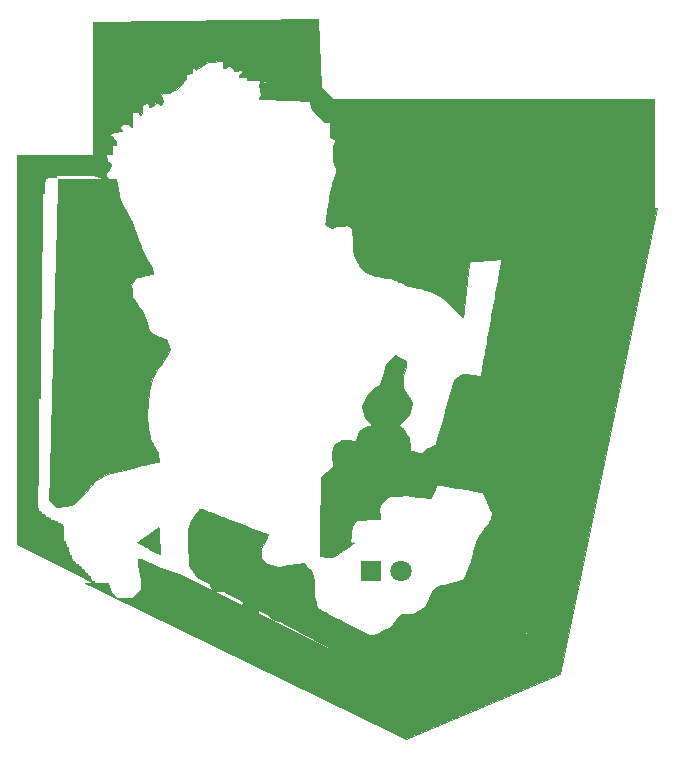
<source format=gts>
%TF.GenerationSoftware,KiCad,Pcbnew,(6.0.0)*%
%TF.CreationDate,2022-01-13T20:13:23-06:00*%
%TF.ProjectId,DieHardSAO,44696548-6172-4645-9341-4f2e6b696361,rev?*%
%TF.SameCoordinates,Original*%
%TF.FileFunction,Soldermask,Top*%
%TF.FilePolarity,Negative*%
%FSLAX46Y46*%
G04 Gerber Fmt 4.6, Leading zero omitted, Abs format (unit mm)*
G04 Created by KiCad (PCBNEW (6.0.0)) date 2022-01-13 20:13:23*
%MOMM*%
%LPD*%
G01*
G04 APERTURE LIST*
%ADD10C,0.100000*%
%ADD11C,0.120000*%
%ADD12C,0.010000*%
%ADD13C,1.800000*%
%ADD14R,1.800000X1.800000*%
%ADD15C,1.727200*%
%ADD16O,1.727200X1.727200*%
%ADD17R,1.727200X1.727200*%
G04 APERTURE END LIST*
D10*
X135500000Y-114750000D02*
X122500000Y-120250000D01*
X122500000Y-120250000D02*
X95250000Y-107000000D01*
X95250000Y-107000000D02*
X97250000Y-107000000D01*
X97250000Y-107000000D02*
X97500000Y-107750000D01*
X97500000Y-107750000D02*
X98000000Y-108250000D01*
X98000000Y-108250000D02*
X99250000Y-108250000D01*
X99250000Y-108250000D02*
X100000000Y-107500000D01*
X100000000Y-107500000D02*
X100000000Y-106750000D01*
X100000000Y-106750000D02*
X99750000Y-105500000D01*
X99750000Y-105500000D02*
X99750000Y-105000000D01*
X99750000Y-105000000D02*
X100000000Y-105000000D01*
X100000000Y-105000000D02*
X101750000Y-105750000D01*
X101750000Y-105750000D02*
X103250000Y-106250000D01*
X103250000Y-106250000D02*
X122250000Y-115750000D01*
X122250000Y-115750000D02*
X132500000Y-112000000D01*
X132500000Y-112000000D02*
X139500000Y-75250000D01*
X139500000Y-75250000D02*
X143750000Y-75250000D01*
X143750000Y-75250000D02*
X135500000Y-114750000D01*
G36*
X135500000Y-114750000D02*
G01*
X122500000Y-120250000D01*
X95250000Y-107000000D01*
X97250000Y-107000000D01*
X97500000Y-107750000D01*
X98000000Y-108250000D01*
X99250000Y-108250000D01*
X100000000Y-107500000D01*
X100000000Y-106750000D01*
X99750000Y-105500000D01*
X99750000Y-105000000D01*
X100000000Y-105000000D01*
X101750000Y-105750000D01*
X103250000Y-106250000D01*
X122250000Y-115750000D01*
X132500000Y-112000000D01*
X139500000Y-75250000D01*
X143750000Y-75250000D01*
X135500000Y-114750000D01*
G37*
X135500000Y-114750000D02*
X122500000Y-120250000D01*
X95250000Y-107000000D01*
X97250000Y-107000000D01*
X97500000Y-107750000D01*
X98000000Y-108250000D01*
X99250000Y-108250000D01*
X100000000Y-107500000D01*
X100000000Y-106750000D01*
X99750000Y-105500000D01*
X99750000Y-105000000D01*
X100000000Y-105000000D01*
X101750000Y-105750000D01*
X103250000Y-106250000D01*
X122250000Y-115750000D01*
X132500000Y-112000000D01*
X139500000Y-75250000D01*
X143750000Y-75250000D01*
X135500000Y-114750000D01*
X143500000Y-76000000D02*
X140000000Y-76000000D01*
X140000000Y-76000000D02*
X131750000Y-72500000D01*
X131750000Y-72500000D02*
X116500000Y-72250000D01*
X116500000Y-72250000D02*
X116500000Y-72000000D01*
X116500000Y-72000000D02*
X116250000Y-71250000D01*
X116250000Y-71250000D02*
X116250000Y-70000000D01*
X116250000Y-70000000D02*
X116500000Y-69500000D01*
X116500000Y-69500000D02*
X116000000Y-69250000D01*
X116000000Y-69250000D02*
X116000000Y-68000000D01*
X116000000Y-68000000D02*
X115500000Y-68000000D01*
X115500000Y-68000000D02*
X114500000Y-67000000D01*
X114500000Y-67000000D02*
X114250000Y-66000000D01*
X114250000Y-66000000D02*
X143500000Y-66000000D01*
X143500000Y-66000000D02*
X143500000Y-76000000D01*
G36*
X143500000Y-76000000D02*
G01*
X140000000Y-76000000D01*
X131750000Y-72500000D01*
X116500000Y-72250000D01*
X116500000Y-72000000D01*
X116250000Y-71250000D01*
X116250000Y-70000000D01*
X116500000Y-69500000D01*
X116000000Y-69250000D01*
X116000000Y-68000000D01*
X115500000Y-68000000D01*
X114500000Y-67000000D01*
X114250000Y-66000000D01*
X143500000Y-66000000D01*
X143500000Y-76000000D01*
G37*
X143500000Y-76000000D02*
X140000000Y-76000000D01*
X131750000Y-72500000D01*
X116500000Y-72250000D01*
X116500000Y-72000000D01*
X116250000Y-71250000D01*
X116250000Y-70000000D01*
X116500000Y-69500000D01*
X116000000Y-69250000D01*
X116000000Y-68000000D01*
X115500000Y-68000000D01*
X114500000Y-67000000D01*
X114250000Y-66000000D01*
X143500000Y-66000000D01*
X143500000Y-76000000D01*
D11*
X115250000Y-65000000D02*
X116500000Y-66250000D01*
X116500000Y-66250000D02*
X110454138Y-66038951D01*
X110454138Y-66038951D02*
X110006707Y-66065271D01*
X110006707Y-66065271D02*
X110006707Y-65920514D01*
X110006707Y-65920514D02*
X110230422Y-65709958D01*
X110230422Y-65709958D02*
X110230422Y-65486243D01*
X110230422Y-65486243D02*
X110111985Y-65459924D01*
X110111985Y-65459924D02*
X110105405Y-65111191D01*
X110105405Y-65111191D02*
X110006707Y-65051972D01*
X110006707Y-65051972D02*
X110000127Y-64834837D01*
X110000127Y-64834837D02*
X110118565Y-64716926D01*
X110118565Y-64716926D02*
X110618634Y-64697186D01*
X110618634Y-64697186D02*
X110612055Y-64539269D01*
X110612055Y-64539269D02*
X110118565Y-64552429D01*
X110118565Y-64552429D02*
X110092245Y-64427412D01*
X110092245Y-64427412D02*
X108993408Y-64453731D01*
X108993408Y-64453731D02*
X108986828Y-64177377D01*
X108986828Y-64177377D02*
X108355162Y-64177377D01*
X108355162Y-64177377D02*
X108348582Y-63999721D01*
X108348582Y-63999721D02*
X108611776Y-63762846D01*
X108611776Y-63762846D02*
X108611776Y-63611509D01*
X108611776Y-63611509D02*
X107868252Y-63624668D01*
X107868252Y-63624668D02*
X107841932Y-63387793D01*
X107841932Y-63387793D02*
X107703755Y-63387793D01*
X107703755Y-63387793D02*
X107611637Y-63203557D01*
X107611637Y-63203557D02*
X107302384Y-63223297D01*
X107302384Y-63223297D02*
X107256325Y-63381214D01*
X107256325Y-63381214D02*
X106973390Y-63400953D01*
X106973390Y-63400953D02*
X106966811Y-63111439D01*
X106966811Y-63111439D02*
X107006290Y-63032481D01*
X107006290Y-63032481D02*
X107039189Y-62848245D01*
X107039189Y-62848245D02*
X105696897Y-62907463D01*
X105696897Y-62907463D02*
X104795456Y-63525971D01*
X104795456Y-63525971D02*
X104690178Y-63550118D01*
X104690178Y-63550118D02*
X104624380Y-63398782D01*
X104624380Y-63398782D02*
X104315126Y-63385622D01*
X104315126Y-63385622D02*
X104315126Y-63833052D01*
X104315126Y-63833052D02*
X103841376Y-63912011D01*
X103841376Y-63912011D02*
X103808477Y-64346282D01*
X103808477Y-64346282D02*
X103025473Y-65260883D01*
X103025473Y-65260883D02*
X102597782Y-65333261D01*
X102597782Y-65333261D02*
X102466185Y-65524077D01*
X102466185Y-65524077D02*
X102288528Y-65556976D01*
X102288528Y-65556976D02*
X101821358Y-65504338D01*
X101821358Y-65504338D02*
X101709500Y-65767532D01*
X101709500Y-65767532D02*
X101834518Y-65984668D01*
X101834518Y-65984668D02*
X101926636Y-66168904D01*
X101926636Y-66168904D02*
X101762139Y-66557116D01*
X101762139Y-66557116D02*
X101638593Y-66575685D01*
X101638593Y-66575685D02*
X101572795Y-66483566D01*
X101572795Y-66483566D02*
X101474097Y-66358549D01*
X101474097Y-66358549D02*
X101289861Y-66345389D01*
X101289861Y-66345389D02*
X100875329Y-66707282D01*
X100875329Y-66707282D02*
X100723992Y-66740181D01*
X100723992Y-66740181D02*
X100730572Y-66437507D01*
X100730572Y-66437507D02*
X100427899Y-66404608D01*
X100427899Y-66404608D02*
X100355520Y-66490146D01*
X100355520Y-66490146D02*
X100144964Y-66582264D01*
X100144964Y-66582264D02*
X100145139Y-67158603D01*
X100145139Y-67158603D02*
X99987222Y-67355998D01*
X99987222Y-67355998D02*
X99849045Y-67316519D01*
X99849045Y-67316519D02*
X99842465Y-67105964D01*
X99842465Y-67105964D02*
X99237118Y-67125703D01*
X99237118Y-67125703D02*
X99243698Y-68402197D01*
X99243698Y-68402197D02*
X99085781Y-68356138D01*
X99085781Y-68356138D02*
X98908125Y-68139002D01*
X98908125Y-68139002D02*
X98533073Y-68191641D01*
X98533073Y-68191641D02*
X98269878Y-68389037D01*
X98269878Y-68389037D02*
X98243559Y-68540374D01*
X98243559Y-68540374D02*
X98329097Y-68599593D01*
X98329097Y-68599593D02*
X98394896Y-68632492D01*
X98394896Y-68632492D02*
X98421215Y-68783829D01*
X98421215Y-68783829D02*
X97842187Y-68810148D01*
X97842187Y-68810148D02*
X97605312Y-68908846D01*
X97605312Y-68908846D02*
X97414496Y-69033863D01*
X97414496Y-69033863D02*
X97394756Y-69204940D01*
X97394756Y-69204940D02*
X97559253Y-69178620D01*
X97559253Y-69178620D02*
X97763229Y-69540513D01*
X97763229Y-69540513D02*
X97888246Y-69593152D01*
X97888246Y-69593152D02*
X97894826Y-69947082D01*
X97894826Y-69947082D02*
X97539513Y-69960242D01*
X97539513Y-69960242D02*
X97532934Y-70716926D01*
X97532934Y-70716926D02*
X97098663Y-70716926D01*
X97098663Y-70716926D02*
X97111822Y-71249895D01*
X97111822Y-71249895D02*
X97361857Y-71486770D01*
X97361857Y-71486770D02*
X97473715Y-71592048D01*
X97473715Y-71592048D02*
X97401336Y-71763124D01*
X97401336Y-71763124D02*
X97227649Y-72110534D01*
X97227649Y-72110534D02*
X97085329Y-72299644D01*
X97085329Y-72299644D02*
X97044387Y-72677865D01*
X97044387Y-72677865D02*
X97212052Y-72736352D01*
X97212052Y-72736352D02*
X97214002Y-72806538D01*
X97214002Y-72806538D02*
X96849429Y-72804588D01*
X96849429Y-72804588D02*
X96750000Y-72750000D01*
X96750000Y-72750000D02*
X96000000Y-72500000D01*
X96000000Y-72500000D02*
X96000000Y-59500000D01*
X96000000Y-59500000D02*
X115000000Y-59250000D01*
X115000000Y-59250000D02*
X115250000Y-65000000D01*
G36*
X115250000Y-65000000D02*
G01*
X116500000Y-66250000D01*
X110454138Y-66038951D01*
X110006707Y-66065271D01*
X110006707Y-65920514D01*
X110230422Y-65709958D01*
X110230422Y-65486243D01*
X110111985Y-65459924D01*
X110105405Y-65111191D01*
X110006707Y-65051972D01*
X110000127Y-64834837D01*
X110118565Y-64716926D01*
X110618634Y-64697186D01*
X110612055Y-64539269D01*
X110118565Y-64552429D01*
X110092245Y-64427412D01*
X108993408Y-64453731D01*
X108986828Y-64177377D01*
X108355162Y-64177377D01*
X108348582Y-63999721D01*
X108611776Y-63762846D01*
X108611776Y-63611509D01*
X107868252Y-63624668D01*
X107841932Y-63387793D01*
X107703755Y-63387793D01*
X107611637Y-63203557D01*
X107302384Y-63223297D01*
X107256325Y-63381214D01*
X106973390Y-63400953D01*
X106966811Y-63111439D01*
X107006290Y-63032481D01*
X107039189Y-62848245D01*
X105696897Y-62907463D01*
X104795456Y-63525971D01*
X104690178Y-63550118D01*
X104624380Y-63398782D01*
X104315126Y-63385622D01*
X104315126Y-63833052D01*
X103841376Y-63912011D01*
X103808477Y-64346282D01*
X103025473Y-65260883D01*
X102597782Y-65333261D01*
X102466185Y-65524077D01*
X102288528Y-65556976D01*
X101821358Y-65504338D01*
X101709500Y-65767532D01*
X101834518Y-65984668D01*
X101926636Y-66168904D01*
X101762139Y-66557116D01*
X101638593Y-66575685D01*
X101572795Y-66483566D01*
X101474097Y-66358549D01*
X101289861Y-66345389D01*
X100875329Y-66707282D01*
X100723992Y-66740181D01*
X100730572Y-66437507D01*
X100427899Y-66404608D01*
X100355520Y-66490146D01*
X100144964Y-66582264D01*
X100145139Y-67158603D01*
X99987222Y-67355998D01*
X99849045Y-67316519D01*
X99842465Y-67105964D01*
X99237118Y-67125703D01*
X99243698Y-68402197D01*
X99085781Y-68356138D01*
X98908125Y-68139002D01*
X98533073Y-68191641D01*
X98269878Y-68389037D01*
X98243559Y-68540374D01*
X98329097Y-68599593D01*
X98394896Y-68632492D01*
X98421215Y-68783829D01*
X97842187Y-68810148D01*
X97605312Y-68908846D01*
X97414496Y-69033863D01*
X97394756Y-69204940D01*
X97559253Y-69178620D01*
X97763229Y-69540513D01*
X97888246Y-69593152D01*
X97894826Y-69947082D01*
X97539513Y-69960242D01*
X97532934Y-70716926D01*
X97098663Y-70716926D01*
X97111822Y-71249895D01*
X97361857Y-71486770D01*
X97473715Y-71592048D01*
X97401336Y-71763124D01*
X97227649Y-72110534D01*
X97085329Y-72299644D01*
X97044387Y-72677865D01*
X97212052Y-72736352D01*
X97214002Y-72806538D01*
X96849429Y-72804588D01*
X96750000Y-72750000D01*
X96000000Y-72500000D01*
X96000000Y-59500000D01*
X115000000Y-59250000D01*
X115250000Y-65000000D01*
G37*
X115250000Y-65000000D02*
X116500000Y-66250000D01*
X110454138Y-66038951D01*
X110006707Y-66065271D01*
X110006707Y-65920514D01*
X110230422Y-65709958D01*
X110230422Y-65486243D01*
X110111985Y-65459924D01*
X110105405Y-65111191D01*
X110006707Y-65051972D01*
X110000127Y-64834837D01*
X110118565Y-64716926D01*
X110618634Y-64697186D01*
X110612055Y-64539269D01*
X110118565Y-64552429D01*
X110092245Y-64427412D01*
X108993408Y-64453731D01*
X108986828Y-64177377D01*
X108355162Y-64177377D01*
X108348582Y-63999721D01*
X108611776Y-63762846D01*
X108611776Y-63611509D01*
X107868252Y-63624668D01*
X107841932Y-63387793D01*
X107703755Y-63387793D01*
X107611637Y-63203557D01*
X107302384Y-63223297D01*
X107256325Y-63381214D01*
X106973390Y-63400953D01*
X106966811Y-63111439D01*
X107006290Y-63032481D01*
X107039189Y-62848245D01*
X105696897Y-62907463D01*
X104795456Y-63525971D01*
X104690178Y-63550118D01*
X104624380Y-63398782D01*
X104315126Y-63385622D01*
X104315126Y-63833052D01*
X103841376Y-63912011D01*
X103808477Y-64346282D01*
X103025473Y-65260883D01*
X102597782Y-65333261D01*
X102466185Y-65524077D01*
X102288528Y-65556976D01*
X101821358Y-65504338D01*
X101709500Y-65767532D01*
X101834518Y-65984668D01*
X101926636Y-66168904D01*
X101762139Y-66557116D01*
X101638593Y-66575685D01*
X101572795Y-66483566D01*
X101474097Y-66358549D01*
X101289861Y-66345389D01*
X100875329Y-66707282D01*
X100723992Y-66740181D01*
X100730572Y-66437507D01*
X100427899Y-66404608D01*
X100355520Y-66490146D01*
X100144964Y-66582264D01*
X100145139Y-67158603D01*
X99987222Y-67355998D01*
X99849045Y-67316519D01*
X99842465Y-67105964D01*
X99237118Y-67125703D01*
X99243698Y-68402197D01*
X99085781Y-68356138D01*
X98908125Y-68139002D01*
X98533073Y-68191641D01*
X98269878Y-68389037D01*
X98243559Y-68540374D01*
X98329097Y-68599593D01*
X98394896Y-68632492D01*
X98421215Y-68783829D01*
X97842187Y-68810148D01*
X97605312Y-68908846D01*
X97414496Y-69033863D01*
X97394756Y-69204940D01*
X97559253Y-69178620D01*
X97763229Y-69540513D01*
X97888246Y-69593152D01*
X97894826Y-69947082D01*
X97539513Y-69960242D01*
X97532934Y-70716926D01*
X97098663Y-70716926D01*
X97111822Y-71249895D01*
X97361857Y-71486770D01*
X97473715Y-71592048D01*
X97401336Y-71763124D01*
X97227649Y-72110534D01*
X97085329Y-72299644D01*
X97044387Y-72677865D01*
X97212052Y-72736352D01*
X97214002Y-72806538D01*
X96849429Y-72804588D01*
X96750000Y-72750000D01*
X96000000Y-72500000D01*
X96000000Y-59500000D01*
X115000000Y-59250000D01*
X115250000Y-65000000D01*
D10*
X97000001Y-72000000D02*
X96750000Y-72500000D01*
X96750000Y-72500000D02*
X92822784Y-72485703D01*
X92822784Y-72485703D02*
X92821484Y-72614375D01*
X92821484Y-72614375D02*
X92061145Y-72618275D01*
X92061145Y-72618275D02*
X92057246Y-72714454D01*
X92057246Y-72714454D02*
X92042949Y-72736550D01*
X92042949Y-72736550D02*
X91962366Y-72739149D01*
X91962366Y-72739149D02*
X91936371Y-72763844D01*
X91936371Y-72763844D02*
X91929872Y-72957503D01*
X91929872Y-72957503D02*
X91923374Y-72974399D01*
X91923374Y-72974399D02*
X91909077Y-72989996D01*
X91909077Y-72989996D02*
X91803799Y-72991296D01*
X91803799Y-72991296D02*
X91811786Y-74026319D01*
X91811786Y-74026319D02*
X91677265Y-74032168D01*
X91677265Y-74032168D02*
X91678948Y-78941079D01*
X91678948Y-78941079D02*
X91552441Y-78941945D01*
X91552441Y-78941945D02*
X91559915Y-84616629D01*
X91559915Y-84616629D02*
X91454637Y-84619554D01*
X91454637Y-84619554D02*
X91448788Y-91320982D01*
X91448788Y-91320982D02*
X91320115Y-91320982D01*
X91320115Y-91320982D02*
X91320609Y-98686097D01*
X91320609Y-98686097D02*
X91200710Y-98689021D01*
X91200710Y-98689021D02*
X91200710Y-100625285D01*
X91200710Y-100625285D02*
X91300139Y-100634058D01*
X91300139Y-100634058D02*
X91314761Y-100680848D01*
X91314761Y-100680848D02*
X91335231Y-100862160D01*
X91335231Y-100862160D02*
X91361551Y-100879706D01*
X91361551Y-100879706D02*
X91420038Y-100876782D01*
X91420038Y-100876782D02*
X91434660Y-100891404D01*
X91434660Y-100891404D02*
X91437585Y-100926496D01*
X91437585Y-100926496D02*
X91452207Y-100990833D01*
X91452207Y-100990833D02*
X91498997Y-101002530D01*
X91498997Y-101002530D02*
X91537014Y-101014228D01*
X91537014Y-101014228D02*
X91548711Y-101066867D01*
X91548711Y-101066867D02*
X91566257Y-101107808D01*
X91566257Y-101107808D02*
X91592577Y-101131203D01*
X91592577Y-101131203D02*
X91779737Y-101134127D01*
X91779737Y-101134127D02*
X91788511Y-101134127D01*
X91788511Y-101134127D02*
X91803133Y-101154598D01*
X91803133Y-101154598D02*
X91803133Y-101189691D01*
X91803133Y-101189691D02*
X91808981Y-101227708D01*
X91808981Y-101227708D02*
X91835301Y-101254027D01*
X91835301Y-101254027D02*
X91873318Y-101251103D01*
X91873318Y-101251103D02*
X91896713Y-101251103D01*
X91896713Y-101251103D02*
X91911335Y-101256951D01*
X91911335Y-101256951D02*
X91923032Y-101277422D01*
X91923032Y-101277422D02*
X91923032Y-101312515D01*
X91923032Y-101312515D02*
X91925957Y-101397322D01*
X91925957Y-101397322D02*
X91934108Y-101412918D01*
X91934108Y-101412918D02*
X92151162Y-101411618D01*
X92151162Y-101411618D02*
X92171958Y-101419416D01*
X92171958Y-101419416D02*
X92186255Y-101433713D01*
X92186255Y-101433713D02*
X92184955Y-101461008D01*
X92184955Y-101461008D02*
X92191454Y-101507798D01*
X92191454Y-101507798D02*
X92209650Y-101533792D01*
X92209650Y-101533792D02*
X92249941Y-101538991D01*
X92249941Y-101538991D02*
X92287633Y-101537692D01*
X92287633Y-101537692D02*
X92311028Y-101549389D01*
X92311028Y-101549389D02*
X92314928Y-101588381D01*
X92314928Y-101588381D02*
X92311028Y-101662465D01*
X92311028Y-101662465D02*
X92338323Y-101666364D01*
X92338323Y-101666364D02*
X92694257Y-101663765D01*
X92694257Y-101663765D02*
X92695990Y-101752146D01*
X92695990Y-101752146D02*
X92699456Y-101765144D01*
X92699456Y-101765144D02*
X92715053Y-101782473D01*
X92715053Y-101782473D02*
X92739314Y-101787672D01*
X92739314Y-101787672D02*
X92760110Y-101790272D01*
X92760110Y-101790272D02*
X92810366Y-101791138D01*
X92810366Y-101791138D02*
X92893548Y-101794604D01*
X92893548Y-101794604D02*
X92925608Y-101798936D01*
X92925608Y-101798936D02*
X92938606Y-101804135D01*
X92938606Y-101804135D02*
X92945537Y-101817133D01*
X92945537Y-101817133D02*
X92948137Y-101866522D01*
X92948137Y-101866522D02*
X92954202Y-101889917D01*
X92954202Y-101889917D02*
X92968932Y-101904648D01*
X92968932Y-101904648D02*
X92990440Y-101915676D01*
X92990440Y-101915676D02*
X93020767Y-101920009D01*
X93020767Y-101920009D02*
X93134277Y-101926940D01*
X93134277Y-101926940D02*
X93183666Y-101936472D01*
X93183666Y-101936472D02*
X93197530Y-101968532D01*
X93197530Y-101968532D02*
X93203595Y-102003191D01*
X93203595Y-102003191D02*
X93224391Y-102036117D01*
X93224391Y-102036117D02*
X93289377Y-102046515D01*
X93289377Y-102046515D02*
X93304974Y-102045649D01*
X93304974Y-102045649D02*
X93324037Y-102060379D01*
X93324037Y-102060379D02*
X93326636Y-102089839D01*
X93326636Y-102089839D02*
X93330969Y-102136630D01*
X93330969Y-102136630D02*
X93345699Y-102163491D01*
X93345699Y-102163491D02*
X93389889Y-102173022D01*
X93389889Y-102173022D02*
X93436680Y-102174755D01*
X93436680Y-102174755D02*
X93433924Y-103460244D01*
X93433924Y-103460244D02*
X93444322Y-103468043D01*
X93444322Y-103468043D02*
X93540502Y-103467176D01*
X93540502Y-103467176D02*
X93556099Y-103483639D01*
X93556099Y-103483639D02*
X93560431Y-103531296D01*
X93560431Y-103531296D02*
X93565630Y-103663868D01*
X93565630Y-103663868D02*
X93574295Y-103703726D01*
X93574295Y-103703726D02*
X93597690Y-103717590D01*
X93597690Y-103717590D02*
X93687804Y-103717590D01*
X93687804Y-103717590D02*
X93689752Y-103985505D01*
X93689752Y-103985505D02*
X93694951Y-103992436D01*
X93694951Y-103992436D02*
X93816836Y-103993014D01*
X93816836Y-103993014D02*
X93816836Y-104368872D01*
X93816836Y-104368872D02*
X93822035Y-104373493D01*
X93822035Y-104373493D02*
X93905218Y-104374071D01*
X93905218Y-104374071D02*
X93923703Y-104374648D01*
X93923703Y-104374648D02*
X93936411Y-104387934D01*
X93936411Y-104387934D02*
X93943921Y-104423749D01*
X93943921Y-104423749D02*
X93945960Y-104576285D01*
X93945960Y-104576285D02*
X93955202Y-104610367D01*
X93955202Y-104610367D02*
X93973687Y-104624808D01*
X93973687Y-104624808D02*
X94071889Y-104625963D01*
X94071889Y-104625963D02*
X94070601Y-105004403D01*
X94070601Y-105004403D02*
X94072911Y-105009024D01*
X94072911Y-105009024D02*
X94168802Y-105008447D01*
X94168802Y-105008447D02*
X94194219Y-105026354D01*
X94194219Y-105026354D02*
X94199996Y-105103760D01*
X94199996Y-105103760D02*
X94219636Y-105130332D01*
X94219636Y-105130332D02*
X94300508Y-105137264D01*
X94300508Y-105137264D02*
X94321303Y-105151705D01*
X94321303Y-105151705D02*
X94326687Y-105229556D01*
X94326687Y-105229556D02*
X94346327Y-105254973D01*
X94346327Y-105254973D02*
X94435286Y-105265371D01*
X94435286Y-105265371D02*
X94448573Y-105283278D01*
X94448573Y-105283278D02*
X94450883Y-105331801D01*
X94450883Y-105331801D02*
X94450883Y-105404586D01*
X94450883Y-105404586D02*
X94452418Y-105408809D01*
X94452418Y-105408809D02*
X94456012Y-105410178D01*
X94456012Y-105410178D02*
X94663768Y-105412061D01*
X94663768Y-105412061D02*
X94694063Y-105418907D01*
X94694063Y-105418907D02*
X94703819Y-105435338D01*
X94703819Y-105435338D02*
X94707413Y-105503938D01*
X94707413Y-105503938D02*
X94725898Y-105531323D01*
X94725898Y-105531323D02*
X94770738Y-105536287D01*
X94770738Y-105536287D02*
X94805140Y-105538683D01*
X94805140Y-105538683D02*
X94827733Y-105554087D01*
X94827733Y-105554087D02*
X94832524Y-105596797D01*
X94832524Y-105596797D02*
X94834236Y-105630515D01*
X94834236Y-105630515D02*
X94851865Y-105656874D01*
X94851865Y-105656874D02*
X94853748Y-105658414D01*
X94853748Y-105658414D02*
X94860423Y-105659441D01*
X94860423Y-105659441D02*
X94933158Y-105666161D01*
X94933158Y-105666161D02*
X94954553Y-105680709D01*
X94954553Y-105680709D02*
X94959859Y-105724012D01*
X94959859Y-105724012D02*
X94962259Y-105758598D01*
X94962259Y-105758598D02*
X94980231Y-105786326D01*
X94980231Y-105786326D02*
X95021309Y-105790434D01*
X95021309Y-105790434D02*
X95060332Y-105792744D01*
X95060332Y-105792744D02*
X95082155Y-105807635D01*
X95082155Y-105807635D02*
X95087290Y-105853334D01*
X95087290Y-105853334D02*
X95087803Y-105878494D01*
X95087803Y-105878494D02*
X95102951Y-105908532D01*
X95102951Y-105908532D02*
X95106311Y-105912329D01*
X95106311Y-105912329D02*
X95165617Y-105920031D01*
X95165617Y-105920031D02*
X95186926Y-105933382D01*
X95186926Y-105933382D02*
X95194115Y-106011686D01*
X95194115Y-106011686D02*
X95212857Y-106040020D01*
X95212857Y-106040020D02*
X95249313Y-106043871D01*
X95249313Y-106043871D02*
X95291675Y-106047208D01*
X95291675Y-106047208D02*
X95314011Y-106060815D01*
X95314011Y-106060815D02*
X95321777Y-106137779D01*
X95321777Y-106137779D02*
X95339492Y-106165764D01*
X95339492Y-106165764D02*
X95419593Y-106173466D01*
X95419593Y-106173466D02*
X95441673Y-106188100D01*
X95441673Y-106188100D02*
X95447667Y-106240345D01*
X95447667Y-106240345D02*
X95448181Y-106265249D01*
X95448181Y-106265249D02*
X95467950Y-106294260D01*
X95467950Y-106294260D02*
X95546768Y-106300678D01*
X95546768Y-106300678D02*
X95568077Y-106315826D01*
X95568077Y-106315826D02*
X95573581Y-106362586D01*
X95573581Y-106362586D02*
X95575379Y-106392110D01*
X95575379Y-106392110D02*
X95594377Y-106420351D01*
X95594377Y-106420351D02*
X95641616Y-106425743D01*
X95641616Y-106425743D02*
X95700409Y-106425743D01*
X95700409Y-106425743D02*
X95700800Y-106694289D01*
X95700800Y-106694289D02*
X95701313Y-106699681D01*
X95701313Y-106699681D02*
X95706448Y-106701478D01*
X95706448Y-106701478D02*
X95800670Y-106702762D01*
X95800670Y-106702762D02*
X95822493Y-106717909D01*
X95822493Y-106717909D02*
X95826511Y-106759339D01*
X95826511Y-106759339D02*
X95830618Y-106801957D01*
X95830618Y-106801957D02*
X95848847Y-106821212D01*
X95848847Y-106821212D02*
X95888641Y-106826860D01*
X95888641Y-106826860D02*
X96039342Y-106829543D01*
X96039342Y-106829543D02*
X96068610Y-106835962D01*
X96068610Y-106835962D02*
X96080419Y-106851623D01*
X96080419Y-106851623D02*
X96081190Y-106985218D01*
X96081190Y-106985218D02*
X89500000Y-103750000D01*
X89500000Y-103750000D02*
X89500000Y-70750000D01*
X89500000Y-70750000D02*
X97000000Y-70750000D01*
X97000000Y-70750000D02*
X97000001Y-72000000D01*
G36*
X97000001Y-72000000D02*
G01*
X96750000Y-72500000D01*
X92822784Y-72485703D01*
X92821484Y-72614375D01*
X92061145Y-72618275D01*
X92057246Y-72714454D01*
X92042949Y-72736550D01*
X91962366Y-72739149D01*
X91936371Y-72763844D01*
X91929872Y-72957503D01*
X91923374Y-72974399D01*
X91909077Y-72989996D01*
X91803799Y-72991296D01*
X91811786Y-74026319D01*
X91677265Y-74032168D01*
X91678948Y-78941079D01*
X91552441Y-78941945D01*
X91559915Y-84616629D01*
X91454637Y-84619554D01*
X91448788Y-91320982D01*
X91320115Y-91320982D01*
X91320609Y-98686097D01*
X91200710Y-98689021D01*
X91200710Y-100625285D01*
X91300139Y-100634058D01*
X91314761Y-100680848D01*
X91335231Y-100862160D01*
X91361551Y-100879706D01*
X91420038Y-100876782D01*
X91434660Y-100891404D01*
X91437585Y-100926496D01*
X91452207Y-100990833D01*
X91498997Y-101002530D01*
X91537014Y-101014228D01*
X91548711Y-101066867D01*
X91566257Y-101107808D01*
X91592577Y-101131203D01*
X91779737Y-101134127D01*
X91788511Y-101134127D01*
X91803133Y-101154598D01*
X91803133Y-101189691D01*
X91808981Y-101227708D01*
X91835301Y-101254027D01*
X91873318Y-101251103D01*
X91896713Y-101251103D01*
X91911335Y-101256951D01*
X91923032Y-101277422D01*
X91923032Y-101312515D01*
X91925957Y-101397322D01*
X91934108Y-101412918D01*
X92151162Y-101411618D01*
X92171958Y-101419416D01*
X92186255Y-101433713D01*
X92184955Y-101461008D01*
X92191454Y-101507798D01*
X92209650Y-101533792D01*
X92249941Y-101538991D01*
X92287633Y-101537692D01*
X92311028Y-101549389D01*
X92314928Y-101588381D01*
X92311028Y-101662465D01*
X92338323Y-101666364D01*
X92694257Y-101663765D01*
X92695990Y-101752146D01*
X92699456Y-101765144D01*
X92715053Y-101782473D01*
X92739314Y-101787672D01*
X92760110Y-101790272D01*
X92810366Y-101791138D01*
X92893548Y-101794604D01*
X92925608Y-101798936D01*
X92938606Y-101804135D01*
X92945537Y-101817133D01*
X92948137Y-101866522D01*
X92954202Y-101889917D01*
X92968932Y-101904648D01*
X92990440Y-101915676D01*
X93020767Y-101920009D01*
X93134277Y-101926940D01*
X93183666Y-101936472D01*
X93197530Y-101968532D01*
X93203595Y-102003191D01*
X93224391Y-102036117D01*
X93289377Y-102046515D01*
X93304974Y-102045649D01*
X93324037Y-102060379D01*
X93326636Y-102089839D01*
X93330969Y-102136630D01*
X93345699Y-102163491D01*
X93389889Y-102173022D01*
X93436680Y-102174755D01*
X93433924Y-103460244D01*
X93444322Y-103468043D01*
X93540502Y-103467176D01*
X93556099Y-103483639D01*
X93560431Y-103531296D01*
X93565630Y-103663868D01*
X93574295Y-103703726D01*
X93597690Y-103717590D01*
X93687804Y-103717590D01*
X93689752Y-103985505D01*
X93694951Y-103992436D01*
X93816836Y-103993014D01*
X93816836Y-104368872D01*
X93822035Y-104373493D01*
X93905218Y-104374071D01*
X93923703Y-104374648D01*
X93936411Y-104387934D01*
X93943921Y-104423749D01*
X93945960Y-104576285D01*
X93955202Y-104610367D01*
X93973687Y-104624808D01*
X94071889Y-104625963D01*
X94070601Y-105004403D01*
X94072911Y-105009024D01*
X94168802Y-105008447D01*
X94194219Y-105026354D01*
X94199996Y-105103760D01*
X94219636Y-105130332D01*
X94300508Y-105137264D01*
X94321303Y-105151705D01*
X94326687Y-105229556D01*
X94346327Y-105254973D01*
X94435286Y-105265371D01*
X94448573Y-105283278D01*
X94450883Y-105331801D01*
X94450883Y-105404586D01*
X94452418Y-105408809D01*
X94456012Y-105410178D01*
X94663768Y-105412061D01*
X94694063Y-105418907D01*
X94703819Y-105435338D01*
X94707413Y-105503938D01*
X94725898Y-105531323D01*
X94770738Y-105536287D01*
X94805140Y-105538683D01*
X94827733Y-105554087D01*
X94832524Y-105596797D01*
X94834236Y-105630515D01*
X94851865Y-105656874D01*
X94853748Y-105658414D01*
X94860423Y-105659441D01*
X94933158Y-105666161D01*
X94954553Y-105680709D01*
X94959859Y-105724012D01*
X94962259Y-105758598D01*
X94980231Y-105786326D01*
X95021309Y-105790434D01*
X95060332Y-105792744D01*
X95082155Y-105807635D01*
X95087290Y-105853334D01*
X95087803Y-105878494D01*
X95102951Y-105908532D01*
X95106311Y-105912329D01*
X95165617Y-105920031D01*
X95186926Y-105933382D01*
X95194115Y-106011686D01*
X95212857Y-106040020D01*
X95249313Y-106043871D01*
X95291675Y-106047208D01*
X95314011Y-106060815D01*
X95321777Y-106137779D01*
X95339492Y-106165764D01*
X95419593Y-106173466D01*
X95441673Y-106188100D01*
X95447667Y-106240345D01*
X95448181Y-106265249D01*
X95467950Y-106294260D01*
X95546768Y-106300678D01*
X95568077Y-106315826D01*
X95573581Y-106362586D01*
X95575379Y-106392110D01*
X95594377Y-106420351D01*
X95641616Y-106425743D01*
X95700409Y-106425743D01*
X95700800Y-106694289D01*
X95701313Y-106699681D01*
X95706448Y-106701478D01*
X95800670Y-106702762D01*
X95822493Y-106717909D01*
X95826511Y-106759339D01*
X95830618Y-106801957D01*
X95848847Y-106821212D01*
X95888641Y-106826860D01*
X96039342Y-106829543D01*
X96068610Y-106835962D01*
X96080419Y-106851623D01*
X96081190Y-106985218D01*
X89500000Y-103750000D01*
X89500000Y-70750000D01*
X97000000Y-70750000D01*
X97000001Y-72000000D01*
G37*
X97000001Y-72000000D02*
X96750000Y-72500000D01*
X92822784Y-72485703D01*
X92821484Y-72614375D01*
X92061145Y-72618275D01*
X92057246Y-72714454D01*
X92042949Y-72736550D01*
X91962366Y-72739149D01*
X91936371Y-72763844D01*
X91929872Y-72957503D01*
X91923374Y-72974399D01*
X91909077Y-72989996D01*
X91803799Y-72991296D01*
X91811786Y-74026319D01*
X91677265Y-74032168D01*
X91678948Y-78941079D01*
X91552441Y-78941945D01*
X91559915Y-84616629D01*
X91454637Y-84619554D01*
X91448788Y-91320982D01*
X91320115Y-91320982D01*
X91320609Y-98686097D01*
X91200710Y-98689021D01*
X91200710Y-100625285D01*
X91300139Y-100634058D01*
X91314761Y-100680848D01*
X91335231Y-100862160D01*
X91361551Y-100879706D01*
X91420038Y-100876782D01*
X91434660Y-100891404D01*
X91437585Y-100926496D01*
X91452207Y-100990833D01*
X91498997Y-101002530D01*
X91537014Y-101014228D01*
X91548711Y-101066867D01*
X91566257Y-101107808D01*
X91592577Y-101131203D01*
X91779737Y-101134127D01*
X91788511Y-101134127D01*
X91803133Y-101154598D01*
X91803133Y-101189691D01*
X91808981Y-101227708D01*
X91835301Y-101254027D01*
X91873318Y-101251103D01*
X91896713Y-101251103D01*
X91911335Y-101256951D01*
X91923032Y-101277422D01*
X91923032Y-101312515D01*
X91925957Y-101397322D01*
X91934108Y-101412918D01*
X92151162Y-101411618D01*
X92171958Y-101419416D01*
X92186255Y-101433713D01*
X92184955Y-101461008D01*
X92191454Y-101507798D01*
X92209650Y-101533792D01*
X92249941Y-101538991D01*
X92287633Y-101537692D01*
X92311028Y-101549389D01*
X92314928Y-101588381D01*
X92311028Y-101662465D01*
X92338323Y-101666364D01*
X92694257Y-101663765D01*
X92695990Y-101752146D01*
X92699456Y-101765144D01*
X92715053Y-101782473D01*
X92739314Y-101787672D01*
X92760110Y-101790272D01*
X92810366Y-101791138D01*
X92893548Y-101794604D01*
X92925608Y-101798936D01*
X92938606Y-101804135D01*
X92945537Y-101817133D01*
X92948137Y-101866522D01*
X92954202Y-101889917D01*
X92968932Y-101904648D01*
X92990440Y-101915676D01*
X93020767Y-101920009D01*
X93134277Y-101926940D01*
X93183666Y-101936472D01*
X93197530Y-101968532D01*
X93203595Y-102003191D01*
X93224391Y-102036117D01*
X93289377Y-102046515D01*
X93304974Y-102045649D01*
X93324037Y-102060379D01*
X93326636Y-102089839D01*
X93330969Y-102136630D01*
X93345699Y-102163491D01*
X93389889Y-102173022D01*
X93436680Y-102174755D01*
X93433924Y-103460244D01*
X93444322Y-103468043D01*
X93540502Y-103467176D01*
X93556099Y-103483639D01*
X93560431Y-103531296D01*
X93565630Y-103663868D01*
X93574295Y-103703726D01*
X93597690Y-103717590D01*
X93687804Y-103717590D01*
X93689752Y-103985505D01*
X93694951Y-103992436D01*
X93816836Y-103993014D01*
X93816836Y-104368872D01*
X93822035Y-104373493D01*
X93905218Y-104374071D01*
X93923703Y-104374648D01*
X93936411Y-104387934D01*
X93943921Y-104423749D01*
X93945960Y-104576285D01*
X93955202Y-104610367D01*
X93973687Y-104624808D01*
X94071889Y-104625963D01*
X94070601Y-105004403D01*
X94072911Y-105009024D01*
X94168802Y-105008447D01*
X94194219Y-105026354D01*
X94199996Y-105103760D01*
X94219636Y-105130332D01*
X94300508Y-105137264D01*
X94321303Y-105151705D01*
X94326687Y-105229556D01*
X94346327Y-105254973D01*
X94435286Y-105265371D01*
X94448573Y-105283278D01*
X94450883Y-105331801D01*
X94450883Y-105404586D01*
X94452418Y-105408809D01*
X94456012Y-105410178D01*
X94663768Y-105412061D01*
X94694063Y-105418907D01*
X94703819Y-105435338D01*
X94707413Y-105503938D01*
X94725898Y-105531323D01*
X94770738Y-105536287D01*
X94805140Y-105538683D01*
X94827733Y-105554087D01*
X94832524Y-105596797D01*
X94834236Y-105630515D01*
X94851865Y-105656874D01*
X94853748Y-105658414D01*
X94860423Y-105659441D01*
X94933158Y-105666161D01*
X94954553Y-105680709D01*
X94959859Y-105724012D01*
X94962259Y-105758598D01*
X94980231Y-105786326D01*
X95021309Y-105790434D01*
X95060332Y-105792744D01*
X95082155Y-105807635D01*
X95087290Y-105853334D01*
X95087803Y-105878494D01*
X95102951Y-105908532D01*
X95106311Y-105912329D01*
X95165617Y-105920031D01*
X95186926Y-105933382D01*
X95194115Y-106011686D01*
X95212857Y-106040020D01*
X95249313Y-106043871D01*
X95291675Y-106047208D01*
X95314011Y-106060815D01*
X95321777Y-106137779D01*
X95339492Y-106165764D01*
X95419593Y-106173466D01*
X95441673Y-106188100D01*
X95447667Y-106240345D01*
X95448181Y-106265249D01*
X95467950Y-106294260D01*
X95546768Y-106300678D01*
X95568077Y-106315826D01*
X95573581Y-106362586D01*
X95575379Y-106392110D01*
X95594377Y-106420351D01*
X95641616Y-106425743D01*
X95700409Y-106425743D01*
X95700800Y-106694289D01*
X95701313Y-106699681D01*
X95706448Y-106701478D01*
X95800670Y-106702762D01*
X95822493Y-106717909D01*
X95826511Y-106759339D01*
X95830618Y-106801957D01*
X95848847Y-106821212D01*
X95888641Y-106826860D01*
X96039342Y-106829543D01*
X96068610Y-106835962D01*
X96080419Y-106851623D01*
X96081190Y-106985218D01*
X89500000Y-103750000D01*
X89500000Y-70750000D01*
X97000000Y-70750000D01*
X97000001Y-72000000D01*
X122500000Y-88250000D02*
X122500000Y-88750000D01*
X122500000Y-88750000D02*
X122250000Y-89500000D01*
X122250000Y-89500000D02*
X122250000Y-90500000D01*
X122250000Y-90500000D02*
X122750000Y-91250000D01*
X122750000Y-91250000D02*
X123000000Y-91750000D01*
X123000000Y-91750000D02*
X122750000Y-92750000D01*
X122750000Y-92750000D02*
X121750000Y-93750000D01*
X121750000Y-93750000D02*
X119750000Y-93750000D01*
X119750000Y-93750000D02*
X119000000Y-93000000D01*
X119000000Y-93000000D02*
X118750000Y-92000000D01*
X118750000Y-92000000D02*
X119250000Y-91000000D01*
X119250000Y-91000000D02*
X119750000Y-90500000D01*
X119750000Y-90500000D02*
X120250000Y-90250000D01*
X120250000Y-90250000D02*
X120500000Y-89500000D01*
X120500000Y-89500000D02*
X120750000Y-88500000D01*
X120750000Y-88500000D02*
X121500000Y-87750000D01*
X121500000Y-87750000D02*
X122500000Y-88250000D01*
G36*
X122500000Y-88250000D02*
G01*
X122500000Y-88750000D01*
X122250000Y-89500000D01*
X122250000Y-90500000D01*
X122750000Y-91250000D01*
X123000000Y-91750000D01*
X122750000Y-92750000D01*
X121750000Y-93750000D01*
X119750000Y-93750000D01*
X119000000Y-93000000D01*
X118750000Y-92000000D01*
X119250000Y-91000000D01*
X119750000Y-90500000D01*
X120250000Y-90250000D01*
X120500000Y-89500000D01*
X120750000Y-88500000D01*
X121500000Y-87750000D01*
X122500000Y-88250000D01*
G37*
X122500000Y-88250000D02*
X122500000Y-88750000D01*
X122250000Y-89500000D01*
X122250000Y-90500000D01*
X122750000Y-91250000D01*
X123000000Y-91750000D01*
X122750000Y-92750000D01*
X121750000Y-93750000D01*
X119750000Y-93750000D01*
X119000000Y-93000000D01*
X118750000Y-92000000D01*
X119250000Y-91000000D01*
X119750000Y-90500000D01*
X120250000Y-90250000D01*
X120500000Y-89500000D01*
X120750000Y-88500000D01*
X121500000Y-87750000D01*
X122500000Y-88250000D01*
D12*
%TO.C,G\u002A\u002A\u002A*%
X117644822Y-72312670D02*
X117771703Y-72314182D01*
X117771703Y-72314182D02*
X117938550Y-72316079D01*
X117938550Y-72316079D02*
X118142997Y-72318335D01*
X118142997Y-72318335D02*
X118382677Y-72320928D01*
X118382677Y-72320928D02*
X118655225Y-72323833D01*
X118655225Y-72323833D02*
X118958275Y-72327025D01*
X118958275Y-72327025D02*
X119289461Y-72330480D01*
X119289461Y-72330480D02*
X119646418Y-72334175D01*
X119646418Y-72334175D02*
X120026779Y-72338084D01*
X120026779Y-72338084D02*
X120428178Y-72342184D01*
X120428178Y-72342184D02*
X120848251Y-72346449D01*
X120848251Y-72346449D02*
X121284630Y-72350857D01*
X121284630Y-72350857D02*
X121734949Y-72355383D01*
X121734949Y-72355383D02*
X122196844Y-72360002D01*
X122196844Y-72360002D02*
X122667949Y-72364691D01*
X122667949Y-72364691D02*
X123145896Y-72369424D01*
X123145896Y-72369424D02*
X123628321Y-72374178D01*
X123628321Y-72374178D02*
X124030167Y-72378120D01*
X124030167Y-72378120D02*
X124516845Y-72382890D01*
X124516845Y-72382890D02*
X125002252Y-72387659D01*
X125002252Y-72387659D02*
X125483937Y-72392403D01*
X125483937Y-72392403D02*
X125959454Y-72397098D01*
X125959454Y-72397098D02*
X126426352Y-72401718D01*
X126426352Y-72401718D02*
X126882183Y-72406240D01*
X126882183Y-72406240D02*
X127324499Y-72410639D01*
X127324499Y-72410639D02*
X127750850Y-72414890D01*
X127750850Y-72414890D02*
X128158788Y-72418969D01*
X128158788Y-72418969D02*
X128545864Y-72422851D01*
X128545864Y-72422851D02*
X128909630Y-72426512D01*
X128909630Y-72426512D02*
X129247637Y-72429928D01*
X129247637Y-72429928D02*
X129557436Y-72433073D01*
X129557436Y-72433073D02*
X129836578Y-72435924D01*
X129836578Y-72435924D02*
X130082615Y-72438455D01*
X130082615Y-72438455D02*
X130293097Y-72440643D01*
X130293097Y-72440643D02*
X130465577Y-72442463D01*
X130465577Y-72442463D02*
X130570667Y-72443594D01*
X130570667Y-72443594D02*
X131872417Y-72457792D01*
X131872417Y-72457792D02*
X135841167Y-74194201D01*
X135841167Y-74194201D02*
X136230606Y-74364594D01*
X136230606Y-74364594D02*
X136609659Y-74530452D01*
X136609659Y-74530452D02*
X136976508Y-74690980D01*
X136976508Y-74690980D02*
X137329335Y-74845382D01*
X137329335Y-74845382D02*
X137666321Y-74992861D01*
X137666321Y-74992861D02*
X137985649Y-75132623D01*
X137985649Y-75132623D02*
X138285499Y-75263870D01*
X138285499Y-75263870D02*
X138564055Y-75385807D01*
X138564055Y-75385807D02*
X138819498Y-75497638D01*
X138819498Y-75497638D02*
X139050009Y-75598566D01*
X139050009Y-75598566D02*
X139253770Y-75687797D01*
X139253770Y-75687797D02*
X139428964Y-75764534D01*
X139428964Y-75764534D02*
X139573773Y-75827981D01*
X139573773Y-75827981D02*
X139686377Y-75877342D01*
X139686377Y-75877342D02*
X139764959Y-75911820D01*
X139764959Y-75911820D02*
X139807700Y-75930622D01*
X139807700Y-75930622D02*
X139815403Y-75934056D01*
X139815403Y-75934056D02*
X139811457Y-75954749D01*
X139811457Y-75954749D02*
X139799328Y-76015785D01*
X139799328Y-76015785D02*
X139779247Y-76116018D01*
X139779247Y-76116018D02*
X139751447Y-76254301D01*
X139751447Y-76254301D02*
X139716161Y-76429489D01*
X139716161Y-76429489D02*
X139673619Y-76640437D01*
X139673619Y-76640437D02*
X139624055Y-76885997D01*
X139624055Y-76885997D02*
X139567701Y-77165025D01*
X139567701Y-77165025D02*
X139504789Y-77476374D01*
X139504789Y-77476374D02*
X139435552Y-77818899D01*
X139435552Y-77818899D02*
X139360221Y-78191453D01*
X139360221Y-78191453D02*
X139279029Y-78592891D01*
X139279029Y-78592891D02*
X139192208Y-79022067D01*
X139192208Y-79022067D02*
X139099990Y-79477835D01*
X139099990Y-79477835D02*
X139002608Y-79959049D01*
X139002608Y-79959049D02*
X138900294Y-80464563D01*
X138900294Y-80464563D02*
X138793280Y-80993232D01*
X138793280Y-80993232D02*
X138681798Y-81543910D01*
X138681798Y-81543910D02*
X138566080Y-82115450D01*
X138566080Y-82115450D02*
X138446360Y-82706707D01*
X138446360Y-82706707D02*
X138322868Y-83316535D01*
X138322868Y-83316535D02*
X138195838Y-83943788D01*
X138195838Y-83943788D02*
X138065502Y-84587320D01*
X138065502Y-84587320D02*
X137932091Y-85245985D01*
X137932091Y-85245985D02*
X137795838Y-85918638D01*
X137795838Y-85918638D02*
X137656975Y-86604133D01*
X137656975Y-86604133D02*
X137515735Y-87301323D01*
X137515735Y-87301323D02*
X137372350Y-88009063D01*
X137372350Y-88009063D02*
X137227052Y-88726207D01*
X137227052Y-88726207D02*
X137080073Y-89451609D01*
X137080073Y-89451609D02*
X136931646Y-90184124D01*
X136931646Y-90184124D02*
X136782002Y-90922604D01*
X136782002Y-90922604D02*
X136631374Y-91665906D01*
X136631374Y-91665906D02*
X136479995Y-92412881D01*
X136479995Y-92412881D02*
X136328096Y-93162386D01*
X136328096Y-93162386D02*
X136175910Y-93913274D01*
X136175910Y-93913274D02*
X136023669Y-94664398D01*
X136023669Y-94664398D02*
X135871605Y-95414614D01*
X135871605Y-95414614D02*
X135719951Y-96162775D01*
X135719951Y-96162775D02*
X135568938Y-96907735D01*
X135568938Y-96907735D02*
X135418800Y-97648349D01*
X135418800Y-97648349D02*
X135269767Y-98383470D01*
X135269767Y-98383470D02*
X135122073Y-99111954D01*
X135122073Y-99111954D02*
X134975950Y-99832653D01*
X134975950Y-99832653D02*
X134831630Y-100544422D01*
X134831630Y-100544422D02*
X134689345Y-101246115D01*
X134689345Y-101246115D02*
X134549327Y-101936587D01*
X134549327Y-101936587D02*
X134411809Y-102614691D01*
X134411809Y-102614691D02*
X134277024Y-103279282D01*
X134277024Y-103279282D02*
X134145202Y-103929213D01*
X134145202Y-103929213D02*
X134016577Y-104563340D01*
X134016577Y-104563340D02*
X133891380Y-105180515D01*
X133891380Y-105180515D02*
X133769844Y-105779593D01*
X133769844Y-105779593D02*
X133652202Y-106359428D01*
X133652202Y-106359428D02*
X133538685Y-106918875D01*
X133538685Y-106918875D02*
X133429526Y-107456787D01*
X133429526Y-107456787D02*
X133324956Y-107972019D01*
X133324956Y-107972019D02*
X133225209Y-108463425D01*
X133225209Y-108463425D02*
X133130517Y-108929858D01*
X133130517Y-108929858D02*
X133041110Y-109370173D01*
X133041110Y-109370173D02*
X132957223Y-109783225D01*
X132957223Y-109783225D02*
X132879087Y-110167866D01*
X132879087Y-110167866D02*
X132806935Y-110522952D01*
X132806935Y-110522952D02*
X132740998Y-110847337D01*
X132740998Y-110847337D02*
X132681509Y-111139874D01*
X132681509Y-111139874D02*
X132628700Y-111399418D01*
X132628700Y-111399418D02*
X132582803Y-111624823D01*
X132582803Y-111624823D02*
X132544051Y-111814943D01*
X132544051Y-111814943D02*
X132512676Y-111968632D01*
X132512676Y-111968632D02*
X132488911Y-112084744D01*
X132488911Y-112084744D02*
X132472986Y-112162133D01*
X132472986Y-112162133D02*
X132465135Y-112199655D01*
X132465135Y-112199655D02*
X132464335Y-112203167D01*
X132464335Y-112203167D02*
X132443875Y-112212611D01*
X132443875Y-112212611D02*
X132385215Y-112235376D01*
X132385215Y-112235376D02*
X132290129Y-112270837D01*
X132290129Y-112270837D02*
X132160386Y-112318370D01*
X132160386Y-112318370D02*
X131997758Y-112377349D01*
X131997758Y-112377349D02*
X131804017Y-112447149D01*
X131804017Y-112447149D02*
X131580934Y-112527146D01*
X131580934Y-112527146D02*
X131330279Y-112616715D01*
X131330279Y-112616715D02*
X131053826Y-112715231D01*
X131053826Y-112715231D02*
X130753344Y-112822069D01*
X130753344Y-112822069D02*
X130430606Y-112936605D01*
X130430606Y-112936605D02*
X130087382Y-113058212D01*
X130087382Y-113058212D02*
X129725444Y-113186267D01*
X129725444Y-113186267D02*
X129346563Y-113320145D01*
X129346563Y-113320145D02*
X128952511Y-113459220D01*
X128952511Y-113459220D02*
X128545059Y-113602868D01*
X128545059Y-113602868D02*
X128125979Y-113750465D01*
X128125979Y-113750465D02*
X127697041Y-113901384D01*
X127697041Y-113901384D02*
X127260017Y-114055001D01*
X127260017Y-114055001D02*
X126816679Y-114210692D01*
X126816679Y-114210692D02*
X126368797Y-114367832D01*
X126368797Y-114367832D02*
X125918144Y-114525795D01*
X125918144Y-114525795D02*
X125466490Y-114683956D01*
X125466490Y-114683956D02*
X125015607Y-114841692D01*
X125015607Y-114841692D02*
X124567266Y-114998377D01*
X124567266Y-114998377D02*
X124123238Y-115153386D01*
X124123238Y-115153386D02*
X123685296Y-115306094D01*
X123685296Y-115306094D02*
X123255210Y-115455876D01*
X123255210Y-115455876D02*
X122834751Y-115602108D01*
X122834751Y-115602108D02*
X122474417Y-115727255D01*
X122474417Y-115727255D02*
X122220417Y-115815411D01*
X122220417Y-115815411D02*
X113495084Y-111146247D01*
X113495084Y-111146247D02*
X104769750Y-106477084D01*
X104769750Y-106477084D02*
X104123572Y-105613160D01*
X104123572Y-105613160D02*
X104065750Y-104669289D01*
X104065750Y-104669289D02*
X104048228Y-104382416D01*
X104048228Y-104382416D02*
X104033241Y-104134219D01*
X104033241Y-104134219D02*
X104020669Y-103921121D01*
X104020669Y-103921121D02*
X104010390Y-103739548D01*
X104010390Y-103739548D02*
X104002282Y-103585923D01*
X104002282Y-103585923D02*
X103996224Y-103456673D01*
X103996224Y-103456673D02*
X103992093Y-103348222D01*
X103992093Y-103348222D02*
X103989769Y-103256994D01*
X103989769Y-103256994D02*
X103989129Y-103179415D01*
X103989129Y-103179415D02*
X103990052Y-103111909D01*
X103990052Y-103111909D02*
X103992416Y-103050902D01*
X103992416Y-103050902D02*
X103996100Y-102992818D01*
X103996100Y-102992818D02*
X104000982Y-102934082D01*
X104000982Y-102934082D02*
X104005174Y-102889334D01*
X104005174Y-102889334D02*
X104047950Y-102552409D01*
X104047950Y-102552409D02*
X104108759Y-102248687D01*
X104108759Y-102248687D02*
X104188982Y-101972447D01*
X104188982Y-101972447D02*
X104286737Y-101725167D01*
X104286737Y-101725167D02*
X104338651Y-101623613D01*
X104338651Y-101623613D02*
X104409009Y-101504872D01*
X104409009Y-101504872D02*
X104492693Y-101375923D01*
X104492693Y-101375923D02*
X104584587Y-101243743D01*
X104584587Y-101243743D02*
X104679574Y-101115310D01*
X104679574Y-101115310D02*
X104772537Y-100997600D01*
X104772537Y-100997600D02*
X104858361Y-100897592D01*
X104858361Y-100897592D02*
X104931927Y-100822263D01*
X104931927Y-100822263D02*
X104974662Y-100787065D01*
X104974662Y-100787065D02*
X105058911Y-100744923D01*
X105058911Y-100744923D02*
X105143213Y-100730448D01*
X105143213Y-100730448D02*
X105216065Y-100744443D01*
X105216065Y-100744443D02*
X105250475Y-100767808D01*
X105250475Y-100767808D02*
X105274417Y-100779658D01*
X105274417Y-100779658D02*
X105335674Y-100805572D01*
X105335674Y-100805572D02*
X105431955Y-100844663D01*
X105431955Y-100844663D02*
X105560970Y-100896042D01*
X105560970Y-100896042D02*
X105720429Y-100958821D01*
X105720429Y-100958821D02*
X105908041Y-101032113D01*
X105908041Y-101032113D02*
X106121517Y-101115028D01*
X106121517Y-101115028D02*
X106358566Y-101206679D01*
X106358566Y-101206679D02*
X106616897Y-101306178D01*
X106616897Y-101306178D02*
X106894222Y-101412637D01*
X106894222Y-101412637D02*
X107188248Y-101525168D01*
X107188248Y-101525168D02*
X107496687Y-101642882D01*
X107496687Y-101642882D02*
X107817247Y-101764892D01*
X107817247Y-101764892D02*
X108039183Y-101849176D01*
X108039183Y-101849176D02*
X108366169Y-101973315D01*
X108366169Y-101973315D02*
X108682331Y-102093484D01*
X108682331Y-102093484D02*
X108985402Y-102208815D01*
X108985402Y-102208815D02*
X109273113Y-102318438D01*
X109273113Y-102318438D02*
X109543198Y-102421486D01*
X109543198Y-102421486D02*
X109793390Y-102517090D01*
X109793390Y-102517090D02*
X110021421Y-102604382D01*
X110021421Y-102604382D02*
X110225025Y-102682492D01*
X110225025Y-102682492D02*
X110401934Y-102750553D01*
X110401934Y-102750553D02*
X110549881Y-102807697D01*
X110549881Y-102807697D02*
X110666598Y-102853053D01*
X110666598Y-102853053D02*
X110749819Y-102885755D01*
X110749819Y-102885755D02*
X110797276Y-102904933D01*
X110797276Y-102904933D02*
X110807980Y-102909824D01*
X110807980Y-102909824D02*
X110802168Y-102931601D01*
X110802168Y-102931601D02*
X110777424Y-102985434D01*
X110777424Y-102985434D02*
X110736130Y-103066803D01*
X110736130Y-103066803D02*
X110680666Y-103171185D01*
X110680666Y-103171185D02*
X110613412Y-103294061D01*
X110613412Y-103294061D02*
X110536751Y-103430908D01*
X110536751Y-103430908D02*
X110494252Y-103505577D01*
X110494252Y-103505577D02*
X110162960Y-104084577D01*
X110162960Y-104084577D02*
X110186818Y-104508247D01*
X110186818Y-104508247D02*
X110210675Y-104931917D01*
X110210675Y-104931917D02*
X110658971Y-105383265D01*
X110658971Y-105383265D02*
X111129279Y-105500912D01*
X111129279Y-105500912D02*
X111599587Y-105618560D01*
X111599587Y-105618560D02*
X112182062Y-105545101D01*
X112182062Y-105545101D02*
X112372933Y-105520288D01*
X112372933Y-105520288D02*
X112584989Y-105491468D01*
X112584989Y-105491468D02*
X112804098Y-105460644D01*
X112804098Y-105460644D02*
X113016129Y-105429820D01*
X113016129Y-105429820D02*
X113206950Y-105400999D01*
X113206950Y-105400999D02*
X113285938Y-105388611D01*
X113285938Y-105388611D02*
X113807340Y-105305579D01*
X113807340Y-105305579D02*
X113909716Y-105415081D01*
X113909716Y-105415081D02*
X113964742Y-105474510D01*
X113964742Y-105474510D02*
X114038343Y-105554788D01*
X114038343Y-105554788D02*
X114120796Y-105645279D01*
X114120796Y-105645279D02*
X114200403Y-105733154D01*
X114200403Y-105733154D02*
X114388714Y-105941725D01*
X114388714Y-105941725D02*
X114552078Y-106378738D01*
X114552078Y-106378738D02*
X114715443Y-106815750D01*
X114715443Y-106815750D02*
X114715826Y-107461334D01*
X114715826Y-107461334D02*
X114716210Y-108106917D01*
X114716210Y-108106917D02*
X114824822Y-108614917D01*
X114824822Y-108614917D02*
X114855892Y-108756759D01*
X114855892Y-108756759D02*
X114885464Y-108885291D01*
X114885464Y-108885291D02*
X114912049Y-108994549D01*
X114912049Y-108994549D02*
X114934161Y-109078570D01*
X114934161Y-109078570D02*
X114950313Y-109131388D01*
X114950313Y-109131388D02*
X114957426Y-109146757D01*
X114957426Y-109146757D02*
X114979015Y-109159396D01*
X114979015Y-109159396D02*
X115035860Y-109190187D01*
X115035860Y-109190187D02*
X115125586Y-109237891D01*
X115125586Y-109237891D02*
X115245818Y-109301269D01*
X115245818Y-109301269D02*
X115394180Y-109379082D01*
X115394180Y-109379082D02*
X115568298Y-109470092D01*
X115568298Y-109470092D02*
X115765797Y-109573058D01*
X115765797Y-109573058D02*
X115984301Y-109686743D01*
X115984301Y-109686743D02*
X116221435Y-109809907D01*
X116221435Y-109809907D02*
X116474824Y-109941311D01*
X116474824Y-109941311D02*
X116742094Y-110079716D01*
X116742094Y-110079716D02*
X117020868Y-110223884D01*
X117020868Y-110223884D02*
X117160763Y-110296159D01*
X117160763Y-110296159D02*
X119340110Y-111421720D01*
X119340110Y-111421720D02*
X119681170Y-111375801D01*
X119681170Y-111375801D02*
X120022231Y-111329883D01*
X120022231Y-111329883D02*
X120623907Y-111017007D01*
X120623907Y-111017007D02*
X121225584Y-110704130D01*
X121225584Y-110704130D02*
X121648122Y-110151649D01*
X121648122Y-110151649D02*
X122070660Y-109599167D01*
X122070660Y-109599167D02*
X123072339Y-109599167D01*
X123072339Y-109599167D02*
X123628270Y-109274518D01*
X123628270Y-109274518D02*
X124184202Y-108949869D01*
X124184202Y-108949869D02*
X124284281Y-108665976D01*
X124284281Y-108665976D02*
X124385559Y-108388603D01*
X124385559Y-108388603D02*
X124480765Y-108149707D01*
X124480765Y-108149707D02*
X124571744Y-107946178D01*
X124571744Y-107946178D02*
X124660339Y-107774906D01*
X124660339Y-107774906D02*
X124748395Y-107632781D01*
X124748395Y-107632781D02*
X124837756Y-107516693D01*
X124837756Y-107516693D02*
X124930266Y-107423532D01*
X124930266Y-107423532D02*
X125027770Y-107350189D01*
X125027770Y-107350189D02*
X125084044Y-107317250D01*
X125084044Y-107317250D02*
X125221379Y-107255781D01*
X125221379Y-107255781D02*
X125365823Y-107211268D01*
X125365823Y-107211268D02*
X125501125Y-107188297D01*
X125501125Y-107188297D02*
X125548448Y-107186167D01*
X125548448Y-107186167D02*
X125586709Y-107180555D01*
X125586709Y-107180555D02*
X125659168Y-107164697D01*
X125659168Y-107164697D02*
X125760566Y-107140061D01*
X125760566Y-107140061D02*
X125885644Y-107108111D01*
X125885644Y-107108111D02*
X126029145Y-107070316D01*
X126029145Y-107070316D02*
X126185810Y-107028141D01*
X126185810Y-107028141D02*
X126350381Y-106983053D01*
X126350381Y-106983053D02*
X126517598Y-106936518D01*
X126517598Y-106936518D02*
X126682205Y-106890004D01*
X126682205Y-106890004D02*
X126838943Y-106844977D01*
X126838943Y-106844977D02*
X126982552Y-106802903D01*
X126982552Y-106802903D02*
X127107776Y-106765249D01*
X127107776Y-106765249D02*
X127209354Y-106733481D01*
X127209354Y-106733481D02*
X127282031Y-106709067D01*
X127282031Y-106709067D02*
X127320546Y-106693472D01*
X127320546Y-106693472D02*
X127324590Y-106690793D01*
X127324590Y-106690793D02*
X127338119Y-106666327D01*
X127338119Y-106666327D02*
X127365592Y-106607344D01*
X127365592Y-106607344D02*
X127404980Y-106518527D01*
X127404980Y-106518527D02*
X127454253Y-106404564D01*
X127454253Y-106404564D02*
X127511379Y-106270138D01*
X127511379Y-106270138D02*
X127574329Y-106119937D01*
X127574329Y-106119937D02*
X127626435Y-105994192D01*
X127626435Y-105994192D02*
X127695226Y-105826745D01*
X127695226Y-105826745D02*
X127753742Y-105682205D01*
X127753742Y-105682205D02*
X127804260Y-105553878D01*
X127804260Y-105553878D02*
X127849059Y-105435075D01*
X127849059Y-105435075D02*
X127890415Y-105319104D01*
X127890415Y-105319104D02*
X127930607Y-105199273D01*
X127930607Y-105199273D02*
X127971912Y-105068891D01*
X127971912Y-105068891D02*
X128016609Y-104921267D01*
X128016609Y-104921267D02*
X128066975Y-104749709D01*
X128066975Y-104749709D02*
X128125288Y-104547527D01*
X128125288Y-104547527D02*
X128159237Y-104429013D01*
X128159237Y-104429013D02*
X128414367Y-103537225D01*
X128414367Y-103537225D02*
X128671031Y-103049238D01*
X128671031Y-103049238D02*
X128750353Y-102899025D01*
X128750353Y-102899025D02*
X128814113Y-102780526D01*
X128814113Y-102780526D02*
X128866147Y-102687828D01*
X128866147Y-102687828D02*
X128910291Y-102615017D01*
X128910291Y-102615017D02*
X128950384Y-102556180D01*
X128950384Y-102556180D02*
X128990261Y-102505405D01*
X128990261Y-102505405D02*
X129033761Y-102456778D01*
X129033761Y-102456778D02*
X129084719Y-102404387D01*
X129084719Y-102404387D02*
X129098306Y-102390775D01*
X129098306Y-102390775D02*
X129303235Y-102159769D01*
X129303235Y-102159769D02*
X129473070Y-101912389D01*
X129473070Y-101912389D02*
X129575096Y-101719398D01*
X129575096Y-101719398D02*
X129643664Y-101553498D01*
X129643664Y-101553498D02*
X129691347Y-101391589D01*
X129691347Y-101391589D02*
X129722036Y-101217710D01*
X129722036Y-101217710D02*
X129737368Y-101053125D01*
X129737368Y-101053125D02*
X129742738Y-100946854D01*
X129742738Y-100946854D02*
X129741592Y-100878456D01*
X129741592Y-100878456D02*
X129732835Y-100843818D01*
X129732835Y-100843818D02*
X129715372Y-100838829D01*
X129715372Y-100838829D02*
X129688107Y-100859376D01*
X129688107Y-100859376D02*
X129686253Y-100861214D01*
X129686253Y-100861214D02*
X129660284Y-100878256D01*
X129660284Y-100878256D02*
X129652257Y-100877089D01*
X129652257Y-100877089D02*
X129641925Y-100856386D01*
X129641925Y-100856386D02*
X129616230Y-100801201D01*
X129616230Y-100801201D02*
X129577069Y-100715708D01*
X129577069Y-100715708D02*
X129526337Y-100604082D01*
X129526337Y-100604082D02*
X129465930Y-100470496D01*
X129465930Y-100470496D02*
X129397743Y-100319126D01*
X129397743Y-100319126D02*
X129323672Y-100154145D01*
X129323672Y-100154145D02*
X129299946Y-100101192D01*
X129299946Y-100101192D02*
X129208864Y-99899483D01*
X129208864Y-99899483D02*
X129128286Y-99724458D01*
X129128286Y-99724458D02*
X129059270Y-99578291D01*
X129059270Y-99578291D02*
X129002871Y-99463155D01*
X129002871Y-99463155D02*
X128960148Y-99381225D01*
X128960148Y-99381225D02*
X128932156Y-99334674D01*
X128932156Y-99334674D02*
X128922250Y-99324382D01*
X128922250Y-99324382D02*
X128894367Y-99318647D01*
X128894367Y-99318647D02*
X128828951Y-99306513D01*
X128828951Y-99306513D02*
X128729555Y-99288592D01*
X128729555Y-99288592D02*
X128599735Y-99265500D01*
X128599735Y-99265500D02*
X128443044Y-99237848D01*
X128443044Y-99237848D02*
X128263036Y-99206253D01*
X128263036Y-99206253D02*
X128063266Y-99171326D01*
X128063266Y-99171326D02*
X127847288Y-99133683D01*
X127847288Y-99133683D02*
X127618655Y-99093936D01*
X127618655Y-99093936D02*
X127380923Y-99052701D01*
X127380923Y-99052701D02*
X127137645Y-99010590D01*
X127137645Y-99010590D02*
X126892376Y-98968217D01*
X126892376Y-98968217D02*
X126648670Y-98926197D01*
X126648670Y-98926197D02*
X126410080Y-98885143D01*
X126410080Y-98885143D02*
X126180162Y-98845669D01*
X126180162Y-98845669D02*
X125962468Y-98808389D01*
X125962468Y-98808389D02*
X125760555Y-98773917D01*
X125760555Y-98773917D02*
X125577974Y-98742866D01*
X125577974Y-98742866D02*
X125418282Y-98715850D01*
X125418282Y-98715850D02*
X125285032Y-98693484D01*
X125285032Y-98693484D02*
X125181778Y-98676381D01*
X125181778Y-98676381D02*
X125112074Y-98665154D01*
X125112074Y-98665154D02*
X125079475Y-98660419D01*
X125079475Y-98660419D02*
X125077467Y-98660350D01*
X125077467Y-98660350D02*
X125068041Y-98680656D01*
X125068041Y-98680656D02*
X125044197Y-98735113D01*
X125044197Y-98735113D02*
X125008012Y-98818883D01*
X125008012Y-98818883D02*
X124961565Y-98927132D01*
X124961565Y-98927132D02*
X124906935Y-99055022D01*
X124906935Y-99055022D02*
X124846202Y-99197719D01*
X124846202Y-99197719D02*
X124823752Y-99250584D01*
X124823752Y-99250584D02*
X124752501Y-99417851D01*
X124752501Y-99417851D02*
X124695416Y-99549984D01*
X124695416Y-99549984D02*
X124650472Y-99650963D01*
X124650472Y-99650963D02*
X124615648Y-99724770D01*
X124615648Y-99724770D02*
X124588920Y-99775386D01*
X124588920Y-99775386D02*
X124568264Y-99806792D01*
X124568264Y-99806792D02*
X124551658Y-99822969D01*
X124551658Y-99822969D02*
X124537078Y-99827898D01*
X124537078Y-99827898D02*
X124530575Y-99827497D01*
X124530575Y-99827497D02*
X124500881Y-99823652D01*
X124500881Y-99823652D02*
X124433480Y-99815397D01*
X124433480Y-99815397D02*
X124332710Y-99803252D01*
X124332710Y-99803252D02*
X124202909Y-99787732D01*
X124202909Y-99787732D02*
X124048416Y-99769356D01*
X124048416Y-99769356D02*
X123873570Y-99748640D01*
X123873570Y-99748640D02*
X123682709Y-99726102D01*
X123682709Y-99726102D02*
X123488260Y-99703210D01*
X123488260Y-99703210D02*
X122491270Y-99586009D01*
X122491270Y-99586009D02*
X121911344Y-99607755D01*
X121911344Y-99607755D02*
X121706283Y-99615850D01*
X121706283Y-99615850D02*
X121538577Y-99623711D01*
X121538577Y-99623711D02*
X121403258Y-99632061D01*
X121403258Y-99632061D02*
X121295358Y-99641622D01*
X121295358Y-99641622D02*
X121209910Y-99653115D01*
X121209910Y-99653115D02*
X121141946Y-99667263D01*
X121141946Y-99667263D02*
X121086498Y-99684788D01*
X121086498Y-99684788D02*
X121038599Y-99706411D01*
X121038599Y-99706411D02*
X120993280Y-99732854D01*
X120993280Y-99732854D02*
X120976832Y-99743566D01*
X120976832Y-99743566D02*
X120823217Y-99856081D01*
X120823217Y-99856081D02*
X120667005Y-99989267D01*
X120667005Y-99989267D02*
X120518131Y-100133452D01*
X120518131Y-100133452D02*
X120386533Y-100278965D01*
X120386533Y-100278965D02*
X120282145Y-100416136D01*
X120282145Y-100416136D02*
X120275299Y-100426411D01*
X120275299Y-100426411D02*
X120244853Y-100480811D01*
X120244853Y-100480811D02*
X120223275Y-100541736D01*
X120223275Y-100541736D02*
X120210144Y-100615340D01*
X120210144Y-100615340D02*
X120205039Y-100707775D01*
X120205039Y-100707775D02*
X120207539Y-100825197D01*
X120207539Y-100825197D02*
X120217224Y-100973760D01*
X120217224Y-100973760D02*
X120228741Y-101107065D01*
X120228741Y-101107065D02*
X120239931Y-101232400D01*
X120239931Y-101232400D02*
X120249554Y-101347754D01*
X120249554Y-101347754D02*
X120256944Y-101444527D01*
X120256944Y-101444527D02*
X120261435Y-101514121D01*
X120261435Y-101514121D02*
X120262500Y-101543064D01*
X120262500Y-101543064D02*
X120262500Y-101612915D01*
X120262500Y-101612915D02*
X119484625Y-101625754D01*
X119484625Y-101625754D02*
X119218898Y-101630903D01*
X119218898Y-101630903D02*
X118992318Y-101637046D01*
X118992318Y-101637046D02*
X118801707Y-101644410D01*
X118801707Y-101644410D02*
X118643885Y-101653220D01*
X118643885Y-101653220D02*
X118515675Y-101663702D01*
X118515675Y-101663702D02*
X118413897Y-101676081D01*
X118413897Y-101676081D02*
X118335372Y-101690584D01*
X118335372Y-101690584D02*
X118276921Y-101707436D01*
X118276921Y-101707436D02*
X118264129Y-101712434D01*
X118264129Y-101712434D02*
X118216702Y-101746166D01*
X118216702Y-101746166D02*
X118156463Y-101809107D01*
X118156463Y-101809107D02*
X118089676Y-101892676D01*
X118089676Y-101892676D02*
X118022607Y-101988291D01*
X118022607Y-101988291D02*
X117961521Y-102087369D01*
X117961521Y-102087369D02*
X117912684Y-102181331D01*
X117912684Y-102181331D02*
X117899409Y-102212000D01*
X117899409Y-102212000D02*
X117876326Y-102283218D01*
X117876326Y-102283218D02*
X117852050Y-102381357D01*
X117852050Y-102381357D02*
X117830080Y-102491265D01*
X117830080Y-102491265D02*
X117818778Y-102561250D01*
X117818778Y-102561250D02*
X117807476Y-102652861D01*
X117807476Y-102652861D02*
X117796295Y-102766864D01*
X117796295Y-102766864D02*
X117785685Y-102895529D01*
X117785685Y-102895529D02*
X117776099Y-103031122D01*
X117776099Y-103031122D02*
X117767986Y-103165914D01*
X117767986Y-103165914D02*
X117761799Y-103292172D01*
X117761799Y-103292172D02*
X117757987Y-103402165D01*
X117757987Y-103402165D02*
X117757003Y-103488162D01*
X117757003Y-103488162D02*
X117759297Y-103542431D01*
X117759297Y-103542431D02*
X117760950Y-103552469D01*
X117760950Y-103552469D02*
X117771885Y-103573527D01*
X117771885Y-103573527D02*
X117797817Y-103584104D01*
X117797817Y-103584104D02*
X117848754Y-103586399D01*
X117848754Y-103586399D02*
X117905369Y-103584219D01*
X117905369Y-103584219D02*
X117974535Y-103582535D01*
X117974535Y-103582535D02*
X118023125Y-103584968D01*
X118023125Y-103584968D02*
X118040045Y-103590509D01*
X118040045Y-103590509D02*
X118023345Y-103609735D01*
X118023345Y-103609735D02*
X117976235Y-103649850D01*
X117976235Y-103649850D02*
X117903121Y-103707660D01*
X117903121Y-103707660D02*
X117808409Y-103779972D01*
X117808409Y-103779972D02*
X117696506Y-103863593D01*
X117696506Y-103863593D02*
X117571817Y-103955330D01*
X117571817Y-103955330D02*
X117438749Y-104051990D01*
X117438749Y-104051990D02*
X117301708Y-104150379D01*
X117301708Y-104150379D02*
X117165100Y-104247305D01*
X117165100Y-104247305D02*
X117033332Y-104339574D01*
X117033332Y-104339574D02*
X116910810Y-104423992D01*
X116910810Y-104423992D02*
X116801939Y-104497368D01*
X116801939Y-104497368D02*
X116711127Y-104556507D01*
X116711127Y-104556507D02*
X116681329Y-104575163D01*
X116681329Y-104575163D02*
X116322795Y-104796190D01*
X116322795Y-104796190D02*
X115752648Y-104781388D01*
X115752648Y-104781388D02*
X115182500Y-104766586D01*
X115182500Y-104766586D02*
X115183013Y-104362418D01*
X115183013Y-104362418D02*
X115183356Y-104287017D01*
X115183356Y-104287017D02*
X115184220Y-104172566D01*
X115184220Y-104172566D02*
X115185570Y-104022345D01*
X115185570Y-104022345D02*
X115187369Y-103839633D01*
X115187369Y-103839633D02*
X115189580Y-103627709D01*
X115189580Y-103627709D02*
X115192167Y-103389855D01*
X115192167Y-103389855D02*
X115195095Y-103129349D01*
X115195095Y-103129349D02*
X115198325Y-102849470D01*
X115198325Y-102849470D02*
X115201823Y-102553499D01*
X115201823Y-102553499D02*
X115205551Y-102244716D01*
X115205551Y-102244716D02*
X115209473Y-101926399D01*
X115209473Y-101926399D02*
X115213554Y-101601829D01*
X115213554Y-101601829D02*
X115214273Y-101545250D01*
X115214273Y-101545250D02*
X115218402Y-101216854D01*
X115218402Y-101216854D02*
X115222379Y-100892076D01*
X115222379Y-100892076D02*
X115226167Y-100574403D01*
X115226167Y-100574403D02*
X115229729Y-100267323D01*
X115229729Y-100267323D02*
X115233026Y-99974323D01*
X115233026Y-99974323D02*
X115236024Y-99698891D01*
X115236024Y-99698891D02*
X115238683Y-99444513D01*
X115238683Y-99444513D02*
X115240967Y-99214679D01*
X115240967Y-99214679D02*
X115242839Y-99012875D01*
X115242839Y-99012875D02*
X115244262Y-98842589D01*
X115244262Y-98842589D02*
X115245198Y-98707308D01*
X115245198Y-98707308D02*
X115245611Y-98610520D01*
X115245611Y-98610520D02*
X115245622Y-98603084D01*
X115245622Y-98603084D02*
X115246224Y-98073917D01*
X115246224Y-98073917D02*
X115778067Y-97619082D01*
X115778067Y-97619082D02*
X116309910Y-97164248D01*
X116309910Y-97164248D02*
X116297475Y-96994666D01*
X116297475Y-96994666D02*
X116286306Y-96894277D01*
X116286306Y-96894277D02*
X116268835Y-96792336D01*
X116268835Y-96792336D02*
X116248787Y-96710471D01*
X116248787Y-96710471D02*
X116248221Y-96708667D01*
X116248221Y-96708667D02*
X116229977Y-96619276D01*
X116229977Y-96619276D02*
X116219280Y-96497550D01*
X116219280Y-96497550D02*
X116215625Y-96352711D01*
X116215625Y-96352711D02*
X116218505Y-96193984D01*
X116218505Y-96193984D02*
X116227415Y-96030593D01*
X116227415Y-96030593D02*
X116241849Y-95871763D01*
X116241849Y-95871763D02*
X116261303Y-95726716D01*
X116261303Y-95726716D02*
X116285269Y-95604679D01*
X116285269Y-95604679D02*
X116313243Y-95514874D01*
X116313243Y-95514874D02*
X116313715Y-95513762D01*
X116313715Y-95513762D02*
X116382014Y-95397698D01*
X116382014Y-95397698D02*
X116484303Y-95281401D01*
X116484303Y-95281401D02*
X116612673Y-95170698D01*
X116612673Y-95170698D02*
X116759216Y-95071418D01*
X116759216Y-95071418D02*
X116916025Y-94989391D01*
X116916025Y-94989391D02*
X117075192Y-94930444D01*
X117075192Y-94930444D02*
X117121648Y-94918266D01*
X117121648Y-94918266D02*
X117267192Y-94896123D01*
X117267192Y-94896123D02*
X117435794Y-94889775D01*
X117435794Y-94889775D02*
X117611856Y-94898412D01*
X117611856Y-94898412D02*
X117779780Y-94921222D01*
X117779780Y-94921222D02*
X117923969Y-94957393D01*
X117923969Y-94957393D02*
X117932962Y-94960472D01*
X117932962Y-94960472D02*
X118012144Y-94985353D01*
X118012144Y-94985353D02*
X118078955Y-95001255D01*
X118078955Y-95001255D02*
X118121052Y-95005356D01*
X118121052Y-95005356D02*
X118125406Y-95004516D01*
X118125406Y-95004516D02*
X118162547Y-94986361D01*
X118162547Y-94986361D02*
X118196294Y-94953752D01*
X118196294Y-94953752D02*
X118229096Y-94901708D01*
X118229096Y-94901708D02*
X118263402Y-94825251D01*
X118263402Y-94825251D02*
X118301661Y-94719403D01*
X118301661Y-94719403D02*
X118346322Y-94579186D01*
X118346322Y-94579186D02*
X118364987Y-94517509D01*
X118364987Y-94517509D02*
X118403573Y-94386965D01*
X118403573Y-94386965D02*
X118434407Y-94287222D01*
X118434407Y-94287222D02*
X118463206Y-94211860D01*
X118463206Y-94211860D02*
X118495687Y-94154462D01*
X118495687Y-94154462D02*
X118537567Y-94108607D01*
X118537567Y-94108607D02*
X118594564Y-94067876D01*
X118594564Y-94067876D02*
X118672393Y-94025849D01*
X118672393Y-94025849D02*
X118776772Y-93976108D01*
X118776772Y-93976108D02*
X118897250Y-93919859D01*
X118897250Y-93919859D02*
X119087991Y-93831687D01*
X119087991Y-93831687D02*
X119252626Y-93760443D01*
X119252626Y-93760443D02*
X119399362Y-93704362D01*
X119399362Y-93704362D02*
X119536402Y-93661679D01*
X119536402Y-93661679D02*
X119671953Y-93630629D01*
X119671953Y-93630629D02*
X119814219Y-93609447D01*
X119814219Y-93609447D02*
X119971405Y-93596366D01*
X119971405Y-93596366D02*
X120151717Y-93589623D01*
X120151717Y-93589623D02*
X120363360Y-93587452D01*
X120363360Y-93587452D02*
X120442417Y-93587439D01*
X120442417Y-93587439D02*
X120682014Y-93589426D01*
X120682014Y-93589426D02*
X120888122Y-93595156D01*
X120888122Y-93595156D02*
X121069483Y-93605448D01*
X121069483Y-93605448D02*
X121234838Y-93621120D01*
X121234838Y-93621120D02*
X121392931Y-93642990D01*
X121392931Y-93642990D02*
X121552504Y-93671876D01*
X121552504Y-93671876D02*
X121712417Y-93706332D01*
X121712417Y-93706332D02*
X121867476Y-93748939D01*
X121867476Y-93748939D02*
X122002676Y-93800182D01*
X122002676Y-93800182D02*
X122113291Y-93857312D01*
X122113291Y-93857312D02*
X122194595Y-93917583D01*
X122194595Y-93917583D02*
X122241861Y-93978250D01*
X122241861Y-93978250D02*
X122252167Y-94020001D01*
X122252167Y-94020001D02*
X122264458Y-94043891D01*
X122264458Y-94043891D02*
X122298662Y-94095589D01*
X122298662Y-94095589D02*
X122350777Y-94169426D01*
X122350777Y-94169426D02*
X122416800Y-94259737D01*
X122416800Y-94259737D02*
X122492728Y-94360855D01*
X122492728Y-94360855D02*
X122495584Y-94364609D01*
X122495584Y-94364609D02*
X122583195Y-94480884D01*
X122583195Y-94480884D02*
X122647574Y-94569585D01*
X122647574Y-94569585D02*
X122692046Y-94636106D01*
X122692046Y-94636106D02*
X122719935Y-94685840D01*
X122719935Y-94685840D02*
X122734568Y-94724180D01*
X122734568Y-94724180D02*
X122739268Y-94756520D01*
X122739268Y-94756520D02*
X122739321Y-94759960D01*
X122739321Y-94759960D02*
X122740872Y-94803605D01*
X122740872Y-94803605D02*
X122745014Y-94881841D01*
X122745014Y-94881841D02*
X122751288Y-94987033D01*
X122751288Y-94987033D02*
X122759236Y-95111549D01*
X122759236Y-95111549D02*
X122768396Y-95247755D01*
X122768396Y-95247755D02*
X122770625Y-95279917D01*
X122770625Y-95279917D02*
X122779909Y-95414358D01*
X122779909Y-95414358D02*
X122788125Y-95535684D01*
X122788125Y-95535684D02*
X122794826Y-95637104D01*
X122794826Y-95637104D02*
X122799564Y-95711824D01*
X122799564Y-95711824D02*
X122801893Y-95753054D01*
X122801893Y-95753054D02*
X122802054Y-95757740D01*
X122802054Y-95757740D02*
X122821930Y-95778721D01*
X122821930Y-95778721D02*
X122876804Y-95806303D01*
X122876804Y-95806303D02*
X122960232Y-95838456D01*
X122960232Y-95838456D02*
X123065766Y-95873154D01*
X123065766Y-95873154D02*
X123186961Y-95908370D01*
X123186961Y-95908370D02*
X123317371Y-95942074D01*
X123317371Y-95942074D02*
X123450549Y-95972241D01*
X123450549Y-95972241D02*
X123539460Y-95989708D01*
X123539460Y-95989708D02*
X123779003Y-96033476D01*
X123779003Y-96033476D02*
X123924085Y-95884899D01*
X123924085Y-95884899D02*
X124121917Y-95707559D01*
X124121917Y-95707559D02*
X124333395Y-95568554D01*
X124333395Y-95568554D02*
X124564335Y-95464616D01*
X124564335Y-95464616D02*
X124787600Y-95399718D01*
X124787600Y-95399718D02*
X124941783Y-95364584D01*
X124941783Y-95364584D02*
X124973249Y-95258750D01*
X124973249Y-95258750D02*
X124982838Y-95225653D01*
X124982838Y-95225653D02*
X125003308Y-95154343D01*
X125003308Y-95154343D02*
X125033944Y-95047323D01*
X125033944Y-95047323D02*
X125074032Y-94907094D01*
X125074032Y-94907094D02*
X125122859Y-94736159D01*
X125122859Y-94736159D02*
X125179710Y-94537019D01*
X125179710Y-94537019D02*
X125243871Y-94312177D01*
X125243871Y-94312177D02*
X125314628Y-94064135D01*
X125314628Y-94064135D02*
X125391268Y-93795394D01*
X125391268Y-93795394D02*
X125473076Y-93508458D01*
X125473076Y-93508458D02*
X125559339Y-93205828D01*
X125559339Y-93205828D02*
X125649342Y-92890005D01*
X125649342Y-92890005D02*
X125742372Y-92563493D01*
X125742372Y-92563493D02*
X125768162Y-92472963D01*
X125768162Y-92472963D02*
X126531610Y-89793009D01*
X126531610Y-89793009D02*
X126884264Y-89550224D01*
X126884264Y-89550224D02*
X126992722Y-89475680D01*
X126992722Y-89475680D02*
X127090035Y-89409035D01*
X127090035Y-89409035D02*
X127170545Y-89354142D01*
X127170545Y-89354142D02*
X127228594Y-89314858D01*
X127228594Y-89314858D02*
X127258526Y-89295037D01*
X127258526Y-89295037D02*
X127260557Y-89293795D01*
X127260557Y-89293795D02*
X127286322Y-89293497D01*
X127286322Y-89293497D02*
X127349089Y-89298720D01*
X127349089Y-89298720D02*
X127443970Y-89308884D01*
X127443970Y-89308884D02*
X127566075Y-89323408D01*
X127566075Y-89323408D02*
X127710516Y-89341714D01*
X127710516Y-89341714D02*
X127872404Y-89363222D01*
X127872404Y-89363222D02*
X128033140Y-89385421D01*
X128033140Y-89385421D02*
X128206443Y-89409721D01*
X128206443Y-89409721D02*
X128366451Y-89432045D01*
X128366451Y-89432045D02*
X128508339Y-89451728D01*
X128508339Y-89451728D02*
X128627277Y-89468105D01*
X128627277Y-89468105D02*
X128718438Y-89480510D01*
X128718438Y-89480510D02*
X128776995Y-89488279D01*
X128776995Y-89488279D02*
X128797959Y-89490762D01*
X128797959Y-89490762D02*
X128809245Y-89472449D01*
X128809245Y-89472449D02*
X128813834Y-89429313D01*
X128813834Y-89429313D02*
X128817473Y-89404645D01*
X128817473Y-89404645D02*
X128828127Y-89340536D01*
X128828127Y-89340536D02*
X128845399Y-89239229D01*
X128845399Y-89239229D02*
X128868893Y-89102961D01*
X128868893Y-89102961D02*
X128898214Y-88933973D01*
X128898214Y-88933973D02*
X128932964Y-88734506D01*
X128932964Y-88734506D02*
X128972749Y-88506799D01*
X128972749Y-88506799D02*
X129017172Y-88253091D01*
X129017172Y-88253091D02*
X129065836Y-87975624D01*
X129065836Y-87975624D02*
X129118346Y-87676636D01*
X129118346Y-87676636D02*
X129174305Y-87358369D01*
X129174305Y-87358369D02*
X129233318Y-87023061D01*
X129233318Y-87023061D02*
X129294988Y-86672953D01*
X129294988Y-86672953D02*
X129358920Y-86310284D01*
X129358920Y-86310284D02*
X129424716Y-85937296D01*
X129424716Y-85937296D02*
X129491982Y-85556227D01*
X129491982Y-85556227D02*
X129560321Y-85169317D01*
X129560321Y-85169317D02*
X129629336Y-84778807D01*
X129629336Y-84778807D02*
X129698632Y-84386937D01*
X129698632Y-84386937D02*
X129767813Y-83995946D01*
X129767813Y-83995946D02*
X129836482Y-83608074D01*
X129836482Y-83608074D02*
X129904243Y-83225562D01*
X129904243Y-83225562D02*
X129970701Y-82850649D01*
X129970701Y-82850649D02*
X130035459Y-82485575D01*
X130035459Y-82485575D02*
X130098121Y-82132580D01*
X130098121Y-82132580D02*
X130158291Y-81793905D01*
X130158291Y-81793905D02*
X130215573Y-81471788D01*
X130215573Y-81471788D02*
X130269571Y-81168471D01*
X130269571Y-81168471D02*
X130319888Y-80886193D01*
X130319888Y-80886193D02*
X130366129Y-80627193D01*
X130366129Y-80627193D02*
X130407897Y-80393713D01*
X130407897Y-80393713D02*
X130444797Y-80187991D01*
X130444797Y-80187991D02*
X130476432Y-80012268D01*
X130476432Y-80012268D02*
X130502406Y-79868784D01*
X130502406Y-79868784D02*
X130522323Y-79759779D01*
X130522323Y-79759779D02*
X130535787Y-79687492D01*
X130535787Y-79687492D02*
X130542402Y-79654164D01*
X130542402Y-79654164D02*
X130542530Y-79653625D01*
X130542530Y-79653625D02*
X130546124Y-79626156D01*
X130546124Y-79626156D02*
X130533417Y-79612011D01*
X130533417Y-79612011D02*
X130495078Y-79606854D01*
X130495078Y-79606854D02*
X130440670Y-79606283D01*
X130440670Y-79606283D02*
X130396754Y-79607876D01*
X130396754Y-79607876D02*
X130317472Y-79612310D01*
X130317472Y-79612310D02*
X130207231Y-79619257D01*
X130207231Y-79619257D02*
X130070440Y-79628385D01*
X130070440Y-79628385D02*
X129911507Y-79639364D01*
X129911507Y-79639364D02*
X129734841Y-79651864D01*
X129734841Y-79651864D02*
X129544850Y-79665555D01*
X129544850Y-79665555D02*
X129345942Y-79680107D01*
X129345942Y-79680107D02*
X129142525Y-79695189D01*
X129142525Y-79695189D02*
X128939008Y-79710471D01*
X128939008Y-79710471D02*
X128739799Y-79725624D01*
X128739799Y-79725624D02*
X128549307Y-79740316D01*
X128549307Y-79740316D02*
X128371939Y-79754219D01*
X128371939Y-79754219D02*
X128212105Y-79767000D01*
X128212105Y-79767000D02*
X128074211Y-79778331D01*
X128074211Y-79778331D02*
X127962668Y-79787881D01*
X127962668Y-79787881D02*
X127881882Y-79795320D01*
X127881882Y-79795320D02*
X127836262Y-79800318D01*
X127836262Y-79800318D02*
X127827600Y-79802011D01*
X127827600Y-79802011D02*
X127824087Y-79823893D01*
X127824087Y-79823893D02*
X127816321Y-79885174D01*
X127816321Y-79885174D02*
X127804604Y-79983165D01*
X127804604Y-79983165D02*
X127789241Y-80115180D01*
X127789241Y-80115180D02*
X127770533Y-80278529D01*
X127770533Y-80278529D02*
X127748784Y-80470525D01*
X127748784Y-80470525D02*
X127724297Y-80688479D01*
X127724297Y-80688479D02*
X127697374Y-80929703D01*
X127697374Y-80929703D02*
X127668318Y-81191508D01*
X127668318Y-81191508D02*
X127637432Y-81471208D01*
X127637432Y-81471208D02*
X127605020Y-81766112D01*
X127605020Y-81766112D02*
X127571383Y-82073534D01*
X127571383Y-82073534D02*
X127563233Y-82148232D01*
X127563233Y-82148232D02*
X127529254Y-82458922D01*
X127529254Y-82458922D02*
X127496336Y-82758191D01*
X127496336Y-82758191D02*
X127464791Y-83043305D01*
X127464791Y-83043305D02*
X127434928Y-83311533D01*
X127434928Y-83311533D02*
X127407058Y-83560140D01*
X127407058Y-83560140D02*
X127381492Y-83786394D01*
X127381492Y-83786394D02*
X127358540Y-83987561D01*
X127358540Y-83987561D02*
X127338513Y-84160909D01*
X127338513Y-84160909D02*
X127321722Y-84303704D01*
X127321722Y-84303704D02*
X127308476Y-84413214D01*
X127308476Y-84413214D02*
X127299087Y-84486704D01*
X127299087Y-84486704D02*
X127293866Y-84521443D01*
X127293866Y-84521443D02*
X127293306Y-84523617D01*
X127293306Y-84523617D02*
X127284773Y-84528462D01*
X127284773Y-84528462D02*
X127265950Y-84520070D01*
X127265950Y-84520070D02*
X127234470Y-84496166D01*
X127234470Y-84496166D02*
X127187966Y-84454475D01*
X127187966Y-84454475D02*
X127124074Y-84392720D01*
X127124074Y-84392720D02*
X127040426Y-84308625D01*
X127040426Y-84308625D02*
X126934656Y-84199915D01*
X126934656Y-84199915D02*
X126804400Y-84064315D01*
X126804400Y-84064315D02*
X126677657Y-83931460D01*
X126677657Y-83931460D02*
X126529009Y-83775436D01*
X126529009Y-83775436D02*
X126404622Y-83645584D01*
X126404622Y-83645584D02*
X126299581Y-83537397D01*
X126299581Y-83537397D02*
X126208975Y-83446371D01*
X126208975Y-83446371D02*
X126127890Y-83367999D01*
X126127890Y-83367999D02*
X126051413Y-83297778D01*
X126051413Y-83297778D02*
X125974632Y-83231200D01*
X125974632Y-83231200D02*
X125892633Y-83163762D01*
X125892633Y-83163762D02*
X125800504Y-83090957D01*
X125800504Y-83090957D02*
X125693331Y-83008280D01*
X125693331Y-83008280D02*
X125566202Y-82911226D01*
X125566202Y-82911226D02*
X125559887Y-82906413D01*
X125559887Y-82906413D02*
X125042671Y-82512225D01*
X125042671Y-82512225D02*
X124393544Y-82288860D01*
X124393544Y-82288860D02*
X124211695Y-82226489D01*
X124211695Y-82226489D02*
X124061985Y-82175973D01*
X124061985Y-82175973D02*
X123936586Y-82135208D01*
X123936586Y-82135208D02*
X123827674Y-82102088D01*
X123827674Y-82102088D02*
X123727420Y-82074507D01*
X123727420Y-82074507D02*
X123628000Y-82050361D01*
X123628000Y-82050361D02*
X123521586Y-82027542D01*
X123521586Y-82027542D02*
X123400353Y-82003947D01*
X123400353Y-82003947D02*
X123256473Y-81977469D01*
X123256473Y-81977469D02*
X123194282Y-81966222D01*
X123194282Y-81966222D02*
X122644147Y-81866949D01*
X122644147Y-81866949D02*
X122337032Y-81701392D01*
X122337032Y-81701392D02*
X122211807Y-81636841D01*
X122211807Y-81636841D02*
X122061157Y-81563802D01*
X122061157Y-81563802D02*
X121899217Y-81488860D01*
X121899217Y-81488860D02*
X121740121Y-81418602D01*
X121740121Y-81418602D02*
X121637922Y-81375694D01*
X121637922Y-81375694D02*
X121502811Y-81320807D01*
X121502811Y-81320807D02*
X121397170Y-81279416D01*
X121397170Y-81279416D02*
X121311350Y-81248836D01*
X121311350Y-81248836D02*
X121235703Y-81226383D01*
X121235703Y-81226383D02*
X121160578Y-81209372D01*
X121160578Y-81209372D02*
X121076327Y-81195118D01*
X121076327Y-81195118D02*
X120973302Y-81180937D01*
X120973302Y-81180937D02*
X120907672Y-81172518D01*
X120907672Y-81172518D02*
X120727133Y-81148284D01*
X120727133Y-81148284D02*
X120535362Y-81120309D01*
X120535362Y-81120309D02*
X120340488Y-81089960D01*
X120340488Y-81089960D02*
X120150640Y-81058601D01*
X120150640Y-81058601D02*
X119973948Y-81027596D01*
X119973948Y-81027596D02*
X119818541Y-80998310D01*
X119818541Y-80998310D02*
X119692549Y-80972108D01*
X119692549Y-80972108D02*
X119638756Y-80959511D01*
X119638756Y-80959511D02*
X119389044Y-80876956D01*
X119389044Y-80876956D02*
X119155659Y-80756958D01*
X119155659Y-80756958D02*
X118936162Y-80598107D01*
X118936162Y-80598107D02*
X118802716Y-80476265D01*
X118802716Y-80476265D02*
X118718713Y-80390113D01*
X118718713Y-80390113D02*
X118646236Y-80307851D01*
X118646236Y-80307851D02*
X118580947Y-80222714D01*
X118580947Y-80222714D02*
X118518509Y-80127939D01*
X118518509Y-80127939D02*
X118454582Y-80016764D01*
X118454582Y-80016764D02*
X118384828Y-79882423D01*
X118384828Y-79882423D02*
X118304908Y-79718155D01*
X118304908Y-79718155D02*
X118272384Y-79649478D01*
X118272384Y-79649478D02*
X118060404Y-79199565D01*
X118060404Y-79199565D02*
X118008670Y-78709574D01*
X118008670Y-78709574D02*
X117993086Y-78546852D01*
X117993086Y-78546852D02*
X117977471Y-78356353D01*
X117977471Y-78356353D02*
X117962369Y-78147323D01*
X117962369Y-78147323D02*
X117948320Y-77929011D01*
X117948320Y-77929011D02*
X117935869Y-77710664D01*
X117935869Y-77710664D02*
X117925556Y-77501529D01*
X117925556Y-77501529D02*
X117917924Y-77310853D01*
X117917924Y-77310853D02*
X117913515Y-77147884D01*
X117913515Y-77147884D02*
X117912656Y-77072111D01*
X117912656Y-77072111D02*
X117912311Y-76970750D01*
X117912311Y-76970750D02*
X117685114Y-76848016D01*
X117685114Y-76848016D02*
X117457917Y-76725281D01*
X117457917Y-76725281D02*
X117107696Y-76748772D01*
X117107696Y-76748772D02*
X116944392Y-76761543D01*
X116944392Y-76761543D02*
X116806517Y-76777247D01*
X116806517Y-76777247D02*
X116677166Y-76798520D01*
X116677166Y-76798520D02*
X116539434Y-76827998D01*
X116539434Y-76827998D02*
X116432262Y-76854100D01*
X116432262Y-76854100D02*
X116107050Y-76935938D01*
X116107050Y-76935938D02*
X115867025Y-76798118D01*
X115867025Y-76798118D02*
X115777510Y-76744658D01*
X115777510Y-76744658D02*
X115703157Y-76696326D01*
X115703157Y-76696326D02*
X115650877Y-76657908D01*
X115650877Y-76657908D02*
X115627582Y-76634191D01*
X115627582Y-76634191D02*
X115627000Y-76631875D01*
X115627000Y-76631875D02*
X115630195Y-76596826D01*
X115630195Y-76596826D02*
X115639334Y-76524429D01*
X115639334Y-76524429D02*
X115653744Y-76419152D01*
X115653744Y-76419152D02*
X115672755Y-76285462D01*
X115672755Y-76285462D02*
X115695696Y-76127824D01*
X115695696Y-76127824D02*
X115721895Y-75950707D01*
X115721895Y-75950707D02*
X115750683Y-75758575D01*
X115750683Y-75758575D02*
X115781386Y-75555896D01*
X115781386Y-75555896D02*
X115813336Y-75347136D01*
X115813336Y-75347136D02*
X115845859Y-75136762D01*
X115845859Y-75136762D02*
X115878286Y-74929241D01*
X115878286Y-74929241D02*
X115909945Y-74729039D01*
X115909945Y-74729039D02*
X115940165Y-74540623D01*
X115940165Y-74540623D02*
X115953959Y-74455704D01*
X115953959Y-74455704D02*
X115985238Y-74263967D01*
X115985238Y-74263967D02*
X116012115Y-74100977D01*
X116012115Y-74100977D02*
X116036012Y-73960902D01*
X116036012Y-73960902D02*
X116058350Y-73837908D01*
X116058350Y-73837908D02*
X116080550Y-73726164D01*
X116080550Y-73726164D02*
X116104035Y-73619835D01*
X116104035Y-73619835D02*
X116130225Y-73513090D01*
X116130225Y-73513090D02*
X116160542Y-73400095D01*
X116160542Y-73400095D02*
X116196407Y-73275018D01*
X116196407Y-73275018D02*
X116239242Y-73132026D01*
X116239242Y-73132026D02*
X116290469Y-72965286D01*
X116290469Y-72965286D02*
X116351508Y-72768965D01*
X116351508Y-72768965D02*
X116413292Y-72570873D01*
X116413292Y-72570873D02*
X116498227Y-72298496D01*
X116498227Y-72298496D02*
X117644822Y-72312670D01*
X117644822Y-72312670D02*
X117644822Y-72312670D01*
G36*
X117644822Y-72312670D02*
G01*
X117771703Y-72314182D01*
X117938550Y-72316079D01*
X118142997Y-72318335D01*
X118382677Y-72320928D01*
X118655225Y-72323833D01*
X118958275Y-72327025D01*
X119289461Y-72330480D01*
X119646418Y-72334175D01*
X120026779Y-72338084D01*
X120428178Y-72342184D01*
X120848251Y-72346449D01*
X121284630Y-72350857D01*
X121734949Y-72355383D01*
X122196844Y-72360002D01*
X122667949Y-72364691D01*
X123145896Y-72369424D01*
X123628321Y-72374178D01*
X124030167Y-72378120D01*
X124516845Y-72382890D01*
X125002252Y-72387659D01*
X125483937Y-72392403D01*
X125959454Y-72397098D01*
X126426352Y-72401718D01*
X126882183Y-72406240D01*
X127324499Y-72410639D01*
X127750850Y-72414890D01*
X128158788Y-72418969D01*
X128545864Y-72422851D01*
X128909630Y-72426512D01*
X129247637Y-72429928D01*
X129557436Y-72433073D01*
X129836578Y-72435924D01*
X130082615Y-72438455D01*
X130293097Y-72440643D01*
X130465577Y-72442463D01*
X130570667Y-72443594D01*
X131872417Y-72457792D01*
X135841167Y-74194201D01*
X136230606Y-74364594D01*
X136609659Y-74530452D01*
X136976508Y-74690980D01*
X137329335Y-74845382D01*
X137666321Y-74992861D01*
X137985649Y-75132623D01*
X138285499Y-75263870D01*
X138564055Y-75385807D01*
X138819498Y-75497638D01*
X139050009Y-75598566D01*
X139253770Y-75687797D01*
X139428964Y-75764534D01*
X139573773Y-75827981D01*
X139686377Y-75877342D01*
X139764959Y-75911820D01*
X139807700Y-75930622D01*
X139815403Y-75934056D01*
X139811457Y-75954749D01*
X139799328Y-76015785D01*
X139779247Y-76116018D01*
X139751447Y-76254301D01*
X139716161Y-76429489D01*
X139673619Y-76640437D01*
X139624055Y-76885997D01*
X139567701Y-77165025D01*
X139504789Y-77476374D01*
X139435552Y-77818899D01*
X139360221Y-78191453D01*
X139279029Y-78592891D01*
X139192208Y-79022067D01*
X139099990Y-79477835D01*
X139002608Y-79959049D01*
X138900294Y-80464563D01*
X138793280Y-80993232D01*
X138681798Y-81543910D01*
X138566080Y-82115450D01*
X138446360Y-82706707D01*
X138322868Y-83316535D01*
X138195838Y-83943788D01*
X138065502Y-84587320D01*
X137932091Y-85245985D01*
X137795838Y-85918638D01*
X137656975Y-86604133D01*
X137515735Y-87301323D01*
X137372350Y-88009063D01*
X137227052Y-88726207D01*
X137080073Y-89451609D01*
X136931646Y-90184124D01*
X136782002Y-90922604D01*
X136631374Y-91665906D01*
X136479995Y-92412881D01*
X136328096Y-93162386D01*
X136175910Y-93913274D01*
X136023669Y-94664398D01*
X135871605Y-95414614D01*
X135719951Y-96162775D01*
X135568938Y-96907735D01*
X135418800Y-97648349D01*
X135269767Y-98383470D01*
X135122073Y-99111954D01*
X134975950Y-99832653D01*
X134831630Y-100544422D01*
X134689345Y-101246115D01*
X134549327Y-101936587D01*
X134411809Y-102614691D01*
X134277024Y-103279282D01*
X134145202Y-103929213D01*
X134016577Y-104563340D01*
X133891380Y-105180515D01*
X133769844Y-105779593D01*
X133652202Y-106359428D01*
X133538685Y-106918875D01*
X133429526Y-107456787D01*
X133324956Y-107972019D01*
X133225209Y-108463425D01*
X133130517Y-108929858D01*
X133041110Y-109370173D01*
X132957223Y-109783225D01*
X132879087Y-110167866D01*
X132806935Y-110522952D01*
X132740998Y-110847337D01*
X132681509Y-111139874D01*
X132628700Y-111399418D01*
X132582803Y-111624823D01*
X132544051Y-111814943D01*
X132512676Y-111968632D01*
X132488911Y-112084744D01*
X132472986Y-112162133D01*
X132465135Y-112199655D01*
X132464335Y-112203167D01*
X132443875Y-112212611D01*
X132385215Y-112235376D01*
X132290129Y-112270837D01*
X132160386Y-112318370D01*
X131997758Y-112377349D01*
X131804017Y-112447149D01*
X131580934Y-112527146D01*
X131330279Y-112616715D01*
X131053826Y-112715231D01*
X130753344Y-112822069D01*
X130430606Y-112936605D01*
X130087382Y-113058212D01*
X129725444Y-113186267D01*
X129346563Y-113320145D01*
X128952511Y-113459220D01*
X128545059Y-113602868D01*
X128125979Y-113750465D01*
X127697041Y-113901384D01*
X127260017Y-114055001D01*
X126816679Y-114210692D01*
X126368797Y-114367832D01*
X125918144Y-114525795D01*
X125466490Y-114683956D01*
X125015607Y-114841692D01*
X124567266Y-114998377D01*
X124123238Y-115153386D01*
X123685296Y-115306094D01*
X123255210Y-115455876D01*
X122834751Y-115602108D01*
X122474417Y-115727255D01*
X122220417Y-115815411D01*
X113495084Y-111146247D01*
X104769750Y-106477084D01*
X104123572Y-105613160D01*
X104065750Y-104669289D01*
X104048228Y-104382416D01*
X104033241Y-104134219D01*
X104020669Y-103921121D01*
X104010390Y-103739548D01*
X104002282Y-103585923D01*
X103996224Y-103456673D01*
X103992093Y-103348222D01*
X103989769Y-103256994D01*
X103989129Y-103179415D01*
X103990052Y-103111909D01*
X103992416Y-103050902D01*
X103996100Y-102992818D01*
X104000982Y-102934082D01*
X104005174Y-102889334D01*
X104047950Y-102552409D01*
X104108759Y-102248687D01*
X104188982Y-101972447D01*
X104286737Y-101725167D01*
X104338651Y-101623613D01*
X104409009Y-101504872D01*
X104492693Y-101375923D01*
X104584587Y-101243743D01*
X104679574Y-101115310D01*
X104772537Y-100997600D01*
X104858361Y-100897592D01*
X104931927Y-100822263D01*
X104974662Y-100787065D01*
X105058911Y-100744923D01*
X105143213Y-100730448D01*
X105216065Y-100744443D01*
X105250475Y-100767808D01*
X105274417Y-100779658D01*
X105335674Y-100805572D01*
X105431955Y-100844663D01*
X105560970Y-100896042D01*
X105720429Y-100958821D01*
X105908041Y-101032113D01*
X106121517Y-101115028D01*
X106358566Y-101206679D01*
X106616897Y-101306178D01*
X106894222Y-101412637D01*
X107188248Y-101525168D01*
X107496687Y-101642882D01*
X107817247Y-101764892D01*
X108039183Y-101849176D01*
X108366169Y-101973315D01*
X108682331Y-102093484D01*
X108985402Y-102208815D01*
X109273113Y-102318438D01*
X109543198Y-102421486D01*
X109793390Y-102517090D01*
X110021421Y-102604382D01*
X110225025Y-102682492D01*
X110401934Y-102750553D01*
X110549881Y-102807697D01*
X110666598Y-102853053D01*
X110749819Y-102885755D01*
X110797276Y-102904933D01*
X110807980Y-102909824D01*
X110802168Y-102931601D01*
X110777424Y-102985434D01*
X110736130Y-103066803D01*
X110680666Y-103171185D01*
X110613412Y-103294061D01*
X110536751Y-103430908D01*
X110494252Y-103505577D01*
X110162960Y-104084577D01*
X110186818Y-104508247D01*
X110210675Y-104931917D01*
X110658971Y-105383265D01*
X111129279Y-105500912D01*
X111599587Y-105618560D01*
X112182062Y-105545101D01*
X112372933Y-105520288D01*
X112584989Y-105491468D01*
X112804098Y-105460644D01*
X113016129Y-105429820D01*
X113206950Y-105400999D01*
X113285938Y-105388611D01*
X113807340Y-105305579D01*
X113909716Y-105415081D01*
X113964742Y-105474510D01*
X114038343Y-105554788D01*
X114120796Y-105645279D01*
X114200403Y-105733154D01*
X114388714Y-105941725D01*
X114552078Y-106378738D01*
X114715443Y-106815750D01*
X114715826Y-107461334D01*
X114716210Y-108106917D01*
X114824822Y-108614917D01*
X114855892Y-108756759D01*
X114885464Y-108885291D01*
X114912049Y-108994549D01*
X114934161Y-109078570D01*
X114950313Y-109131388D01*
X114957426Y-109146757D01*
X114979015Y-109159396D01*
X115035860Y-109190187D01*
X115125586Y-109237891D01*
X115245818Y-109301269D01*
X115394180Y-109379082D01*
X115568298Y-109470092D01*
X115765797Y-109573058D01*
X115984301Y-109686743D01*
X116221435Y-109809907D01*
X116474824Y-109941311D01*
X116742094Y-110079716D01*
X117020868Y-110223884D01*
X117160763Y-110296159D01*
X119340110Y-111421720D01*
X119681170Y-111375801D01*
X120022231Y-111329883D01*
X120623907Y-111017007D01*
X121225584Y-110704130D01*
X121648122Y-110151649D01*
X122070660Y-109599167D01*
X123072339Y-109599167D01*
X123628270Y-109274518D01*
X124184202Y-108949869D01*
X124284281Y-108665976D01*
X124385559Y-108388603D01*
X124480765Y-108149707D01*
X124571744Y-107946178D01*
X124660339Y-107774906D01*
X124748395Y-107632781D01*
X124837756Y-107516693D01*
X124930266Y-107423532D01*
X125027770Y-107350189D01*
X125084044Y-107317250D01*
X125221379Y-107255781D01*
X125365823Y-107211268D01*
X125501125Y-107188297D01*
X125548448Y-107186167D01*
X125586709Y-107180555D01*
X125659168Y-107164697D01*
X125760566Y-107140061D01*
X125885644Y-107108111D01*
X126029145Y-107070316D01*
X126185810Y-107028141D01*
X126350381Y-106983053D01*
X126517598Y-106936518D01*
X126682205Y-106890004D01*
X126838943Y-106844977D01*
X126982552Y-106802903D01*
X127107776Y-106765249D01*
X127209354Y-106733481D01*
X127282031Y-106709067D01*
X127320546Y-106693472D01*
X127324590Y-106690793D01*
X127338119Y-106666327D01*
X127365592Y-106607344D01*
X127404980Y-106518527D01*
X127454253Y-106404564D01*
X127511379Y-106270138D01*
X127574329Y-106119937D01*
X127626435Y-105994192D01*
X127695226Y-105826745D01*
X127753742Y-105682205D01*
X127804260Y-105553878D01*
X127849059Y-105435075D01*
X127890415Y-105319104D01*
X127930607Y-105199273D01*
X127971912Y-105068891D01*
X128016609Y-104921267D01*
X128066975Y-104749709D01*
X128125288Y-104547527D01*
X128159237Y-104429013D01*
X128414367Y-103537225D01*
X128671031Y-103049238D01*
X128750353Y-102899025D01*
X128814113Y-102780526D01*
X128866147Y-102687828D01*
X128910291Y-102615017D01*
X128950384Y-102556180D01*
X128990261Y-102505405D01*
X129033761Y-102456778D01*
X129084719Y-102404387D01*
X129098306Y-102390775D01*
X129303235Y-102159769D01*
X129473070Y-101912389D01*
X129575096Y-101719398D01*
X129643664Y-101553498D01*
X129691347Y-101391589D01*
X129722036Y-101217710D01*
X129737368Y-101053125D01*
X129742738Y-100946854D01*
X129741592Y-100878456D01*
X129732835Y-100843818D01*
X129715372Y-100838829D01*
X129688107Y-100859376D01*
X129686253Y-100861214D01*
X129660284Y-100878256D01*
X129652257Y-100877089D01*
X129641925Y-100856386D01*
X129616230Y-100801201D01*
X129577069Y-100715708D01*
X129526337Y-100604082D01*
X129465930Y-100470496D01*
X129397743Y-100319126D01*
X129323672Y-100154145D01*
X129299946Y-100101192D01*
X129208864Y-99899483D01*
X129128286Y-99724458D01*
X129059270Y-99578291D01*
X129002871Y-99463155D01*
X128960148Y-99381225D01*
X128932156Y-99334674D01*
X128922250Y-99324382D01*
X128894367Y-99318647D01*
X128828951Y-99306513D01*
X128729555Y-99288592D01*
X128599735Y-99265500D01*
X128443044Y-99237848D01*
X128263036Y-99206253D01*
X128063266Y-99171326D01*
X127847288Y-99133683D01*
X127618655Y-99093936D01*
X127380923Y-99052701D01*
X127137645Y-99010590D01*
X126892376Y-98968217D01*
X126648670Y-98926197D01*
X126410080Y-98885143D01*
X126180162Y-98845669D01*
X125962468Y-98808389D01*
X125760555Y-98773917D01*
X125577974Y-98742866D01*
X125418282Y-98715850D01*
X125285032Y-98693484D01*
X125181778Y-98676381D01*
X125112074Y-98665154D01*
X125079475Y-98660419D01*
X125077467Y-98660350D01*
X125068041Y-98680656D01*
X125044197Y-98735113D01*
X125008012Y-98818883D01*
X124961565Y-98927132D01*
X124906935Y-99055022D01*
X124846202Y-99197719D01*
X124823752Y-99250584D01*
X124752501Y-99417851D01*
X124695416Y-99549984D01*
X124650472Y-99650963D01*
X124615648Y-99724770D01*
X124588920Y-99775386D01*
X124568264Y-99806792D01*
X124551658Y-99822969D01*
X124537078Y-99827898D01*
X124530575Y-99827497D01*
X124500881Y-99823652D01*
X124433480Y-99815397D01*
X124332710Y-99803252D01*
X124202909Y-99787732D01*
X124048416Y-99769356D01*
X123873570Y-99748640D01*
X123682709Y-99726102D01*
X123488260Y-99703210D01*
X122491270Y-99586009D01*
X121911344Y-99607755D01*
X121706283Y-99615850D01*
X121538577Y-99623711D01*
X121403258Y-99632061D01*
X121295358Y-99641622D01*
X121209910Y-99653115D01*
X121141946Y-99667263D01*
X121086498Y-99684788D01*
X121038599Y-99706411D01*
X120993280Y-99732854D01*
X120976832Y-99743566D01*
X120823217Y-99856081D01*
X120667005Y-99989267D01*
X120518131Y-100133452D01*
X120386533Y-100278965D01*
X120282145Y-100416136D01*
X120275299Y-100426411D01*
X120244853Y-100480811D01*
X120223275Y-100541736D01*
X120210144Y-100615340D01*
X120205039Y-100707775D01*
X120207539Y-100825197D01*
X120217224Y-100973760D01*
X120228741Y-101107065D01*
X120239931Y-101232400D01*
X120249554Y-101347754D01*
X120256944Y-101444527D01*
X120261435Y-101514121D01*
X120262500Y-101543064D01*
X120262500Y-101612915D01*
X119484625Y-101625754D01*
X119218898Y-101630903D01*
X118992318Y-101637046D01*
X118801707Y-101644410D01*
X118643885Y-101653220D01*
X118515675Y-101663702D01*
X118413897Y-101676081D01*
X118335372Y-101690584D01*
X118276921Y-101707436D01*
X118264129Y-101712434D01*
X118216702Y-101746166D01*
X118156463Y-101809107D01*
X118089676Y-101892676D01*
X118022607Y-101988291D01*
X117961521Y-102087369D01*
X117912684Y-102181331D01*
X117899409Y-102212000D01*
X117876326Y-102283218D01*
X117852050Y-102381357D01*
X117830080Y-102491265D01*
X117818778Y-102561250D01*
X117807476Y-102652861D01*
X117796295Y-102766864D01*
X117785685Y-102895529D01*
X117776099Y-103031122D01*
X117767986Y-103165914D01*
X117761799Y-103292172D01*
X117757987Y-103402165D01*
X117757003Y-103488162D01*
X117759297Y-103542431D01*
X117760950Y-103552469D01*
X117771885Y-103573527D01*
X117797817Y-103584104D01*
X117848754Y-103586399D01*
X117905369Y-103584219D01*
X117974535Y-103582535D01*
X118023125Y-103584968D01*
X118040045Y-103590509D01*
X118023345Y-103609735D01*
X117976235Y-103649850D01*
X117903121Y-103707660D01*
X117808409Y-103779972D01*
X117696506Y-103863593D01*
X117571817Y-103955330D01*
X117438749Y-104051990D01*
X117301708Y-104150379D01*
X117165100Y-104247305D01*
X117033332Y-104339574D01*
X116910810Y-104423992D01*
X116801939Y-104497368D01*
X116711127Y-104556507D01*
X116681329Y-104575163D01*
X116322795Y-104796190D01*
X115752648Y-104781388D01*
X115182500Y-104766586D01*
X115183013Y-104362418D01*
X115183356Y-104287017D01*
X115184220Y-104172566D01*
X115185570Y-104022345D01*
X115187369Y-103839633D01*
X115189580Y-103627709D01*
X115192167Y-103389855D01*
X115195095Y-103129349D01*
X115198325Y-102849470D01*
X115201823Y-102553499D01*
X115205551Y-102244716D01*
X115209473Y-101926399D01*
X115213554Y-101601829D01*
X115214273Y-101545250D01*
X115218402Y-101216854D01*
X115222379Y-100892076D01*
X115226167Y-100574403D01*
X115229729Y-100267323D01*
X115233026Y-99974323D01*
X115236024Y-99698891D01*
X115238683Y-99444513D01*
X115240967Y-99214679D01*
X115242839Y-99012875D01*
X115244262Y-98842589D01*
X115245198Y-98707308D01*
X115245611Y-98610520D01*
X115245622Y-98603084D01*
X115246224Y-98073917D01*
X115778067Y-97619082D01*
X116309910Y-97164248D01*
X116297475Y-96994666D01*
X116286306Y-96894277D01*
X116268835Y-96792336D01*
X116248787Y-96710471D01*
X116248221Y-96708667D01*
X116229977Y-96619276D01*
X116219280Y-96497550D01*
X116215625Y-96352711D01*
X116218505Y-96193984D01*
X116227415Y-96030593D01*
X116241849Y-95871763D01*
X116261303Y-95726716D01*
X116285269Y-95604679D01*
X116313243Y-95514874D01*
X116313715Y-95513762D01*
X116382014Y-95397698D01*
X116484303Y-95281401D01*
X116612673Y-95170698D01*
X116759216Y-95071418D01*
X116916025Y-94989391D01*
X117075192Y-94930444D01*
X117121648Y-94918266D01*
X117267192Y-94896123D01*
X117435794Y-94889775D01*
X117611856Y-94898412D01*
X117779780Y-94921222D01*
X117923969Y-94957393D01*
X117932962Y-94960472D01*
X118012144Y-94985353D01*
X118078955Y-95001255D01*
X118121052Y-95005356D01*
X118125406Y-95004516D01*
X118162547Y-94986361D01*
X118196294Y-94953752D01*
X118229096Y-94901708D01*
X118263402Y-94825251D01*
X118301661Y-94719403D01*
X118346322Y-94579186D01*
X118364987Y-94517509D01*
X118403573Y-94386965D01*
X118434407Y-94287222D01*
X118463206Y-94211860D01*
X118495687Y-94154462D01*
X118537567Y-94108607D01*
X118594564Y-94067876D01*
X118672393Y-94025849D01*
X118776772Y-93976108D01*
X118897250Y-93919859D01*
X119087991Y-93831687D01*
X119252626Y-93760443D01*
X119399362Y-93704362D01*
X119536402Y-93661679D01*
X119671953Y-93630629D01*
X119814219Y-93609447D01*
X119971405Y-93596366D01*
X120151717Y-93589623D01*
X120363360Y-93587452D01*
X120442417Y-93587439D01*
X120682014Y-93589426D01*
X120888122Y-93595156D01*
X121069483Y-93605448D01*
X121234838Y-93621120D01*
X121392931Y-93642990D01*
X121552504Y-93671876D01*
X121712417Y-93706332D01*
X121867476Y-93748939D01*
X122002676Y-93800182D01*
X122113291Y-93857312D01*
X122194595Y-93917583D01*
X122241861Y-93978250D01*
X122252167Y-94020001D01*
X122264458Y-94043891D01*
X122298662Y-94095589D01*
X122350777Y-94169426D01*
X122416800Y-94259737D01*
X122492728Y-94360855D01*
X122495584Y-94364609D01*
X122583195Y-94480884D01*
X122647574Y-94569585D01*
X122692046Y-94636106D01*
X122719935Y-94685840D01*
X122734568Y-94724180D01*
X122739268Y-94756520D01*
X122739321Y-94759960D01*
X122740872Y-94803605D01*
X122745014Y-94881841D01*
X122751288Y-94987033D01*
X122759236Y-95111549D01*
X122768396Y-95247755D01*
X122770625Y-95279917D01*
X122779909Y-95414358D01*
X122788125Y-95535684D01*
X122794826Y-95637104D01*
X122799564Y-95711824D01*
X122801893Y-95753054D01*
X122802054Y-95757740D01*
X122821930Y-95778721D01*
X122876804Y-95806303D01*
X122960232Y-95838456D01*
X123065766Y-95873154D01*
X123186961Y-95908370D01*
X123317371Y-95942074D01*
X123450549Y-95972241D01*
X123539460Y-95989708D01*
X123779003Y-96033476D01*
X123924085Y-95884899D01*
X124121917Y-95707559D01*
X124333395Y-95568554D01*
X124564335Y-95464616D01*
X124787600Y-95399718D01*
X124941783Y-95364584D01*
X124973249Y-95258750D01*
X124982838Y-95225653D01*
X125003308Y-95154343D01*
X125033944Y-95047323D01*
X125074032Y-94907094D01*
X125122859Y-94736159D01*
X125179710Y-94537019D01*
X125243871Y-94312177D01*
X125314628Y-94064135D01*
X125391268Y-93795394D01*
X125473076Y-93508458D01*
X125559339Y-93205828D01*
X125649342Y-92890005D01*
X125742372Y-92563493D01*
X125768162Y-92472963D01*
X126531610Y-89793009D01*
X126884264Y-89550224D01*
X126992722Y-89475680D01*
X127090035Y-89409035D01*
X127170545Y-89354142D01*
X127228594Y-89314858D01*
X127258526Y-89295037D01*
X127260557Y-89293795D01*
X127286322Y-89293497D01*
X127349089Y-89298720D01*
X127443970Y-89308884D01*
X127566075Y-89323408D01*
X127710516Y-89341714D01*
X127872404Y-89363222D01*
X128033140Y-89385421D01*
X128206443Y-89409721D01*
X128366451Y-89432045D01*
X128508339Y-89451728D01*
X128627277Y-89468105D01*
X128718438Y-89480510D01*
X128776995Y-89488279D01*
X128797959Y-89490762D01*
X128809245Y-89472449D01*
X128813834Y-89429313D01*
X128817473Y-89404645D01*
X128828127Y-89340536D01*
X128845399Y-89239229D01*
X128868893Y-89102961D01*
X128898214Y-88933973D01*
X128932964Y-88734506D01*
X128972749Y-88506799D01*
X129017172Y-88253091D01*
X129065836Y-87975624D01*
X129118346Y-87676636D01*
X129174305Y-87358369D01*
X129233318Y-87023061D01*
X129294988Y-86672953D01*
X129358920Y-86310284D01*
X129424716Y-85937296D01*
X129491982Y-85556227D01*
X129560321Y-85169317D01*
X129629336Y-84778807D01*
X129698632Y-84386937D01*
X129767813Y-83995946D01*
X129836482Y-83608074D01*
X129904243Y-83225562D01*
X129970701Y-82850649D01*
X130035459Y-82485575D01*
X130098121Y-82132580D01*
X130158291Y-81793905D01*
X130215573Y-81471788D01*
X130269571Y-81168471D01*
X130319888Y-80886193D01*
X130366129Y-80627193D01*
X130407897Y-80393713D01*
X130444797Y-80187991D01*
X130476432Y-80012268D01*
X130502406Y-79868784D01*
X130522323Y-79759779D01*
X130535787Y-79687492D01*
X130542402Y-79654164D01*
X130542530Y-79653625D01*
X130546124Y-79626156D01*
X130533417Y-79612011D01*
X130495078Y-79606854D01*
X130440670Y-79606283D01*
X130396754Y-79607876D01*
X130317472Y-79612310D01*
X130207231Y-79619257D01*
X130070440Y-79628385D01*
X129911507Y-79639364D01*
X129734841Y-79651864D01*
X129544850Y-79665555D01*
X129345942Y-79680107D01*
X129142525Y-79695189D01*
X128939008Y-79710471D01*
X128739799Y-79725624D01*
X128549307Y-79740316D01*
X128371939Y-79754219D01*
X128212105Y-79767000D01*
X128074211Y-79778331D01*
X127962668Y-79787881D01*
X127881882Y-79795320D01*
X127836262Y-79800318D01*
X127827600Y-79802011D01*
X127824087Y-79823893D01*
X127816321Y-79885174D01*
X127804604Y-79983165D01*
X127789241Y-80115180D01*
X127770533Y-80278529D01*
X127748784Y-80470525D01*
X127724297Y-80688479D01*
X127697374Y-80929703D01*
X127668318Y-81191508D01*
X127637432Y-81471208D01*
X127605020Y-81766112D01*
X127571383Y-82073534D01*
X127563233Y-82148232D01*
X127529254Y-82458922D01*
X127496336Y-82758191D01*
X127464791Y-83043305D01*
X127434928Y-83311533D01*
X127407058Y-83560140D01*
X127381492Y-83786394D01*
X127358540Y-83987561D01*
X127338513Y-84160909D01*
X127321722Y-84303704D01*
X127308476Y-84413214D01*
X127299087Y-84486704D01*
X127293866Y-84521443D01*
X127293306Y-84523617D01*
X127284773Y-84528462D01*
X127265950Y-84520070D01*
X127234470Y-84496166D01*
X127187966Y-84454475D01*
X127124074Y-84392720D01*
X127040426Y-84308625D01*
X126934656Y-84199915D01*
X126804400Y-84064315D01*
X126677657Y-83931460D01*
X126529009Y-83775436D01*
X126404622Y-83645584D01*
X126299581Y-83537397D01*
X126208975Y-83446371D01*
X126127890Y-83367999D01*
X126051413Y-83297778D01*
X125974632Y-83231200D01*
X125892633Y-83163762D01*
X125800504Y-83090957D01*
X125693331Y-83008280D01*
X125566202Y-82911226D01*
X125559887Y-82906413D01*
X125042671Y-82512225D01*
X124393544Y-82288860D01*
X124211695Y-82226489D01*
X124061985Y-82175973D01*
X123936586Y-82135208D01*
X123827674Y-82102088D01*
X123727420Y-82074507D01*
X123628000Y-82050361D01*
X123521586Y-82027542D01*
X123400353Y-82003947D01*
X123256473Y-81977469D01*
X123194282Y-81966222D01*
X122644147Y-81866949D01*
X122337032Y-81701392D01*
X122211807Y-81636841D01*
X122061157Y-81563802D01*
X121899217Y-81488860D01*
X121740121Y-81418602D01*
X121637922Y-81375694D01*
X121502811Y-81320807D01*
X121397170Y-81279416D01*
X121311350Y-81248836D01*
X121235703Y-81226383D01*
X121160578Y-81209372D01*
X121076327Y-81195118D01*
X120973302Y-81180937D01*
X120907672Y-81172518D01*
X120727133Y-81148284D01*
X120535362Y-81120309D01*
X120340488Y-81089960D01*
X120150640Y-81058601D01*
X119973948Y-81027596D01*
X119818541Y-80998310D01*
X119692549Y-80972108D01*
X119638756Y-80959511D01*
X119389044Y-80876956D01*
X119155659Y-80756958D01*
X118936162Y-80598107D01*
X118802716Y-80476265D01*
X118718713Y-80390113D01*
X118646236Y-80307851D01*
X118580947Y-80222714D01*
X118518509Y-80127939D01*
X118454582Y-80016764D01*
X118384828Y-79882423D01*
X118304908Y-79718155D01*
X118272384Y-79649478D01*
X118060404Y-79199565D01*
X118008670Y-78709574D01*
X117993086Y-78546852D01*
X117977471Y-78356353D01*
X117962369Y-78147323D01*
X117948320Y-77929011D01*
X117935869Y-77710664D01*
X117925556Y-77501529D01*
X117917924Y-77310853D01*
X117913515Y-77147884D01*
X117912656Y-77072111D01*
X117912311Y-76970750D01*
X117685114Y-76848016D01*
X117457917Y-76725281D01*
X117107696Y-76748772D01*
X116944392Y-76761543D01*
X116806517Y-76777247D01*
X116677166Y-76798520D01*
X116539434Y-76827998D01*
X116432262Y-76854100D01*
X116107050Y-76935938D01*
X115867025Y-76798118D01*
X115777510Y-76744658D01*
X115703157Y-76696326D01*
X115650877Y-76657908D01*
X115627582Y-76634191D01*
X115627000Y-76631875D01*
X115630195Y-76596826D01*
X115639334Y-76524429D01*
X115653744Y-76419152D01*
X115672755Y-76285462D01*
X115695696Y-76127824D01*
X115721895Y-75950707D01*
X115750683Y-75758575D01*
X115781386Y-75555896D01*
X115813336Y-75347136D01*
X115845859Y-75136762D01*
X115878286Y-74929241D01*
X115909945Y-74729039D01*
X115940165Y-74540623D01*
X115953959Y-74455704D01*
X115985238Y-74263967D01*
X116012115Y-74100977D01*
X116036012Y-73960902D01*
X116058350Y-73837908D01*
X116080550Y-73726164D01*
X116104035Y-73619835D01*
X116130225Y-73513090D01*
X116160542Y-73400095D01*
X116196407Y-73275018D01*
X116239242Y-73132026D01*
X116290469Y-72965286D01*
X116351508Y-72768965D01*
X116413292Y-72570873D01*
X116498227Y-72298496D01*
X117644822Y-72312670D01*
G37*
X117644822Y-72312670D02*
X117771703Y-72314182D01*
X117938550Y-72316079D01*
X118142997Y-72318335D01*
X118382677Y-72320928D01*
X118655225Y-72323833D01*
X118958275Y-72327025D01*
X119289461Y-72330480D01*
X119646418Y-72334175D01*
X120026779Y-72338084D01*
X120428178Y-72342184D01*
X120848251Y-72346449D01*
X121284630Y-72350857D01*
X121734949Y-72355383D01*
X122196844Y-72360002D01*
X122667949Y-72364691D01*
X123145896Y-72369424D01*
X123628321Y-72374178D01*
X124030167Y-72378120D01*
X124516845Y-72382890D01*
X125002252Y-72387659D01*
X125483937Y-72392403D01*
X125959454Y-72397098D01*
X126426352Y-72401718D01*
X126882183Y-72406240D01*
X127324499Y-72410639D01*
X127750850Y-72414890D01*
X128158788Y-72418969D01*
X128545864Y-72422851D01*
X128909630Y-72426512D01*
X129247637Y-72429928D01*
X129557436Y-72433073D01*
X129836578Y-72435924D01*
X130082615Y-72438455D01*
X130293097Y-72440643D01*
X130465577Y-72442463D01*
X130570667Y-72443594D01*
X131872417Y-72457792D01*
X135841167Y-74194201D01*
X136230606Y-74364594D01*
X136609659Y-74530452D01*
X136976508Y-74690980D01*
X137329335Y-74845382D01*
X137666321Y-74992861D01*
X137985649Y-75132623D01*
X138285499Y-75263870D01*
X138564055Y-75385807D01*
X138819498Y-75497638D01*
X139050009Y-75598566D01*
X139253770Y-75687797D01*
X139428964Y-75764534D01*
X139573773Y-75827981D01*
X139686377Y-75877342D01*
X139764959Y-75911820D01*
X139807700Y-75930622D01*
X139815403Y-75934056D01*
X139811457Y-75954749D01*
X139799328Y-76015785D01*
X139779247Y-76116018D01*
X139751447Y-76254301D01*
X139716161Y-76429489D01*
X139673619Y-76640437D01*
X139624055Y-76885997D01*
X139567701Y-77165025D01*
X139504789Y-77476374D01*
X139435552Y-77818899D01*
X139360221Y-78191453D01*
X139279029Y-78592891D01*
X139192208Y-79022067D01*
X139099990Y-79477835D01*
X139002608Y-79959049D01*
X138900294Y-80464563D01*
X138793280Y-80993232D01*
X138681798Y-81543910D01*
X138566080Y-82115450D01*
X138446360Y-82706707D01*
X138322868Y-83316535D01*
X138195838Y-83943788D01*
X138065502Y-84587320D01*
X137932091Y-85245985D01*
X137795838Y-85918638D01*
X137656975Y-86604133D01*
X137515735Y-87301323D01*
X137372350Y-88009063D01*
X137227052Y-88726207D01*
X137080073Y-89451609D01*
X136931646Y-90184124D01*
X136782002Y-90922604D01*
X136631374Y-91665906D01*
X136479995Y-92412881D01*
X136328096Y-93162386D01*
X136175910Y-93913274D01*
X136023669Y-94664398D01*
X135871605Y-95414614D01*
X135719951Y-96162775D01*
X135568938Y-96907735D01*
X135418800Y-97648349D01*
X135269767Y-98383470D01*
X135122073Y-99111954D01*
X134975950Y-99832653D01*
X134831630Y-100544422D01*
X134689345Y-101246115D01*
X134549327Y-101936587D01*
X134411809Y-102614691D01*
X134277024Y-103279282D01*
X134145202Y-103929213D01*
X134016577Y-104563340D01*
X133891380Y-105180515D01*
X133769844Y-105779593D01*
X133652202Y-106359428D01*
X133538685Y-106918875D01*
X133429526Y-107456787D01*
X133324956Y-107972019D01*
X133225209Y-108463425D01*
X133130517Y-108929858D01*
X133041110Y-109370173D01*
X132957223Y-109783225D01*
X132879087Y-110167866D01*
X132806935Y-110522952D01*
X132740998Y-110847337D01*
X132681509Y-111139874D01*
X132628700Y-111399418D01*
X132582803Y-111624823D01*
X132544051Y-111814943D01*
X132512676Y-111968632D01*
X132488911Y-112084744D01*
X132472986Y-112162133D01*
X132465135Y-112199655D01*
X132464335Y-112203167D01*
X132443875Y-112212611D01*
X132385215Y-112235376D01*
X132290129Y-112270837D01*
X132160386Y-112318370D01*
X131997758Y-112377349D01*
X131804017Y-112447149D01*
X131580934Y-112527146D01*
X131330279Y-112616715D01*
X131053826Y-112715231D01*
X130753344Y-112822069D01*
X130430606Y-112936605D01*
X130087382Y-113058212D01*
X129725444Y-113186267D01*
X129346563Y-113320145D01*
X128952511Y-113459220D01*
X128545059Y-113602868D01*
X128125979Y-113750465D01*
X127697041Y-113901384D01*
X127260017Y-114055001D01*
X126816679Y-114210692D01*
X126368797Y-114367832D01*
X125918144Y-114525795D01*
X125466490Y-114683956D01*
X125015607Y-114841692D01*
X124567266Y-114998377D01*
X124123238Y-115153386D01*
X123685296Y-115306094D01*
X123255210Y-115455876D01*
X122834751Y-115602108D01*
X122474417Y-115727255D01*
X122220417Y-115815411D01*
X113495084Y-111146247D01*
X104769750Y-106477084D01*
X104123572Y-105613160D01*
X104065750Y-104669289D01*
X104048228Y-104382416D01*
X104033241Y-104134219D01*
X104020669Y-103921121D01*
X104010390Y-103739548D01*
X104002282Y-103585923D01*
X103996224Y-103456673D01*
X103992093Y-103348222D01*
X103989769Y-103256994D01*
X103989129Y-103179415D01*
X103990052Y-103111909D01*
X103992416Y-103050902D01*
X103996100Y-102992818D01*
X104000982Y-102934082D01*
X104005174Y-102889334D01*
X104047950Y-102552409D01*
X104108759Y-102248687D01*
X104188982Y-101972447D01*
X104286737Y-101725167D01*
X104338651Y-101623613D01*
X104409009Y-101504872D01*
X104492693Y-101375923D01*
X104584587Y-101243743D01*
X104679574Y-101115310D01*
X104772537Y-100997600D01*
X104858361Y-100897592D01*
X104931927Y-100822263D01*
X104974662Y-100787065D01*
X105058911Y-100744923D01*
X105143213Y-100730448D01*
X105216065Y-100744443D01*
X105250475Y-100767808D01*
X105274417Y-100779658D01*
X105335674Y-100805572D01*
X105431955Y-100844663D01*
X105560970Y-100896042D01*
X105720429Y-100958821D01*
X105908041Y-101032113D01*
X106121517Y-101115028D01*
X106358566Y-101206679D01*
X106616897Y-101306178D01*
X106894222Y-101412637D01*
X107188248Y-101525168D01*
X107496687Y-101642882D01*
X107817247Y-101764892D01*
X108039183Y-101849176D01*
X108366169Y-101973315D01*
X108682331Y-102093484D01*
X108985402Y-102208815D01*
X109273113Y-102318438D01*
X109543198Y-102421486D01*
X109793390Y-102517090D01*
X110021421Y-102604382D01*
X110225025Y-102682492D01*
X110401934Y-102750553D01*
X110549881Y-102807697D01*
X110666598Y-102853053D01*
X110749819Y-102885755D01*
X110797276Y-102904933D01*
X110807980Y-102909824D01*
X110802168Y-102931601D01*
X110777424Y-102985434D01*
X110736130Y-103066803D01*
X110680666Y-103171185D01*
X110613412Y-103294061D01*
X110536751Y-103430908D01*
X110494252Y-103505577D01*
X110162960Y-104084577D01*
X110186818Y-104508247D01*
X110210675Y-104931917D01*
X110658971Y-105383265D01*
X111129279Y-105500912D01*
X111599587Y-105618560D01*
X112182062Y-105545101D01*
X112372933Y-105520288D01*
X112584989Y-105491468D01*
X112804098Y-105460644D01*
X113016129Y-105429820D01*
X113206950Y-105400999D01*
X113285938Y-105388611D01*
X113807340Y-105305579D01*
X113909716Y-105415081D01*
X113964742Y-105474510D01*
X114038343Y-105554788D01*
X114120796Y-105645279D01*
X114200403Y-105733154D01*
X114388714Y-105941725D01*
X114552078Y-106378738D01*
X114715443Y-106815750D01*
X114715826Y-107461334D01*
X114716210Y-108106917D01*
X114824822Y-108614917D01*
X114855892Y-108756759D01*
X114885464Y-108885291D01*
X114912049Y-108994549D01*
X114934161Y-109078570D01*
X114950313Y-109131388D01*
X114957426Y-109146757D01*
X114979015Y-109159396D01*
X115035860Y-109190187D01*
X115125586Y-109237891D01*
X115245818Y-109301269D01*
X115394180Y-109379082D01*
X115568298Y-109470092D01*
X115765797Y-109573058D01*
X115984301Y-109686743D01*
X116221435Y-109809907D01*
X116474824Y-109941311D01*
X116742094Y-110079716D01*
X117020868Y-110223884D01*
X117160763Y-110296159D01*
X119340110Y-111421720D01*
X119681170Y-111375801D01*
X120022231Y-111329883D01*
X120623907Y-111017007D01*
X121225584Y-110704130D01*
X121648122Y-110151649D01*
X122070660Y-109599167D01*
X123072339Y-109599167D01*
X123628270Y-109274518D01*
X124184202Y-108949869D01*
X124284281Y-108665976D01*
X124385559Y-108388603D01*
X124480765Y-108149707D01*
X124571744Y-107946178D01*
X124660339Y-107774906D01*
X124748395Y-107632781D01*
X124837756Y-107516693D01*
X124930266Y-107423532D01*
X125027770Y-107350189D01*
X125084044Y-107317250D01*
X125221379Y-107255781D01*
X125365823Y-107211268D01*
X125501125Y-107188297D01*
X125548448Y-107186167D01*
X125586709Y-107180555D01*
X125659168Y-107164697D01*
X125760566Y-107140061D01*
X125885644Y-107108111D01*
X126029145Y-107070316D01*
X126185810Y-107028141D01*
X126350381Y-106983053D01*
X126517598Y-106936518D01*
X126682205Y-106890004D01*
X126838943Y-106844977D01*
X126982552Y-106802903D01*
X127107776Y-106765249D01*
X127209354Y-106733481D01*
X127282031Y-106709067D01*
X127320546Y-106693472D01*
X127324590Y-106690793D01*
X127338119Y-106666327D01*
X127365592Y-106607344D01*
X127404980Y-106518527D01*
X127454253Y-106404564D01*
X127511379Y-106270138D01*
X127574329Y-106119937D01*
X127626435Y-105994192D01*
X127695226Y-105826745D01*
X127753742Y-105682205D01*
X127804260Y-105553878D01*
X127849059Y-105435075D01*
X127890415Y-105319104D01*
X127930607Y-105199273D01*
X127971912Y-105068891D01*
X128016609Y-104921267D01*
X128066975Y-104749709D01*
X128125288Y-104547527D01*
X128159237Y-104429013D01*
X128414367Y-103537225D01*
X128671031Y-103049238D01*
X128750353Y-102899025D01*
X128814113Y-102780526D01*
X128866147Y-102687828D01*
X128910291Y-102615017D01*
X128950384Y-102556180D01*
X128990261Y-102505405D01*
X129033761Y-102456778D01*
X129084719Y-102404387D01*
X129098306Y-102390775D01*
X129303235Y-102159769D01*
X129473070Y-101912389D01*
X129575096Y-101719398D01*
X129643664Y-101553498D01*
X129691347Y-101391589D01*
X129722036Y-101217710D01*
X129737368Y-101053125D01*
X129742738Y-100946854D01*
X129741592Y-100878456D01*
X129732835Y-100843818D01*
X129715372Y-100838829D01*
X129688107Y-100859376D01*
X129686253Y-100861214D01*
X129660284Y-100878256D01*
X129652257Y-100877089D01*
X129641925Y-100856386D01*
X129616230Y-100801201D01*
X129577069Y-100715708D01*
X129526337Y-100604082D01*
X129465930Y-100470496D01*
X129397743Y-100319126D01*
X129323672Y-100154145D01*
X129299946Y-100101192D01*
X129208864Y-99899483D01*
X129128286Y-99724458D01*
X129059270Y-99578291D01*
X129002871Y-99463155D01*
X128960148Y-99381225D01*
X128932156Y-99334674D01*
X128922250Y-99324382D01*
X128894367Y-99318647D01*
X128828951Y-99306513D01*
X128729555Y-99288592D01*
X128599735Y-99265500D01*
X128443044Y-99237848D01*
X128263036Y-99206253D01*
X128063266Y-99171326D01*
X127847288Y-99133683D01*
X127618655Y-99093936D01*
X127380923Y-99052701D01*
X127137645Y-99010590D01*
X126892376Y-98968217D01*
X126648670Y-98926197D01*
X126410080Y-98885143D01*
X126180162Y-98845669D01*
X125962468Y-98808389D01*
X125760555Y-98773917D01*
X125577974Y-98742866D01*
X125418282Y-98715850D01*
X125285032Y-98693484D01*
X125181778Y-98676381D01*
X125112074Y-98665154D01*
X125079475Y-98660419D01*
X125077467Y-98660350D01*
X125068041Y-98680656D01*
X125044197Y-98735113D01*
X125008012Y-98818883D01*
X124961565Y-98927132D01*
X124906935Y-99055022D01*
X124846202Y-99197719D01*
X124823752Y-99250584D01*
X124752501Y-99417851D01*
X124695416Y-99549984D01*
X124650472Y-99650963D01*
X124615648Y-99724770D01*
X124588920Y-99775386D01*
X124568264Y-99806792D01*
X124551658Y-99822969D01*
X124537078Y-99827898D01*
X124530575Y-99827497D01*
X124500881Y-99823652D01*
X124433480Y-99815397D01*
X124332710Y-99803252D01*
X124202909Y-99787732D01*
X124048416Y-99769356D01*
X123873570Y-99748640D01*
X123682709Y-99726102D01*
X123488260Y-99703210D01*
X122491270Y-99586009D01*
X121911344Y-99607755D01*
X121706283Y-99615850D01*
X121538577Y-99623711D01*
X121403258Y-99632061D01*
X121295358Y-99641622D01*
X121209910Y-99653115D01*
X121141946Y-99667263D01*
X121086498Y-99684788D01*
X121038599Y-99706411D01*
X120993280Y-99732854D01*
X120976832Y-99743566D01*
X120823217Y-99856081D01*
X120667005Y-99989267D01*
X120518131Y-100133452D01*
X120386533Y-100278965D01*
X120282145Y-100416136D01*
X120275299Y-100426411D01*
X120244853Y-100480811D01*
X120223275Y-100541736D01*
X120210144Y-100615340D01*
X120205039Y-100707775D01*
X120207539Y-100825197D01*
X120217224Y-100973760D01*
X120228741Y-101107065D01*
X120239931Y-101232400D01*
X120249554Y-101347754D01*
X120256944Y-101444527D01*
X120261435Y-101514121D01*
X120262500Y-101543064D01*
X120262500Y-101612915D01*
X119484625Y-101625754D01*
X119218898Y-101630903D01*
X118992318Y-101637046D01*
X118801707Y-101644410D01*
X118643885Y-101653220D01*
X118515675Y-101663702D01*
X118413897Y-101676081D01*
X118335372Y-101690584D01*
X118276921Y-101707436D01*
X118264129Y-101712434D01*
X118216702Y-101746166D01*
X118156463Y-101809107D01*
X118089676Y-101892676D01*
X118022607Y-101988291D01*
X117961521Y-102087369D01*
X117912684Y-102181331D01*
X117899409Y-102212000D01*
X117876326Y-102283218D01*
X117852050Y-102381357D01*
X117830080Y-102491265D01*
X117818778Y-102561250D01*
X117807476Y-102652861D01*
X117796295Y-102766864D01*
X117785685Y-102895529D01*
X117776099Y-103031122D01*
X117767986Y-103165914D01*
X117761799Y-103292172D01*
X117757987Y-103402165D01*
X117757003Y-103488162D01*
X117759297Y-103542431D01*
X117760950Y-103552469D01*
X117771885Y-103573527D01*
X117797817Y-103584104D01*
X117848754Y-103586399D01*
X117905369Y-103584219D01*
X117974535Y-103582535D01*
X118023125Y-103584968D01*
X118040045Y-103590509D01*
X118023345Y-103609735D01*
X117976235Y-103649850D01*
X117903121Y-103707660D01*
X117808409Y-103779972D01*
X117696506Y-103863593D01*
X117571817Y-103955330D01*
X117438749Y-104051990D01*
X117301708Y-104150379D01*
X117165100Y-104247305D01*
X117033332Y-104339574D01*
X116910810Y-104423992D01*
X116801939Y-104497368D01*
X116711127Y-104556507D01*
X116681329Y-104575163D01*
X116322795Y-104796190D01*
X115752648Y-104781388D01*
X115182500Y-104766586D01*
X115183013Y-104362418D01*
X115183356Y-104287017D01*
X115184220Y-104172566D01*
X115185570Y-104022345D01*
X115187369Y-103839633D01*
X115189580Y-103627709D01*
X115192167Y-103389855D01*
X115195095Y-103129349D01*
X115198325Y-102849470D01*
X115201823Y-102553499D01*
X115205551Y-102244716D01*
X115209473Y-101926399D01*
X115213554Y-101601829D01*
X115214273Y-101545250D01*
X115218402Y-101216854D01*
X115222379Y-100892076D01*
X115226167Y-100574403D01*
X115229729Y-100267323D01*
X115233026Y-99974323D01*
X115236024Y-99698891D01*
X115238683Y-99444513D01*
X115240967Y-99214679D01*
X115242839Y-99012875D01*
X115244262Y-98842589D01*
X115245198Y-98707308D01*
X115245611Y-98610520D01*
X115245622Y-98603084D01*
X115246224Y-98073917D01*
X115778067Y-97619082D01*
X116309910Y-97164248D01*
X116297475Y-96994666D01*
X116286306Y-96894277D01*
X116268835Y-96792336D01*
X116248787Y-96710471D01*
X116248221Y-96708667D01*
X116229977Y-96619276D01*
X116219280Y-96497550D01*
X116215625Y-96352711D01*
X116218505Y-96193984D01*
X116227415Y-96030593D01*
X116241849Y-95871763D01*
X116261303Y-95726716D01*
X116285269Y-95604679D01*
X116313243Y-95514874D01*
X116313715Y-95513762D01*
X116382014Y-95397698D01*
X116484303Y-95281401D01*
X116612673Y-95170698D01*
X116759216Y-95071418D01*
X116916025Y-94989391D01*
X117075192Y-94930444D01*
X117121648Y-94918266D01*
X117267192Y-94896123D01*
X117435794Y-94889775D01*
X117611856Y-94898412D01*
X117779780Y-94921222D01*
X117923969Y-94957393D01*
X117932962Y-94960472D01*
X118012144Y-94985353D01*
X118078955Y-95001255D01*
X118121052Y-95005356D01*
X118125406Y-95004516D01*
X118162547Y-94986361D01*
X118196294Y-94953752D01*
X118229096Y-94901708D01*
X118263402Y-94825251D01*
X118301661Y-94719403D01*
X118346322Y-94579186D01*
X118364987Y-94517509D01*
X118403573Y-94386965D01*
X118434407Y-94287222D01*
X118463206Y-94211860D01*
X118495687Y-94154462D01*
X118537567Y-94108607D01*
X118594564Y-94067876D01*
X118672393Y-94025849D01*
X118776772Y-93976108D01*
X118897250Y-93919859D01*
X119087991Y-93831687D01*
X119252626Y-93760443D01*
X119399362Y-93704362D01*
X119536402Y-93661679D01*
X119671953Y-93630629D01*
X119814219Y-93609447D01*
X119971405Y-93596366D01*
X120151717Y-93589623D01*
X120363360Y-93587452D01*
X120442417Y-93587439D01*
X120682014Y-93589426D01*
X120888122Y-93595156D01*
X121069483Y-93605448D01*
X121234838Y-93621120D01*
X121392931Y-93642990D01*
X121552504Y-93671876D01*
X121712417Y-93706332D01*
X121867476Y-93748939D01*
X122002676Y-93800182D01*
X122113291Y-93857312D01*
X122194595Y-93917583D01*
X122241861Y-93978250D01*
X122252167Y-94020001D01*
X122264458Y-94043891D01*
X122298662Y-94095589D01*
X122350777Y-94169426D01*
X122416800Y-94259737D01*
X122492728Y-94360855D01*
X122495584Y-94364609D01*
X122583195Y-94480884D01*
X122647574Y-94569585D01*
X122692046Y-94636106D01*
X122719935Y-94685840D01*
X122734568Y-94724180D01*
X122739268Y-94756520D01*
X122739321Y-94759960D01*
X122740872Y-94803605D01*
X122745014Y-94881841D01*
X122751288Y-94987033D01*
X122759236Y-95111549D01*
X122768396Y-95247755D01*
X122770625Y-95279917D01*
X122779909Y-95414358D01*
X122788125Y-95535684D01*
X122794826Y-95637104D01*
X122799564Y-95711824D01*
X122801893Y-95753054D01*
X122802054Y-95757740D01*
X122821930Y-95778721D01*
X122876804Y-95806303D01*
X122960232Y-95838456D01*
X123065766Y-95873154D01*
X123186961Y-95908370D01*
X123317371Y-95942074D01*
X123450549Y-95972241D01*
X123539460Y-95989708D01*
X123779003Y-96033476D01*
X123924085Y-95884899D01*
X124121917Y-95707559D01*
X124333395Y-95568554D01*
X124564335Y-95464616D01*
X124787600Y-95399718D01*
X124941783Y-95364584D01*
X124973249Y-95258750D01*
X124982838Y-95225653D01*
X125003308Y-95154343D01*
X125033944Y-95047323D01*
X125074032Y-94907094D01*
X125122859Y-94736159D01*
X125179710Y-94537019D01*
X125243871Y-94312177D01*
X125314628Y-94064135D01*
X125391268Y-93795394D01*
X125473076Y-93508458D01*
X125559339Y-93205828D01*
X125649342Y-92890005D01*
X125742372Y-92563493D01*
X125768162Y-92472963D01*
X126531610Y-89793009D01*
X126884264Y-89550224D01*
X126992722Y-89475680D01*
X127090035Y-89409035D01*
X127170545Y-89354142D01*
X127228594Y-89314858D01*
X127258526Y-89295037D01*
X127260557Y-89293795D01*
X127286322Y-89293497D01*
X127349089Y-89298720D01*
X127443970Y-89308884D01*
X127566075Y-89323408D01*
X127710516Y-89341714D01*
X127872404Y-89363222D01*
X128033140Y-89385421D01*
X128206443Y-89409721D01*
X128366451Y-89432045D01*
X128508339Y-89451728D01*
X128627277Y-89468105D01*
X128718438Y-89480510D01*
X128776995Y-89488279D01*
X128797959Y-89490762D01*
X128809245Y-89472449D01*
X128813834Y-89429313D01*
X128817473Y-89404645D01*
X128828127Y-89340536D01*
X128845399Y-89239229D01*
X128868893Y-89102961D01*
X128898214Y-88933973D01*
X128932964Y-88734506D01*
X128972749Y-88506799D01*
X129017172Y-88253091D01*
X129065836Y-87975624D01*
X129118346Y-87676636D01*
X129174305Y-87358369D01*
X129233318Y-87023061D01*
X129294988Y-86672953D01*
X129358920Y-86310284D01*
X129424716Y-85937296D01*
X129491982Y-85556227D01*
X129560321Y-85169317D01*
X129629336Y-84778807D01*
X129698632Y-84386937D01*
X129767813Y-83995946D01*
X129836482Y-83608074D01*
X129904243Y-83225562D01*
X129970701Y-82850649D01*
X130035459Y-82485575D01*
X130098121Y-82132580D01*
X130158291Y-81793905D01*
X130215573Y-81471788D01*
X130269571Y-81168471D01*
X130319888Y-80886193D01*
X130366129Y-80627193D01*
X130407897Y-80393713D01*
X130444797Y-80187991D01*
X130476432Y-80012268D01*
X130502406Y-79868784D01*
X130522323Y-79759779D01*
X130535787Y-79687492D01*
X130542402Y-79654164D01*
X130542530Y-79653625D01*
X130546124Y-79626156D01*
X130533417Y-79612011D01*
X130495078Y-79606854D01*
X130440670Y-79606283D01*
X130396754Y-79607876D01*
X130317472Y-79612310D01*
X130207231Y-79619257D01*
X130070440Y-79628385D01*
X129911507Y-79639364D01*
X129734841Y-79651864D01*
X129544850Y-79665555D01*
X129345942Y-79680107D01*
X129142525Y-79695189D01*
X128939008Y-79710471D01*
X128739799Y-79725624D01*
X128549307Y-79740316D01*
X128371939Y-79754219D01*
X128212105Y-79767000D01*
X128074211Y-79778331D01*
X127962668Y-79787881D01*
X127881882Y-79795320D01*
X127836262Y-79800318D01*
X127827600Y-79802011D01*
X127824087Y-79823893D01*
X127816321Y-79885174D01*
X127804604Y-79983165D01*
X127789241Y-80115180D01*
X127770533Y-80278529D01*
X127748784Y-80470525D01*
X127724297Y-80688479D01*
X127697374Y-80929703D01*
X127668318Y-81191508D01*
X127637432Y-81471208D01*
X127605020Y-81766112D01*
X127571383Y-82073534D01*
X127563233Y-82148232D01*
X127529254Y-82458922D01*
X127496336Y-82758191D01*
X127464791Y-83043305D01*
X127434928Y-83311533D01*
X127407058Y-83560140D01*
X127381492Y-83786394D01*
X127358540Y-83987561D01*
X127338513Y-84160909D01*
X127321722Y-84303704D01*
X127308476Y-84413214D01*
X127299087Y-84486704D01*
X127293866Y-84521443D01*
X127293306Y-84523617D01*
X127284773Y-84528462D01*
X127265950Y-84520070D01*
X127234470Y-84496166D01*
X127187966Y-84454475D01*
X127124074Y-84392720D01*
X127040426Y-84308625D01*
X126934656Y-84199915D01*
X126804400Y-84064315D01*
X126677657Y-83931460D01*
X126529009Y-83775436D01*
X126404622Y-83645584D01*
X126299581Y-83537397D01*
X126208975Y-83446371D01*
X126127890Y-83367999D01*
X126051413Y-83297778D01*
X125974632Y-83231200D01*
X125892633Y-83163762D01*
X125800504Y-83090957D01*
X125693331Y-83008280D01*
X125566202Y-82911226D01*
X125559887Y-82906413D01*
X125042671Y-82512225D01*
X124393544Y-82288860D01*
X124211695Y-82226489D01*
X124061985Y-82175973D01*
X123936586Y-82135208D01*
X123827674Y-82102088D01*
X123727420Y-82074507D01*
X123628000Y-82050361D01*
X123521586Y-82027542D01*
X123400353Y-82003947D01*
X123256473Y-81977469D01*
X123194282Y-81966222D01*
X122644147Y-81866949D01*
X122337032Y-81701392D01*
X122211807Y-81636841D01*
X122061157Y-81563802D01*
X121899217Y-81488860D01*
X121740121Y-81418602D01*
X121637922Y-81375694D01*
X121502811Y-81320807D01*
X121397170Y-81279416D01*
X121311350Y-81248836D01*
X121235703Y-81226383D01*
X121160578Y-81209372D01*
X121076327Y-81195118D01*
X120973302Y-81180937D01*
X120907672Y-81172518D01*
X120727133Y-81148284D01*
X120535362Y-81120309D01*
X120340488Y-81089960D01*
X120150640Y-81058601D01*
X119973948Y-81027596D01*
X119818541Y-80998310D01*
X119692549Y-80972108D01*
X119638756Y-80959511D01*
X119389044Y-80876956D01*
X119155659Y-80756958D01*
X118936162Y-80598107D01*
X118802716Y-80476265D01*
X118718713Y-80390113D01*
X118646236Y-80307851D01*
X118580947Y-80222714D01*
X118518509Y-80127939D01*
X118454582Y-80016764D01*
X118384828Y-79882423D01*
X118304908Y-79718155D01*
X118272384Y-79649478D01*
X118060404Y-79199565D01*
X118008670Y-78709574D01*
X117993086Y-78546852D01*
X117977471Y-78356353D01*
X117962369Y-78147323D01*
X117948320Y-77929011D01*
X117935869Y-77710664D01*
X117925556Y-77501529D01*
X117917924Y-77310853D01*
X117913515Y-77147884D01*
X117912656Y-77072111D01*
X117912311Y-76970750D01*
X117685114Y-76848016D01*
X117457917Y-76725281D01*
X117107696Y-76748772D01*
X116944392Y-76761543D01*
X116806517Y-76777247D01*
X116677166Y-76798520D01*
X116539434Y-76827998D01*
X116432262Y-76854100D01*
X116107050Y-76935938D01*
X115867025Y-76798118D01*
X115777510Y-76744658D01*
X115703157Y-76696326D01*
X115650877Y-76657908D01*
X115627582Y-76634191D01*
X115627000Y-76631875D01*
X115630195Y-76596826D01*
X115639334Y-76524429D01*
X115653744Y-76419152D01*
X115672755Y-76285462D01*
X115695696Y-76127824D01*
X115721895Y-75950707D01*
X115750683Y-75758575D01*
X115781386Y-75555896D01*
X115813336Y-75347136D01*
X115845859Y-75136762D01*
X115878286Y-74929241D01*
X115909945Y-74729039D01*
X115940165Y-74540623D01*
X115953959Y-74455704D01*
X115985238Y-74263967D01*
X116012115Y-74100977D01*
X116036012Y-73960902D01*
X116058350Y-73837908D01*
X116080550Y-73726164D01*
X116104035Y-73619835D01*
X116130225Y-73513090D01*
X116160542Y-73400095D01*
X116196407Y-73275018D01*
X116239242Y-73132026D01*
X116290469Y-72965286D01*
X116351508Y-72768965D01*
X116413292Y-72570873D01*
X116498227Y-72298496D01*
X117644822Y-72312670D01*
X101508106Y-102308122D02*
X101513069Y-102367782D01*
X101513069Y-102367782D02*
X101519751Y-102460099D01*
X101519751Y-102460099D02*
X101527870Y-102580266D01*
X101527870Y-102580266D02*
X101537142Y-102723475D01*
X101537142Y-102723475D02*
X101547281Y-102884920D01*
X101547281Y-102884920D02*
X101558005Y-103059793D01*
X101558005Y-103059793D02*
X101569029Y-103243287D01*
X101569029Y-103243287D02*
X101580070Y-103430595D01*
X101580070Y-103430595D02*
X101590843Y-103616910D01*
X101590843Y-103616910D02*
X101601064Y-103797424D01*
X101601064Y-103797424D02*
X101610449Y-103967330D01*
X101610449Y-103967330D02*
X101618715Y-104121821D01*
X101618715Y-104121821D02*
X101625577Y-104256090D01*
X101625577Y-104256090D02*
X101630752Y-104365330D01*
X101630752Y-104365330D02*
X101633954Y-104444732D01*
X101633954Y-104444732D02*
X101634895Y-104482125D01*
X101634895Y-104482125D02*
X101632454Y-104540334D01*
X101632454Y-104540334D02*
X101625192Y-104575781D01*
X101625192Y-104575781D02*
X101619959Y-104580989D01*
X101619959Y-104580989D02*
X101598730Y-104570943D01*
X101598730Y-104570943D02*
X101543822Y-104542750D01*
X101543822Y-104542750D02*
X101458837Y-104498316D01*
X101458837Y-104498316D02*
X101347380Y-104439546D01*
X101347380Y-104439546D02*
X101213053Y-104368348D01*
X101213053Y-104368348D02*
X101059460Y-104286628D01*
X101059460Y-104286628D02*
X100890202Y-104196292D01*
X100890202Y-104196292D02*
X100708884Y-104099247D01*
X100708884Y-104099247D02*
X100668582Y-104077641D01*
X100668582Y-104077641D02*
X100485161Y-103979167D01*
X100485161Y-103979167D02*
X100313151Y-103886602D01*
X100313151Y-103886602D02*
X100156146Y-103801895D01*
X100156146Y-103801895D02*
X100017738Y-103726994D01*
X100017738Y-103726994D02*
X99901520Y-103663849D01*
X99901520Y-103663849D02*
X99811085Y-103614407D01*
X99811085Y-103614407D02*
X99750026Y-103580618D01*
X99750026Y-103580618D02*
X99721935Y-103564431D01*
X99721935Y-103564431D02*
X99720552Y-103563441D01*
X99720552Y-103563441D02*
X99734826Y-103549121D01*
X99734826Y-103549121D02*
X99780485Y-103512653D01*
X99780485Y-103512653D02*
X99854373Y-103456367D01*
X99854373Y-103456367D02*
X99953336Y-103382593D01*
X99953336Y-103382593D02*
X100074219Y-103293661D01*
X100074219Y-103293661D02*
X100213866Y-103191899D01*
X100213866Y-103191899D02*
X100369124Y-103079638D01*
X100369124Y-103079638D02*
X100536836Y-102959206D01*
X100536836Y-102959206D02*
X100601294Y-102913128D01*
X100601294Y-102913128D02*
X100773331Y-102790635D01*
X100773331Y-102790635D02*
X100934874Y-102676270D01*
X100934874Y-102676270D02*
X101082678Y-102572283D01*
X101082678Y-102572283D02*
X101213502Y-102480925D01*
X101213502Y-102480925D02*
X101324102Y-102404446D01*
X101324102Y-102404446D02*
X101411234Y-102345097D01*
X101411234Y-102345097D02*
X101471657Y-102305128D01*
X101471657Y-102305128D02*
X101502126Y-102286790D01*
X101502126Y-102286790D02*
X101505148Y-102285926D01*
X101505148Y-102285926D02*
X101508106Y-102308122D01*
X101508106Y-102308122D02*
X101508106Y-102308122D01*
G36*
X101508106Y-102308122D02*
G01*
X101513069Y-102367782D01*
X101519751Y-102460099D01*
X101527870Y-102580266D01*
X101537142Y-102723475D01*
X101547281Y-102884920D01*
X101558005Y-103059793D01*
X101569029Y-103243287D01*
X101580070Y-103430595D01*
X101590843Y-103616910D01*
X101601064Y-103797424D01*
X101610449Y-103967330D01*
X101618715Y-104121821D01*
X101625577Y-104256090D01*
X101630752Y-104365330D01*
X101633954Y-104444732D01*
X101634895Y-104482125D01*
X101632454Y-104540334D01*
X101625192Y-104575781D01*
X101619959Y-104580989D01*
X101598730Y-104570943D01*
X101543822Y-104542750D01*
X101458837Y-104498316D01*
X101347380Y-104439546D01*
X101213053Y-104368348D01*
X101059460Y-104286628D01*
X100890202Y-104196292D01*
X100708884Y-104099247D01*
X100668582Y-104077641D01*
X100485161Y-103979167D01*
X100313151Y-103886602D01*
X100156146Y-103801895D01*
X100017738Y-103726994D01*
X99901520Y-103663849D01*
X99811085Y-103614407D01*
X99750026Y-103580618D01*
X99721935Y-103564431D01*
X99720552Y-103563441D01*
X99734826Y-103549121D01*
X99780485Y-103512653D01*
X99854373Y-103456367D01*
X99953336Y-103382593D01*
X100074219Y-103293661D01*
X100213866Y-103191899D01*
X100369124Y-103079638D01*
X100536836Y-102959206D01*
X100601294Y-102913128D01*
X100773331Y-102790635D01*
X100934874Y-102676270D01*
X101082678Y-102572283D01*
X101213502Y-102480925D01*
X101324102Y-102404446D01*
X101411234Y-102345097D01*
X101471657Y-102305128D01*
X101502126Y-102286790D01*
X101505148Y-102285926D01*
X101508106Y-102308122D01*
G37*
X101508106Y-102308122D02*
X101513069Y-102367782D01*
X101519751Y-102460099D01*
X101527870Y-102580266D01*
X101537142Y-102723475D01*
X101547281Y-102884920D01*
X101558005Y-103059793D01*
X101569029Y-103243287D01*
X101580070Y-103430595D01*
X101590843Y-103616910D01*
X101601064Y-103797424D01*
X101610449Y-103967330D01*
X101618715Y-104121821D01*
X101625577Y-104256090D01*
X101630752Y-104365330D01*
X101633954Y-104444732D01*
X101634895Y-104482125D01*
X101632454Y-104540334D01*
X101625192Y-104575781D01*
X101619959Y-104580989D01*
X101598730Y-104570943D01*
X101543822Y-104542750D01*
X101458837Y-104498316D01*
X101347380Y-104439546D01*
X101213053Y-104368348D01*
X101059460Y-104286628D01*
X100890202Y-104196292D01*
X100708884Y-104099247D01*
X100668582Y-104077641D01*
X100485161Y-103979167D01*
X100313151Y-103886602D01*
X100156146Y-103801895D01*
X100017738Y-103726994D01*
X99901520Y-103663849D01*
X99811085Y-103614407D01*
X99750026Y-103580618D01*
X99721935Y-103564431D01*
X99720552Y-103563441D01*
X99734826Y-103549121D01*
X99780485Y-103512653D01*
X99854373Y-103456367D01*
X99953336Y-103382593D01*
X100074219Y-103293661D01*
X100213866Y-103191899D01*
X100369124Y-103079638D01*
X100536836Y-102959206D01*
X100601294Y-102913128D01*
X100773331Y-102790635D01*
X100934874Y-102676270D01*
X101082678Y-102572283D01*
X101213502Y-102480925D01*
X101324102Y-102404446D01*
X101411234Y-102345097D01*
X101471657Y-102305128D01*
X101502126Y-102286790D01*
X101505148Y-102285926D01*
X101508106Y-102308122D01*
X97921084Y-72811728D02*
X98105123Y-73684916D01*
X98105123Y-73684916D02*
X98289163Y-74558105D01*
X98289163Y-74558105D02*
X98790988Y-75510428D01*
X98790988Y-75510428D02*
X99292812Y-76462750D01*
X99292812Y-76462750D02*
X99541103Y-77203584D01*
X99541103Y-77203584D02*
X99610858Y-77409519D01*
X99610858Y-77409519D02*
X99688550Y-77635114D01*
X99688550Y-77635114D02*
X99770240Y-77869181D01*
X99770240Y-77869181D02*
X99851992Y-78100533D01*
X99851992Y-78100533D02*
X99929867Y-78317982D01*
X99929867Y-78317982D02*
X99999929Y-78510340D01*
X99999929Y-78510340D02*
X100022124Y-78570334D01*
X100022124Y-78570334D02*
X100254854Y-79196252D01*
X100254854Y-79196252D02*
X100610802Y-79730289D01*
X100610802Y-79730289D02*
X100966751Y-80264326D01*
X100966751Y-80264326D02*
X101002156Y-80543705D01*
X101002156Y-80543705D02*
X101014912Y-80647071D01*
X101014912Y-80647071D02*
X101024981Y-80733964D01*
X101024981Y-80733964D02*
X101031499Y-80796489D01*
X101031499Y-80796489D02*
X101033599Y-80826751D01*
X101033599Y-80826751D02*
X101033366Y-80828318D01*
X101033366Y-80828318D02*
X101012285Y-80834149D01*
X101012285Y-80834149D02*
X100957075Y-80846689D01*
X100957075Y-80846689D02*
X100875114Y-80864331D01*
X100875114Y-80864331D02*
X100773783Y-80885469D01*
X100773783Y-80885469D02*
X100723960Y-80895667D01*
X100723960Y-80895667D02*
X100622364Y-80916897D01*
X100622364Y-80916897D02*
X100499423Y-80943456D01*
X100499423Y-80943456D02*
X100362499Y-80973665D01*
X100362499Y-80973665D02*
X100218957Y-81005842D01*
X100218957Y-81005842D02*
X100076160Y-81038308D01*
X100076160Y-81038308D02*
X99941472Y-81069383D01*
X99941472Y-81069383D02*
X99822258Y-81097385D01*
X99822258Y-81097385D02*
X99725880Y-81120635D01*
X99725880Y-81120635D02*
X99659703Y-81137452D01*
X99659703Y-81137452D02*
X99639762Y-81143069D01*
X99639762Y-81143069D02*
X99616427Y-81163753D01*
X99616427Y-81163753D02*
X99574530Y-81214250D01*
X99574530Y-81214250D02*
X99518423Y-81288777D01*
X99518423Y-81288777D02*
X99452461Y-81381554D01*
X99452461Y-81381554D02*
X99381312Y-81486322D01*
X99381312Y-81486322D02*
X99161018Y-81817917D01*
X99161018Y-81817917D02*
X99230275Y-82297222D01*
X99230275Y-82297222D02*
X99299533Y-82776528D01*
X99299533Y-82776528D02*
X99596490Y-83228556D01*
X99596490Y-83228556D02*
X99692886Y-83376104D01*
X99692886Y-83376104D02*
X99795510Y-83534598D01*
X99795510Y-83534598D02*
X99897599Y-83693494D01*
X99897599Y-83693494D02*
X99992387Y-83842248D01*
X99992387Y-83842248D02*
X100073112Y-83970317D01*
X100073112Y-83970317D02*
X100098871Y-84011653D01*
X100098871Y-84011653D02*
X100304293Y-84342723D01*
X100304293Y-84342723D02*
X100502580Y-84961909D01*
X100502580Y-84961909D02*
X100700866Y-85581095D01*
X100700866Y-85581095D02*
X100885918Y-85767008D01*
X100885918Y-85767008D02*
X101070969Y-85952921D01*
X101070969Y-85952921D02*
X101623276Y-86178404D01*
X101623276Y-86178404D02*
X101767421Y-86237779D01*
X101767421Y-86237779D02*
X101899176Y-86293056D01*
X101899176Y-86293056D02*
X102013304Y-86341958D01*
X102013304Y-86341958D02*
X102104566Y-86382206D01*
X102104566Y-86382206D02*
X102167723Y-86411522D01*
X102167723Y-86411522D02*
X102197537Y-86427628D01*
X102197537Y-86427628D02*
X102198710Y-86428652D01*
X102198710Y-86428652D02*
X102212590Y-86455497D01*
X102212590Y-86455497D02*
X102237766Y-86515866D01*
X102237766Y-86515866D02*
X102271724Y-86603264D01*
X102271724Y-86603264D02*
X102311951Y-86711197D01*
X102311951Y-86711197D02*
X102355934Y-86833171D01*
X102355934Y-86833171D02*
X102363165Y-86853593D01*
X102363165Y-86853593D02*
X102504495Y-87253770D01*
X102504495Y-87253770D02*
X102320540Y-87552093D01*
X102320540Y-87552093D02*
X102123263Y-87865799D01*
X102123263Y-87865799D02*
X101910946Y-88192251D01*
X101910946Y-88192251D02*
X101694680Y-88514667D01*
X101694680Y-88514667D02*
X101485554Y-88816265D01*
X101485554Y-88816265D02*
X101480025Y-88824084D01*
X101480025Y-88824084D02*
X101335867Y-89035533D01*
X101335867Y-89035533D02*
X101217384Y-89227839D01*
X101217384Y-89227839D02*
X101119399Y-89410852D01*
X101119399Y-89410852D02*
X101036739Y-89594420D01*
X101036739Y-89594420D02*
X100964227Y-89788391D01*
X100964227Y-89788391D02*
X100948231Y-89836149D01*
X100948231Y-89836149D02*
X100871885Y-90097896D01*
X100871885Y-90097896D02*
X100802034Y-90398710D01*
X100802034Y-90398710D02*
X100738604Y-90739079D01*
X100738604Y-90739079D02*
X100681519Y-91119490D01*
X100681519Y-91119490D02*
X100630705Y-91540432D01*
X100630705Y-91540432D02*
X100586087Y-92002394D01*
X100586087Y-92002394D02*
X100554844Y-92401250D01*
X100554844Y-92401250D02*
X100541469Y-92762113D01*
X100541469Y-92762113D02*
X100549998Y-93141876D01*
X100549998Y-93141876D02*
X100579229Y-93529848D01*
X100579229Y-93529848D02*
X100627958Y-93915337D01*
X100627958Y-93915337D02*
X100694983Y-94287651D01*
X100694983Y-94287651D02*
X100779102Y-94636097D01*
X100779102Y-94636097D02*
X100823002Y-94784778D01*
X100823002Y-94784778D02*
X100850005Y-94866836D01*
X100850005Y-94866836D02*
X100877905Y-94941339D01*
X100877905Y-94941339D02*
X100910245Y-95015278D01*
X100910245Y-95015278D02*
X100950573Y-95095644D01*
X100950573Y-95095644D02*
X101002432Y-95189428D01*
X101002432Y-95189428D02*
X101069370Y-95303621D01*
X101069370Y-95303621D02*
X101154929Y-95445213D01*
X101154929Y-95445213D02*
X101172756Y-95474435D01*
X101172756Y-95474435D02*
X101249547Y-95601316D01*
X101249547Y-95601316D02*
X101319569Y-95719160D01*
X101319569Y-95719160D02*
X101379528Y-95822250D01*
X101379528Y-95822250D02*
X101426132Y-95904871D01*
X101426132Y-95904871D02*
X101456088Y-95961309D01*
X101456088Y-95961309D02*
X101465470Y-95982435D01*
X101465470Y-95982435D02*
X101475023Y-96028536D01*
X101475023Y-96028536D02*
X101485020Y-96103454D01*
X101485020Y-96103454D02*
X101494883Y-96198724D01*
X101494883Y-96198724D02*
X101504034Y-96305886D01*
X101504034Y-96305886D02*
X101511892Y-96416476D01*
X101511892Y-96416476D02*
X101517879Y-96522033D01*
X101517879Y-96522033D02*
X101521416Y-96614093D01*
X101521416Y-96614093D02*
X101521923Y-96684195D01*
X101521923Y-96684195D02*
X101518822Y-96723876D01*
X101518822Y-96723876D02*
X101516573Y-96729221D01*
X101516573Y-96729221D02*
X101493878Y-96736280D01*
X101493878Y-96736280D02*
X101432678Y-96752316D01*
X101432678Y-96752316D02*
X101335691Y-96776676D01*
X101335691Y-96776676D02*
X101205635Y-96808706D01*
X101205635Y-96808706D02*
X101045228Y-96847750D01*
X101045228Y-96847750D02*
X100857187Y-96893156D01*
X100857187Y-96893156D02*
X100644232Y-96944267D01*
X100644232Y-96944267D02*
X100409079Y-97000430D01*
X100409079Y-97000430D02*
X100154447Y-97060991D01*
X100154447Y-97060991D02*
X99883054Y-97125296D01*
X99883054Y-97125296D02*
X99597617Y-97192689D01*
X99597617Y-97192689D02*
X99325470Y-97256734D01*
X99325470Y-97256734D02*
X97152689Y-97767262D01*
X97152689Y-97767262D02*
X96116267Y-98412584D01*
X96116267Y-98412584D02*
X95255704Y-99375667D01*
X95255704Y-99375667D02*
X94395142Y-100338750D01*
X94395142Y-100338750D02*
X93671029Y-100469981D01*
X93671029Y-100469981D02*
X93499167Y-100500879D01*
X93499167Y-100500879D02*
X93338728Y-100529247D01*
X93338728Y-100529247D02*
X93194926Y-100554201D01*
X93194926Y-100554201D02*
X93072975Y-100574856D01*
X93072975Y-100574856D02*
X92978087Y-100590324D01*
X92978087Y-100590324D02*
X92915477Y-100599722D01*
X92915477Y-100599722D02*
X92892199Y-100602273D01*
X92892199Y-100602273D02*
X92867766Y-100596978D01*
X92867766Y-100596978D02*
X92835718Y-100577816D01*
X92835718Y-100577816D02*
X92792110Y-100541148D01*
X92792110Y-100541148D02*
X92732996Y-100483336D01*
X92732996Y-100483336D02*
X92654429Y-100400740D01*
X92654429Y-100400740D02*
X92552464Y-100289721D01*
X92552464Y-100289721D02*
X92548241Y-100285075D01*
X92548241Y-100285075D02*
X92443123Y-100168003D01*
X92443123Y-100168003D02*
X92364788Y-100077190D01*
X92364788Y-100077190D02*
X92310263Y-100008783D01*
X92310263Y-100008783D02*
X92276577Y-99958929D01*
X92276577Y-99958929D02*
X92260759Y-99923772D01*
X92260759Y-99923772D02*
X92258600Y-99909367D01*
X92258600Y-99909367D02*
X92259140Y-99881045D01*
X92259140Y-99881045D02*
X92260837Y-99811789D01*
X92260837Y-99811789D02*
X92263653Y-99702984D01*
X92263653Y-99702984D02*
X92267549Y-99556011D01*
X92267549Y-99556011D02*
X92272485Y-99372254D01*
X92272485Y-99372254D02*
X92278424Y-99153096D01*
X92278424Y-99153096D02*
X92285325Y-98899921D01*
X92285325Y-98899921D02*
X92293151Y-98614110D01*
X92293151Y-98614110D02*
X92301863Y-98297048D01*
X92301863Y-98297048D02*
X92311421Y-97950117D01*
X92311421Y-97950117D02*
X92321787Y-97574701D01*
X92321787Y-97574701D02*
X92332923Y-97172182D01*
X92332923Y-97172182D02*
X92344789Y-96743944D01*
X92344789Y-96743944D02*
X92357346Y-96291370D01*
X92357346Y-96291370D02*
X92370556Y-95815842D01*
X92370556Y-95815842D02*
X92384379Y-95318745D01*
X92384379Y-95318745D02*
X92398778Y-94801461D01*
X92398778Y-94801461D02*
X92413713Y-94265372D01*
X92413713Y-94265372D02*
X92429146Y-93711863D01*
X92429146Y-93711863D02*
X92445037Y-93142317D01*
X92445037Y-93142317D02*
X92461347Y-92558116D01*
X92461347Y-92558116D02*
X92478039Y-91960643D01*
X92478039Y-91960643D02*
X92495073Y-91351282D01*
X92495073Y-91351282D02*
X92512410Y-90731416D01*
X92512410Y-90731416D02*
X92530012Y-90102427D01*
X92530012Y-90102427D02*
X92547839Y-89465699D01*
X92547839Y-89465699D02*
X92565853Y-88822616D01*
X92565853Y-88822616D02*
X92584015Y-88174559D01*
X92584015Y-88174559D02*
X92602287Y-87522913D01*
X92602287Y-87522913D02*
X92620629Y-86869060D01*
X92620629Y-86869060D02*
X92639002Y-86214383D01*
X92639002Y-86214383D02*
X92657368Y-85560265D01*
X92657368Y-85560265D02*
X92675689Y-84908091D01*
X92675689Y-84908091D02*
X92693924Y-84259241D01*
X92693924Y-84259241D02*
X92712036Y-83615101D01*
X92712036Y-83615101D02*
X92729985Y-82977052D01*
X92729985Y-82977052D02*
X92747732Y-82346479D01*
X92747732Y-82346479D02*
X92765240Y-81724763D01*
X92765240Y-81724763D02*
X92782469Y-81113288D01*
X92782469Y-81113288D02*
X92799380Y-80513438D01*
X92799380Y-80513438D02*
X92815934Y-79926595D01*
X92815934Y-79926595D02*
X92832093Y-79354142D01*
X92832093Y-79354142D02*
X92847818Y-78797463D01*
X92847818Y-78797463D02*
X92863070Y-78257940D01*
X92863070Y-78257940D02*
X92877810Y-77736957D01*
X92877810Y-77736957D02*
X92891999Y-77235897D01*
X92891999Y-77235897D02*
X92905599Y-76756143D01*
X92905599Y-76756143D02*
X92918570Y-76299077D01*
X92918570Y-76299077D02*
X92930875Y-75866084D01*
X92930875Y-75866084D02*
X92942473Y-75458546D01*
X92942473Y-75458546D02*
X92953327Y-75077845D01*
X92953327Y-75077845D02*
X92963397Y-74725367D01*
X92963397Y-74725367D02*
X92972644Y-74402492D01*
X92972644Y-74402492D02*
X92981031Y-74110605D01*
X92981031Y-74110605D02*
X92988517Y-73851089D01*
X92988517Y-73851089D02*
X92995065Y-73625327D01*
X92995065Y-73625327D02*
X93000634Y-73434701D01*
X93000634Y-73434701D02*
X93005188Y-73280595D01*
X93005188Y-73280595D02*
X93008686Y-73164392D01*
X93008686Y-73164392D02*
X93011090Y-73087475D01*
X93011090Y-73087475D02*
X93012361Y-73051227D01*
X93012361Y-73051227D02*
X93012438Y-73049625D01*
X93012438Y-73049625D02*
X93025176Y-72811500D01*
X93025176Y-72811500D02*
X97921084Y-72811728D01*
X97921084Y-72811728D02*
X97921084Y-72811728D01*
G36*
X97921084Y-72811728D02*
G01*
X98105123Y-73684916D01*
X98289163Y-74558105D01*
X98790988Y-75510428D01*
X99292812Y-76462750D01*
X99541103Y-77203584D01*
X99610858Y-77409519D01*
X99688550Y-77635114D01*
X99770240Y-77869181D01*
X99851992Y-78100533D01*
X99929867Y-78317982D01*
X99999929Y-78510340D01*
X100022124Y-78570334D01*
X100254854Y-79196252D01*
X100610802Y-79730289D01*
X100966751Y-80264326D01*
X101002156Y-80543705D01*
X101014912Y-80647071D01*
X101024981Y-80733964D01*
X101031499Y-80796489D01*
X101033599Y-80826751D01*
X101033366Y-80828318D01*
X101012285Y-80834149D01*
X100957075Y-80846689D01*
X100875114Y-80864331D01*
X100773783Y-80885469D01*
X100723960Y-80895667D01*
X100622364Y-80916897D01*
X100499423Y-80943456D01*
X100362499Y-80973665D01*
X100218957Y-81005842D01*
X100076160Y-81038308D01*
X99941472Y-81069383D01*
X99822258Y-81097385D01*
X99725880Y-81120635D01*
X99659703Y-81137452D01*
X99639762Y-81143069D01*
X99616427Y-81163753D01*
X99574530Y-81214250D01*
X99518423Y-81288777D01*
X99452461Y-81381554D01*
X99381312Y-81486322D01*
X99161018Y-81817917D01*
X99230275Y-82297222D01*
X99299533Y-82776528D01*
X99596490Y-83228556D01*
X99692886Y-83376104D01*
X99795510Y-83534598D01*
X99897599Y-83693494D01*
X99992387Y-83842248D01*
X100073112Y-83970317D01*
X100098871Y-84011653D01*
X100304293Y-84342723D01*
X100502580Y-84961909D01*
X100700866Y-85581095D01*
X100885918Y-85767008D01*
X101070969Y-85952921D01*
X101623276Y-86178404D01*
X101767421Y-86237779D01*
X101899176Y-86293056D01*
X102013304Y-86341958D01*
X102104566Y-86382206D01*
X102167723Y-86411522D01*
X102197537Y-86427628D01*
X102198710Y-86428652D01*
X102212590Y-86455497D01*
X102237766Y-86515866D01*
X102271724Y-86603264D01*
X102311951Y-86711197D01*
X102355934Y-86833171D01*
X102363165Y-86853593D01*
X102504495Y-87253770D01*
X102320540Y-87552093D01*
X102123263Y-87865799D01*
X101910946Y-88192251D01*
X101694680Y-88514667D01*
X101485554Y-88816265D01*
X101480025Y-88824084D01*
X101335867Y-89035533D01*
X101217384Y-89227839D01*
X101119399Y-89410852D01*
X101036739Y-89594420D01*
X100964227Y-89788391D01*
X100948231Y-89836149D01*
X100871885Y-90097896D01*
X100802034Y-90398710D01*
X100738604Y-90739079D01*
X100681519Y-91119490D01*
X100630705Y-91540432D01*
X100586087Y-92002394D01*
X100554844Y-92401250D01*
X100541469Y-92762113D01*
X100549998Y-93141876D01*
X100579229Y-93529848D01*
X100627958Y-93915337D01*
X100694983Y-94287651D01*
X100779102Y-94636097D01*
X100823002Y-94784778D01*
X100850005Y-94866836D01*
X100877905Y-94941339D01*
X100910245Y-95015278D01*
X100950573Y-95095644D01*
X101002432Y-95189428D01*
X101069370Y-95303621D01*
X101154929Y-95445213D01*
X101172756Y-95474435D01*
X101249547Y-95601316D01*
X101319569Y-95719160D01*
X101379528Y-95822250D01*
X101426132Y-95904871D01*
X101456088Y-95961309D01*
X101465470Y-95982435D01*
X101475023Y-96028536D01*
X101485020Y-96103454D01*
X101494883Y-96198724D01*
X101504034Y-96305886D01*
X101511892Y-96416476D01*
X101517879Y-96522033D01*
X101521416Y-96614093D01*
X101521923Y-96684195D01*
X101518822Y-96723876D01*
X101516573Y-96729221D01*
X101493878Y-96736280D01*
X101432678Y-96752316D01*
X101335691Y-96776676D01*
X101205635Y-96808706D01*
X101045228Y-96847750D01*
X100857187Y-96893156D01*
X100644232Y-96944267D01*
X100409079Y-97000430D01*
X100154447Y-97060991D01*
X99883054Y-97125296D01*
X99597617Y-97192689D01*
X99325470Y-97256734D01*
X97152689Y-97767262D01*
X96116267Y-98412584D01*
X95255704Y-99375667D01*
X94395142Y-100338750D01*
X93671029Y-100469981D01*
X93499167Y-100500879D01*
X93338728Y-100529247D01*
X93194926Y-100554201D01*
X93072975Y-100574856D01*
X92978087Y-100590324D01*
X92915477Y-100599722D01*
X92892199Y-100602273D01*
X92867766Y-100596978D01*
X92835718Y-100577816D01*
X92792110Y-100541148D01*
X92732996Y-100483336D01*
X92654429Y-100400740D01*
X92552464Y-100289721D01*
X92548241Y-100285075D01*
X92443123Y-100168003D01*
X92364788Y-100077190D01*
X92310263Y-100008783D01*
X92276577Y-99958929D01*
X92260759Y-99923772D01*
X92258600Y-99909367D01*
X92259140Y-99881045D01*
X92260837Y-99811789D01*
X92263653Y-99702984D01*
X92267549Y-99556011D01*
X92272485Y-99372254D01*
X92278424Y-99153096D01*
X92285325Y-98899921D01*
X92293151Y-98614110D01*
X92301863Y-98297048D01*
X92311421Y-97950117D01*
X92321787Y-97574701D01*
X92332923Y-97172182D01*
X92344789Y-96743944D01*
X92357346Y-96291370D01*
X92370556Y-95815842D01*
X92384379Y-95318745D01*
X92398778Y-94801461D01*
X92413713Y-94265372D01*
X92429146Y-93711863D01*
X92445037Y-93142317D01*
X92461347Y-92558116D01*
X92478039Y-91960643D01*
X92495073Y-91351282D01*
X92512410Y-90731416D01*
X92530012Y-90102427D01*
X92547839Y-89465699D01*
X92565853Y-88822616D01*
X92584015Y-88174559D01*
X92602287Y-87522913D01*
X92620629Y-86869060D01*
X92639002Y-86214383D01*
X92657368Y-85560265D01*
X92675689Y-84908091D01*
X92693924Y-84259241D01*
X92712036Y-83615101D01*
X92729985Y-82977052D01*
X92747732Y-82346479D01*
X92765240Y-81724763D01*
X92782469Y-81113288D01*
X92799380Y-80513438D01*
X92815934Y-79926595D01*
X92832093Y-79354142D01*
X92847818Y-78797463D01*
X92863070Y-78257940D01*
X92877810Y-77736957D01*
X92891999Y-77235897D01*
X92905599Y-76756143D01*
X92918570Y-76299077D01*
X92930875Y-75866084D01*
X92942473Y-75458546D01*
X92953327Y-75077845D01*
X92963397Y-74725367D01*
X92972644Y-74402492D01*
X92981031Y-74110605D01*
X92988517Y-73851089D01*
X92995065Y-73625327D01*
X93000634Y-73434701D01*
X93005188Y-73280595D01*
X93008686Y-73164392D01*
X93011090Y-73087475D01*
X93012361Y-73051227D01*
X93012438Y-73049625D01*
X93025176Y-72811500D01*
X97921084Y-72811728D01*
G37*
X97921084Y-72811728D02*
X98105123Y-73684916D01*
X98289163Y-74558105D01*
X98790988Y-75510428D01*
X99292812Y-76462750D01*
X99541103Y-77203584D01*
X99610858Y-77409519D01*
X99688550Y-77635114D01*
X99770240Y-77869181D01*
X99851992Y-78100533D01*
X99929867Y-78317982D01*
X99999929Y-78510340D01*
X100022124Y-78570334D01*
X100254854Y-79196252D01*
X100610802Y-79730289D01*
X100966751Y-80264326D01*
X101002156Y-80543705D01*
X101014912Y-80647071D01*
X101024981Y-80733964D01*
X101031499Y-80796489D01*
X101033599Y-80826751D01*
X101033366Y-80828318D01*
X101012285Y-80834149D01*
X100957075Y-80846689D01*
X100875114Y-80864331D01*
X100773783Y-80885469D01*
X100723960Y-80895667D01*
X100622364Y-80916897D01*
X100499423Y-80943456D01*
X100362499Y-80973665D01*
X100218957Y-81005842D01*
X100076160Y-81038308D01*
X99941472Y-81069383D01*
X99822258Y-81097385D01*
X99725880Y-81120635D01*
X99659703Y-81137452D01*
X99639762Y-81143069D01*
X99616427Y-81163753D01*
X99574530Y-81214250D01*
X99518423Y-81288777D01*
X99452461Y-81381554D01*
X99381312Y-81486322D01*
X99161018Y-81817917D01*
X99230275Y-82297222D01*
X99299533Y-82776528D01*
X99596490Y-83228556D01*
X99692886Y-83376104D01*
X99795510Y-83534598D01*
X99897599Y-83693494D01*
X99992387Y-83842248D01*
X100073112Y-83970317D01*
X100098871Y-84011653D01*
X100304293Y-84342723D01*
X100502580Y-84961909D01*
X100700866Y-85581095D01*
X100885918Y-85767008D01*
X101070969Y-85952921D01*
X101623276Y-86178404D01*
X101767421Y-86237779D01*
X101899176Y-86293056D01*
X102013304Y-86341958D01*
X102104566Y-86382206D01*
X102167723Y-86411522D01*
X102197537Y-86427628D01*
X102198710Y-86428652D01*
X102212590Y-86455497D01*
X102237766Y-86515866D01*
X102271724Y-86603264D01*
X102311951Y-86711197D01*
X102355934Y-86833171D01*
X102363165Y-86853593D01*
X102504495Y-87253770D01*
X102320540Y-87552093D01*
X102123263Y-87865799D01*
X101910946Y-88192251D01*
X101694680Y-88514667D01*
X101485554Y-88816265D01*
X101480025Y-88824084D01*
X101335867Y-89035533D01*
X101217384Y-89227839D01*
X101119399Y-89410852D01*
X101036739Y-89594420D01*
X100964227Y-89788391D01*
X100948231Y-89836149D01*
X100871885Y-90097896D01*
X100802034Y-90398710D01*
X100738604Y-90739079D01*
X100681519Y-91119490D01*
X100630705Y-91540432D01*
X100586087Y-92002394D01*
X100554844Y-92401250D01*
X100541469Y-92762113D01*
X100549998Y-93141876D01*
X100579229Y-93529848D01*
X100627958Y-93915337D01*
X100694983Y-94287651D01*
X100779102Y-94636097D01*
X100823002Y-94784778D01*
X100850005Y-94866836D01*
X100877905Y-94941339D01*
X100910245Y-95015278D01*
X100950573Y-95095644D01*
X101002432Y-95189428D01*
X101069370Y-95303621D01*
X101154929Y-95445213D01*
X101172756Y-95474435D01*
X101249547Y-95601316D01*
X101319569Y-95719160D01*
X101379528Y-95822250D01*
X101426132Y-95904871D01*
X101456088Y-95961309D01*
X101465470Y-95982435D01*
X101475023Y-96028536D01*
X101485020Y-96103454D01*
X101494883Y-96198724D01*
X101504034Y-96305886D01*
X101511892Y-96416476D01*
X101517879Y-96522033D01*
X101521416Y-96614093D01*
X101521923Y-96684195D01*
X101518822Y-96723876D01*
X101516573Y-96729221D01*
X101493878Y-96736280D01*
X101432678Y-96752316D01*
X101335691Y-96776676D01*
X101205635Y-96808706D01*
X101045228Y-96847750D01*
X100857187Y-96893156D01*
X100644232Y-96944267D01*
X100409079Y-97000430D01*
X100154447Y-97060991D01*
X99883054Y-97125296D01*
X99597617Y-97192689D01*
X99325470Y-97256734D01*
X97152689Y-97767262D01*
X96116267Y-98412584D01*
X95255704Y-99375667D01*
X94395142Y-100338750D01*
X93671029Y-100469981D01*
X93499167Y-100500879D01*
X93338728Y-100529247D01*
X93194926Y-100554201D01*
X93072975Y-100574856D01*
X92978087Y-100590324D01*
X92915477Y-100599722D01*
X92892199Y-100602273D01*
X92867766Y-100596978D01*
X92835718Y-100577816D01*
X92792110Y-100541148D01*
X92732996Y-100483336D01*
X92654429Y-100400740D01*
X92552464Y-100289721D01*
X92548241Y-100285075D01*
X92443123Y-100168003D01*
X92364788Y-100077190D01*
X92310263Y-100008783D01*
X92276577Y-99958929D01*
X92260759Y-99923772D01*
X92258600Y-99909367D01*
X92259140Y-99881045D01*
X92260837Y-99811789D01*
X92263653Y-99702984D01*
X92267549Y-99556011D01*
X92272485Y-99372254D01*
X92278424Y-99153096D01*
X92285325Y-98899921D01*
X92293151Y-98614110D01*
X92301863Y-98297048D01*
X92311421Y-97950117D01*
X92321787Y-97574701D01*
X92332923Y-97172182D01*
X92344789Y-96743944D01*
X92357346Y-96291370D01*
X92370556Y-95815842D01*
X92384379Y-95318745D01*
X92398778Y-94801461D01*
X92413713Y-94265372D01*
X92429146Y-93711863D01*
X92445037Y-93142317D01*
X92461347Y-92558116D01*
X92478039Y-91960643D01*
X92495073Y-91351282D01*
X92512410Y-90731416D01*
X92530012Y-90102427D01*
X92547839Y-89465699D01*
X92565853Y-88822616D01*
X92584015Y-88174559D01*
X92602287Y-87522913D01*
X92620629Y-86869060D01*
X92639002Y-86214383D01*
X92657368Y-85560265D01*
X92675689Y-84908091D01*
X92693924Y-84259241D01*
X92712036Y-83615101D01*
X92729985Y-82977052D01*
X92747732Y-82346479D01*
X92765240Y-81724763D01*
X92782469Y-81113288D01*
X92799380Y-80513438D01*
X92815934Y-79926595D01*
X92832093Y-79354142D01*
X92847818Y-78797463D01*
X92863070Y-78257940D01*
X92877810Y-77736957D01*
X92891999Y-77235897D01*
X92905599Y-76756143D01*
X92918570Y-76299077D01*
X92930875Y-75866084D01*
X92942473Y-75458546D01*
X92953327Y-75077845D01*
X92963397Y-74725367D01*
X92972644Y-74402492D01*
X92981031Y-74110605D01*
X92988517Y-73851089D01*
X92995065Y-73625327D01*
X93000634Y-73434701D01*
X93005188Y-73280595D01*
X93008686Y-73164392D01*
X93011090Y-73087475D01*
X93012361Y-73051227D01*
X93012438Y-73049625D01*
X93025176Y-72811500D01*
X97921084Y-72811728D01*
%TD*%
D13*
%TO.C,D1*%
X122015000Y-106000000D03*
D14*
X119475000Y-106000000D03*
%TD*%
D15*
%TO.C,X1*%
X111680200Y-109438400D03*
X111680200Y-106898400D03*
D16*
X109140200Y-109438400D03*
X109140200Y-106898400D03*
D17*
X106600200Y-109438400D03*
D16*
X106600200Y-106898400D03*
%TD*%
M02*

</source>
